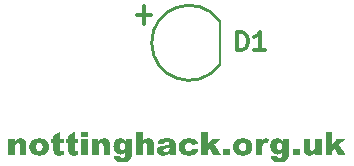
<source format=gto>
G04 (created by PCBNEW (2013-07-07 BZR 4022)-stable) date 23/08/2014 11:18:16*
%MOIN*%
G04 Gerber Fmt 3.4, Leading zero omitted, Abs format*
%FSLAX34Y34*%
G01*
G70*
G90*
G04 APERTURE LIST*
%ADD10C,0.00393701*%
%ADD11C,0.012*%
%ADD12C,0.0001*%
%ADD13C,0.008*%
%ADD14C,0.01*%
G04 APERTURE END LIST*
G54D10*
G54D11*
X20078Y-16569D02*
X19621Y-16569D01*
X19849Y-16873D02*
X19849Y-16264D01*
G54D12*
G36*
X17776Y-20470D02*
X17793Y-20470D01*
X17793Y-20487D01*
X17776Y-20487D01*
X17776Y-20470D01*
X17776Y-20470D01*
G37*
G36*
X17793Y-20470D02*
X17810Y-20470D01*
X17810Y-20487D01*
X17793Y-20487D01*
X17793Y-20470D01*
X17793Y-20470D01*
G37*
G36*
X17810Y-20470D02*
X17827Y-20470D01*
X17827Y-20487D01*
X17810Y-20487D01*
X17810Y-20470D01*
X17810Y-20470D01*
G37*
G36*
X17827Y-20470D02*
X17844Y-20470D01*
X17844Y-20487D01*
X17827Y-20487D01*
X17827Y-20470D01*
X17827Y-20470D01*
G37*
G36*
X17844Y-20470D02*
X17861Y-20470D01*
X17861Y-20487D01*
X17844Y-20487D01*
X17844Y-20470D01*
X17844Y-20470D01*
G37*
G36*
X17861Y-20470D02*
X17878Y-20470D01*
X17878Y-20487D01*
X17861Y-20487D01*
X17861Y-20470D01*
X17861Y-20470D01*
G37*
G36*
X17878Y-20470D02*
X17895Y-20470D01*
X17895Y-20487D01*
X17878Y-20487D01*
X17878Y-20470D01*
X17878Y-20470D01*
G37*
G36*
X17895Y-20470D02*
X17912Y-20470D01*
X17912Y-20487D01*
X17895Y-20487D01*
X17895Y-20470D01*
X17895Y-20470D01*
G37*
G36*
X17912Y-20470D02*
X17929Y-20470D01*
X17929Y-20487D01*
X17912Y-20487D01*
X17912Y-20470D01*
X17912Y-20470D01*
G37*
G36*
X17929Y-20470D02*
X17946Y-20470D01*
X17946Y-20487D01*
X17929Y-20487D01*
X17929Y-20470D01*
X17929Y-20470D01*
G37*
G36*
X17946Y-20470D02*
X17963Y-20470D01*
X17963Y-20487D01*
X17946Y-20487D01*
X17946Y-20470D01*
X17946Y-20470D01*
G37*
G36*
X17963Y-20470D02*
X17980Y-20470D01*
X17980Y-20487D01*
X17963Y-20487D01*
X17963Y-20470D01*
X17963Y-20470D01*
G37*
G36*
X19578Y-20470D02*
X19595Y-20470D01*
X19595Y-20487D01*
X19578Y-20487D01*
X19578Y-20470D01*
X19578Y-20470D01*
G37*
G36*
X19595Y-20470D02*
X19612Y-20470D01*
X19612Y-20487D01*
X19595Y-20487D01*
X19595Y-20470D01*
X19595Y-20470D01*
G37*
G36*
X19612Y-20470D02*
X19629Y-20470D01*
X19629Y-20487D01*
X19612Y-20487D01*
X19612Y-20470D01*
X19612Y-20470D01*
G37*
G36*
X19629Y-20470D02*
X19646Y-20470D01*
X19646Y-20487D01*
X19629Y-20487D01*
X19629Y-20470D01*
X19629Y-20470D01*
G37*
G36*
X19646Y-20470D02*
X19663Y-20470D01*
X19663Y-20487D01*
X19646Y-20487D01*
X19646Y-20470D01*
X19646Y-20470D01*
G37*
G36*
X19663Y-20470D02*
X19680Y-20470D01*
X19680Y-20487D01*
X19663Y-20487D01*
X19663Y-20470D01*
X19663Y-20470D01*
G37*
G36*
X19680Y-20470D02*
X19697Y-20470D01*
X19697Y-20487D01*
X19680Y-20487D01*
X19680Y-20470D01*
X19680Y-20470D01*
G37*
G36*
X19697Y-20470D02*
X19714Y-20470D01*
X19714Y-20487D01*
X19697Y-20487D01*
X19697Y-20470D01*
X19697Y-20470D01*
G37*
G36*
X19714Y-20470D02*
X19731Y-20470D01*
X19731Y-20487D01*
X19714Y-20487D01*
X19714Y-20470D01*
X19714Y-20470D01*
G37*
G36*
X19731Y-20470D02*
X19748Y-20470D01*
X19748Y-20487D01*
X19731Y-20487D01*
X19731Y-20470D01*
X19731Y-20470D01*
G37*
G36*
X19748Y-20470D02*
X19765Y-20470D01*
X19765Y-20487D01*
X19748Y-20487D01*
X19748Y-20470D01*
X19748Y-20470D01*
G37*
G36*
X19765Y-20470D02*
X19782Y-20470D01*
X19782Y-20487D01*
X19765Y-20487D01*
X19765Y-20470D01*
X19765Y-20470D01*
G37*
G36*
X21754Y-20470D02*
X21771Y-20470D01*
X21771Y-20487D01*
X21754Y-20487D01*
X21754Y-20470D01*
X21754Y-20470D01*
G37*
G36*
X21771Y-20470D02*
X21788Y-20470D01*
X21788Y-20487D01*
X21771Y-20487D01*
X21771Y-20470D01*
X21771Y-20470D01*
G37*
G36*
X21788Y-20470D02*
X21805Y-20470D01*
X21805Y-20487D01*
X21788Y-20487D01*
X21788Y-20470D01*
X21788Y-20470D01*
G37*
G36*
X21805Y-20470D02*
X21822Y-20470D01*
X21822Y-20487D01*
X21805Y-20487D01*
X21805Y-20470D01*
X21805Y-20470D01*
G37*
G36*
X21822Y-20470D02*
X21839Y-20470D01*
X21839Y-20487D01*
X21822Y-20487D01*
X21822Y-20470D01*
X21822Y-20470D01*
G37*
G36*
X21839Y-20470D02*
X21856Y-20470D01*
X21856Y-20487D01*
X21839Y-20487D01*
X21839Y-20470D01*
X21839Y-20470D01*
G37*
G36*
X21856Y-20470D02*
X21873Y-20470D01*
X21873Y-20487D01*
X21856Y-20487D01*
X21856Y-20470D01*
X21856Y-20470D01*
G37*
G36*
X21873Y-20470D02*
X21890Y-20470D01*
X21890Y-20487D01*
X21873Y-20487D01*
X21873Y-20470D01*
X21873Y-20470D01*
G37*
G36*
X21890Y-20470D02*
X21907Y-20470D01*
X21907Y-20487D01*
X21890Y-20487D01*
X21890Y-20470D01*
X21890Y-20470D01*
G37*
G36*
X21907Y-20470D02*
X21924Y-20470D01*
X21924Y-20487D01*
X21907Y-20487D01*
X21907Y-20470D01*
X21907Y-20470D01*
G37*
G36*
X21924Y-20470D02*
X21941Y-20470D01*
X21941Y-20487D01*
X21924Y-20487D01*
X21924Y-20470D01*
X21924Y-20470D01*
G37*
G36*
X21941Y-20470D02*
X21958Y-20470D01*
X21958Y-20487D01*
X21941Y-20487D01*
X21941Y-20470D01*
X21941Y-20470D01*
G37*
G36*
X25902Y-20470D02*
X25919Y-20470D01*
X25919Y-20487D01*
X25902Y-20487D01*
X25902Y-20470D01*
X25902Y-20470D01*
G37*
G36*
X25919Y-20470D02*
X25936Y-20470D01*
X25936Y-20487D01*
X25919Y-20487D01*
X25919Y-20470D01*
X25919Y-20470D01*
G37*
G36*
X25936Y-20470D02*
X25953Y-20470D01*
X25953Y-20487D01*
X25936Y-20487D01*
X25936Y-20470D01*
X25936Y-20470D01*
G37*
G36*
X25953Y-20470D02*
X25970Y-20470D01*
X25970Y-20487D01*
X25953Y-20487D01*
X25953Y-20470D01*
X25953Y-20470D01*
G37*
G36*
X25970Y-20470D02*
X25987Y-20470D01*
X25987Y-20487D01*
X25970Y-20487D01*
X25970Y-20470D01*
X25970Y-20470D01*
G37*
G36*
X25987Y-20470D02*
X26004Y-20470D01*
X26004Y-20487D01*
X25987Y-20487D01*
X25987Y-20470D01*
X25987Y-20470D01*
G37*
G36*
X26004Y-20470D02*
X26021Y-20470D01*
X26021Y-20487D01*
X26004Y-20487D01*
X26004Y-20470D01*
X26004Y-20470D01*
G37*
G36*
X26021Y-20470D02*
X26038Y-20470D01*
X26038Y-20487D01*
X26021Y-20487D01*
X26021Y-20470D01*
X26021Y-20470D01*
G37*
G36*
X26038Y-20470D02*
X26055Y-20470D01*
X26055Y-20487D01*
X26038Y-20487D01*
X26038Y-20470D01*
X26038Y-20470D01*
G37*
G36*
X26055Y-20470D02*
X26072Y-20470D01*
X26072Y-20487D01*
X26055Y-20487D01*
X26055Y-20470D01*
X26055Y-20470D01*
G37*
G36*
X26072Y-20470D02*
X26089Y-20470D01*
X26089Y-20487D01*
X26072Y-20487D01*
X26072Y-20470D01*
X26072Y-20470D01*
G37*
G36*
X26089Y-20470D02*
X26106Y-20470D01*
X26106Y-20487D01*
X26089Y-20487D01*
X26089Y-20470D01*
X26089Y-20470D01*
G37*
G36*
X26106Y-20470D02*
X26123Y-20470D01*
X26123Y-20487D01*
X26106Y-20487D01*
X26106Y-20470D01*
X26106Y-20470D01*
G37*
G36*
X17011Y-20487D02*
X17028Y-20487D01*
X17028Y-20504D01*
X17011Y-20504D01*
X17011Y-20487D01*
X17011Y-20487D01*
G37*
G36*
X17028Y-20487D02*
X17045Y-20487D01*
X17045Y-20504D01*
X17028Y-20504D01*
X17028Y-20487D01*
X17028Y-20487D01*
G37*
G36*
X17487Y-20487D02*
X17504Y-20487D01*
X17504Y-20504D01*
X17487Y-20504D01*
X17487Y-20487D01*
X17487Y-20487D01*
G37*
G36*
X17504Y-20487D02*
X17521Y-20487D01*
X17521Y-20504D01*
X17504Y-20504D01*
X17504Y-20487D01*
X17504Y-20487D01*
G37*
G36*
X17521Y-20487D02*
X17538Y-20487D01*
X17538Y-20504D01*
X17521Y-20504D01*
X17521Y-20487D01*
X17521Y-20487D01*
G37*
G36*
X17759Y-20487D02*
X17776Y-20487D01*
X17776Y-20504D01*
X17759Y-20504D01*
X17759Y-20487D01*
X17759Y-20487D01*
G37*
G36*
X17776Y-20487D02*
X17793Y-20487D01*
X17793Y-20504D01*
X17776Y-20504D01*
X17776Y-20487D01*
X17776Y-20487D01*
G37*
G36*
X17793Y-20487D02*
X17810Y-20487D01*
X17810Y-20504D01*
X17793Y-20504D01*
X17793Y-20487D01*
X17793Y-20487D01*
G37*
G36*
X17810Y-20487D02*
X17827Y-20487D01*
X17827Y-20504D01*
X17810Y-20504D01*
X17810Y-20487D01*
X17810Y-20487D01*
G37*
G36*
X17827Y-20487D02*
X17844Y-20487D01*
X17844Y-20504D01*
X17827Y-20504D01*
X17827Y-20487D01*
X17827Y-20487D01*
G37*
G36*
X17844Y-20487D02*
X17861Y-20487D01*
X17861Y-20504D01*
X17844Y-20504D01*
X17844Y-20487D01*
X17844Y-20487D01*
G37*
G36*
X17861Y-20487D02*
X17878Y-20487D01*
X17878Y-20504D01*
X17861Y-20504D01*
X17861Y-20487D01*
X17861Y-20487D01*
G37*
G36*
X17878Y-20487D02*
X17895Y-20487D01*
X17895Y-20504D01*
X17878Y-20504D01*
X17878Y-20487D01*
X17878Y-20487D01*
G37*
G36*
X17895Y-20487D02*
X17912Y-20487D01*
X17912Y-20504D01*
X17895Y-20504D01*
X17895Y-20487D01*
X17895Y-20487D01*
G37*
G36*
X17912Y-20487D02*
X17929Y-20487D01*
X17929Y-20504D01*
X17912Y-20504D01*
X17912Y-20487D01*
X17912Y-20487D01*
G37*
G36*
X17929Y-20487D02*
X17946Y-20487D01*
X17946Y-20504D01*
X17929Y-20504D01*
X17929Y-20487D01*
X17929Y-20487D01*
G37*
G36*
X17946Y-20487D02*
X17963Y-20487D01*
X17963Y-20504D01*
X17946Y-20504D01*
X17946Y-20487D01*
X17946Y-20487D01*
G37*
G36*
X17963Y-20487D02*
X17980Y-20487D01*
X17980Y-20504D01*
X17963Y-20504D01*
X17963Y-20487D01*
X17963Y-20487D01*
G37*
G36*
X19578Y-20487D02*
X19595Y-20487D01*
X19595Y-20504D01*
X19578Y-20504D01*
X19578Y-20487D01*
X19578Y-20487D01*
G37*
G36*
X19595Y-20487D02*
X19612Y-20487D01*
X19612Y-20504D01*
X19595Y-20504D01*
X19595Y-20487D01*
X19595Y-20487D01*
G37*
G36*
X19612Y-20487D02*
X19629Y-20487D01*
X19629Y-20504D01*
X19612Y-20504D01*
X19612Y-20487D01*
X19612Y-20487D01*
G37*
G36*
X19629Y-20487D02*
X19646Y-20487D01*
X19646Y-20504D01*
X19629Y-20504D01*
X19629Y-20487D01*
X19629Y-20487D01*
G37*
G36*
X19646Y-20487D02*
X19663Y-20487D01*
X19663Y-20504D01*
X19646Y-20504D01*
X19646Y-20487D01*
X19646Y-20487D01*
G37*
G36*
X19663Y-20487D02*
X19680Y-20487D01*
X19680Y-20504D01*
X19663Y-20504D01*
X19663Y-20487D01*
X19663Y-20487D01*
G37*
G36*
X19680Y-20487D02*
X19697Y-20487D01*
X19697Y-20504D01*
X19680Y-20504D01*
X19680Y-20487D01*
X19680Y-20487D01*
G37*
G36*
X19697Y-20487D02*
X19714Y-20487D01*
X19714Y-20504D01*
X19697Y-20504D01*
X19697Y-20487D01*
X19697Y-20487D01*
G37*
G36*
X19714Y-20487D02*
X19731Y-20487D01*
X19731Y-20504D01*
X19714Y-20504D01*
X19714Y-20487D01*
X19714Y-20487D01*
G37*
G36*
X19731Y-20487D02*
X19748Y-20487D01*
X19748Y-20504D01*
X19731Y-20504D01*
X19731Y-20487D01*
X19731Y-20487D01*
G37*
G36*
X19748Y-20487D02*
X19765Y-20487D01*
X19765Y-20504D01*
X19748Y-20504D01*
X19748Y-20487D01*
X19748Y-20487D01*
G37*
G36*
X19765Y-20487D02*
X19782Y-20487D01*
X19782Y-20504D01*
X19765Y-20504D01*
X19765Y-20487D01*
X19765Y-20487D01*
G37*
G36*
X19782Y-20487D02*
X19799Y-20487D01*
X19799Y-20504D01*
X19782Y-20504D01*
X19782Y-20487D01*
X19782Y-20487D01*
G37*
G36*
X21737Y-20487D02*
X21754Y-20487D01*
X21754Y-20504D01*
X21737Y-20504D01*
X21737Y-20487D01*
X21737Y-20487D01*
G37*
G36*
X21754Y-20487D02*
X21771Y-20487D01*
X21771Y-20504D01*
X21754Y-20504D01*
X21754Y-20487D01*
X21754Y-20487D01*
G37*
G36*
X21771Y-20487D02*
X21788Y-20487D01*
X21788Y-20504D01*
X21771Y-20504D01*
X21771Y-20487D01*
X21771Y-20487D01*
G37*
G36*
X21788Y-20487D02*
X21805Y-20487D01*
X21805Y-20504D01*
X21788Y-20504D01*
X21788Y-20487D01*
X21788Y-20487D01*
G37*
G36*
X21805Y-20487D02*
X21822Y-20487D01*
X21822Y-20504D01*
X21805Y-20504D01*
X21805Y-20487D01*
X21805Y-20487D01*
G37*
G36*
X21822Y-20487D02*
X21839Y-20487D01*
X21839Y-20504D01*
X21822Y-20504D01*
X21822Y-20487D01*
X21822Y-20487D01*
G37*
G36*
X21839Y-20487D02*
X21856Y-20487D01*
X21856Y-20504D01*
X21839Y-20504D01*
X21839Y-20487D01*
X21839Y-20487D01*
G37*
G36*
X21856Y-20487D02*
X21873Y-20487D01*
X21873Y-20504D01*
X21856Y-20504D01*
X21856Y-20487D01*
X21856Y-20487D01*
G37*
G36*
X21873Y-20487D02*
X21890Y-20487D01*
X21890Y-20504D01*
X21873Y-20504D01*
X21873Y-20487D01*
X21873Y-20487D01*
G37*
G36*
X21890Y-20487D02*
X21907Y-20487D01*
X21907Y-20504D01*
X21890Y-20504D01*
X21890Y-20487D01*
X21890Y-20487D01*
G37*
G36*
X21907Y-20487D02*
X21924Y-20487D01*
X21924Y-20504D01*
X21907Y-20504D01*
X21907Y-20487D01*
X21907Y-20487D01*
G37*
G36*
X21924Y-20487D02*
X21941Y-20487D01*
X21941Y-20504D01*
X21924Y-20504D01*
X21924Y-20487D01*
X21924Y-20487D01*
G37*
G36*
X21941Y-20487D02*
X21958Y-20487D01*
X21958Y-20504D01*
X21941Y-20504D01*
X21941Y-20487D01*
X21941Y-20487D01*
G37*
G36*
X21958Y-20487D02*
X21975Y-20487D01*
X21975Y-20504D01*
X21958Y-20504D01*
X21958Y-20487D01*
X21958Y-20487D01*
G37*
G36*
X25902Y-20487D02*
X25919Y-20487D01*
X25919Y-20504D01*
X25902Y-20504D01*
X25902Y-20487D01*
X25902Y-20487D01*
G37*
G36*
X25919Y-20487D02*
X25936Y-20487D01*
X25936Y-20504D01*
X25919Y-20504D01*
X25919Y-20487D01*
X25919Y-20487D01*
G37*
G36*
X25936Y-20487D02*
X25953Y-20487D01*
X25953Y-20504D01*
X25936Y-20504D01*
X25936Y-20487D01*
X25936Y-20487D01*
G37*
G36*
X25953Y-20487D02*
X25970Y-20487D01*
X25970Y-20504D01*
X25953Y-20504D01*
X25953Y-20487D01*
X25953Y-20487D01*
G37*
G36*
X25970Y-20487D02*
X25987Y-20487D01*
X25987Y-20504D01*
X25970Y-20504D01*
X25970Y-20487D01*
X25970Y-20487D01*
G37*
G36*
X25987Y-20487D02*
X26004Y-20487D01*
X26004Y-20504D01*
X25987Y-20504D01*
X25987Y-20487D01*
X25987Y-20487D01*
G37*
G36*
X26004Y-20487D02*
X26021Y-20487D01*
X26021Y-20504D01*
X26004Y-20504D01*
X26004Y-20487D01*
X26004Y-20487D01*
G37*
G36*
X26021Y-20487D02*
X26038Y-20487D01*
X26038Y-20504D01*
X26021Y-20504D01*
X26021Y-20487D01*
X26021Y-20487D01*
G37*
G36*
X26038Y-20487D02*
X26055Y-20487D01*
X26055Y-20504D01*
X26038Y-20504D01*
X26038Y-20487D01*
X26038Y-20487D01*
G37*
G36*
X26055Y-20487D02*
X26072Y-20487D01*
X26072Y-20504D01*
X26055Y-20504D01*
X26055Y-20487D01*
X26055Y-20487D01*
G37*
G36*
X26072Y-20487D02*
X26089Y-20487D01*
X26089Y-20504D01*
X26072Y-20504D01*
X26072Y-20487D01*
X26072Y-20487D01*
G37*
G36*
X26089Y-20487D02*
X26106Y-20487D01*
X26106Y-20504D01*
X26089Y-20504D01*
X26089Y-20487D01*
X26089Y-20487D01*
G37*
G36*
X26106Y-20487D02*
X26123Y-20487D01*
X26123Y-20504D01*
X26106Y-20504D01*
X26106Y-20487D01*
X26106Y-20487D01*
G37*
G36*
X16977Y-20504D02*
X16994Y-20504D01*
X16994Y-20521D01*
X16977Y-20521D01*
X16977Y-20504D01*
X16977Y-20504D01*
G37*
G36*
X16994Y-20504D02*
X17011Y-20504D01*
X17011Y-20521D01*
X16994Y-20521D01*
X16994Y-20504D01*
X16994Y-20504D01*
G37*
G36*
X17011Y-20504D02*
X17028Y-20504D01*
X17028Y-20521D01*
X17011Y-20521D01*
X17011Y-20504D01*
X17011Y-20504D01*
G37*
G36*
X17028Y-20504D02*
X17045Y-20504D01*
X17045Y-20521D01*
X17028Y-20521D01*
X17028Y-20504D01*
X17028Y-20504D01*
G37*
G36*
X17453Y-20504D02*
X17470Y-20504D01*
X17470Y-20521D01*
X17453Y-20521D01*
X17453Y-20504D01*
X17453Y-20504D01*
G37*
G36*
X17470Y-20504D02*
X17487Y-20504D01*
X17487Y-20521D01*
X17470Y-20521D01*
X17470Y-20504D01*
X17470Y-20504D01*
G37*
G36*
X17487Y-20504D02*
X17504Y-20504D01*
X17504Y-20521D01*
X17487Y-20521D01*
X17487Y-20504D01*
X17487Y-20504D01*
G37*
G36*
X17504Y-20504D02*
X17521Y-20504D01*
X17521Y-20521D01*
X17504Y-20521D01*
X17504Y-20504D01*
X17504Y-20504D01*
G37*
G36*
X17521Y-20504D02*
X17538Y-20504D01*
X17538Y-20521D01*
X17521Y-20521D01*
X17521Y-20504D01*
X17521Y-20504D01*
G37*
G36*
X17759Y-20504D02*
X17776Y-20504D01*
X17776Y-20521D01*
X17759Y-20521D01*
X17759Y-20504D01*
X17759Y-20504D01*
G37*
G36*
X17776Y-20504D02*
X17793Y-20504D01*
X17793Y-20521D01*
X17776Y-20521D01*
X17776Y-20504D01*
X17776Y-20504D01*
G37*
G36*
X17793Y-20504D02*
X17810Y-20504D01*
X17810Y-20521D01*
X17793Y-20521D01*
X17793Y-20504D01*
X17793Y-20504D01*
G37*
G36*
X17810Y-20504D02*
X17827Y-20504D01*
X17827Y-20521D01*
X17810Y-20521D01*
X17810Y-20504D01*
X17810Y-20504D01*
G37*
G36*
X17827Y-20504D02*
X17844Y-20504D01*
X17844Y-20521D01*
X17827Y-20521D01*
X17827Y-20504D01*
X17827Y-20504D01*
G37*
G36*
X17844Y-20504D02*
X17861Y-20504D01*
X17861Y-20521D01*
X17844Y-20521D01*
X17844Y-20504D01*
X17844Y-20504D01*
G37*
G36*
X17861Y-20504D02*
X17878Y-20504D01*
X17878Y-20521D01*
X17861Y-20521D01*
X17861Y-20504D01*
X17861Y-20504D01*
G37*
G36*
X17878Y-20504D02*
X17895Y-20504D01*
X17895Y-20521D01*
X17878Y-20521D01*
X17878Y-20504D01*
X17878Y-20504D01*
G37*
G36*
X17895Y-20504D02*
X17912Y-20504D01*
X17912Y-20521D01*
X17895Y-20521D01*
X17895Y-20504D01*
X17895Y-20504D01*
G37*
G36*
X17912Y-20504D02*
X17929Y-20504D01*
X17929Y-20521D01*
X17912Y-20521D01*
X17912Y-20504D01*
X17912Y-20504D01*
G37*
G36*
X17929Y-20504D02*
X17946Y-20504D01*
X17946Y-20521D01*
X17929Y-20521D01*
X17929Y-20504D01*
X17929Y-20504D01*
G37*
G36*
X17946Y-20504D02*
X17963Y-20504D01*
X17963Y-20521D01*
X17946Y-20521D01*
X17946Y-20504D01*
X17946Y-20504D01*
G37*
G36*
X17963Y-20504D02*
X17980Y-20504D01*
X17980Y-20521D01*
X17963Y-20521D01*
X17963Y-20504D01*
X17963Y-20504D01*
G37*
G36*
X19578Y-20504D02*
X19595Y-20504D01*
X19595Y-20521D01*
X19578Y-20521D01*
X19578Y-20504D01*
X19578Y-20504D01*
G37*
G36*
X19595Y-20504D02*
X19612Y-20504D01*
X19612Y-20521D01*
X19595Y-20521D01*
X19595Y-20504D01*
X19595Y-20504D01*
G37*
G36*
X19612Y-20504D02*
X19629Y-20504D01*
X19629Y-20521D01*
X19612Y-20521D01*
X19612Y-20504D01*
X19612Y-20504D01*
G37*
G36*
X19629Y-20504D02*
X19646Y-20504D01*
X19646Y-20521D01*
X19629Y-20521D01*
X19629Y-20504D01*
X19629Y-20504D01*
G37*
G36*
X19646Y-20504D02*
X19663Y-20504D01*
X19663Y-20521D01*
X19646Y-20521D01*
X19646Y-20504D01*
X19646Y-20504D01*
G37*
G36*
X19663Y-20504D02*
X19680Y-20504D01*
X19680Y-20521D01*
X19663Y-20521D01*
X19663Y-20504D01*
X19663Y-20504D01*
G37*
G36*
X19680Y-20504D02*
X19697Y-20504D01*
X19697Y-20521D01*
X19680Y-20521D01*
X19680Y-20504D01*
X19680Y-20504D01*
G37*
G36*
X19697Y-20504D02*
X19714Y-20504D01*
X19714Y-20521D01*
X19697Y-20521D01*
X19697Y-20504D01*
X19697Y-20504D01*
G37*
G36*
X19714Y-20504D02*
X19731Y-20504D01*
X19731Y-20521D01*
X19714Y-20521D01*
X19714Y-20504D01*
X19714Y-20504D01*
G37*
G36*
X19731Y-20504D02*
X19748Y-20504D01*
X19748Y-20521D01*
X19731Y-20521D01*
X19731Y-20504D01*
X19731Y-20504D01*
G37*
G36*
X19748Y-20504D02*
X19765Y-20504D01*
X19765Y-20521D01*
X19748Y-20521D01*
X19748Y-20504D01*
X19748Y-20504D01*
G37*
G36*
X19765Y-20504D02*
X19782Y-20504D01*
X19782Y-20521D01*
X19765Y-20521D01*
X19765Y-20504D01*
X19765Y-20504D01*
G37*
G36*
X19782Y-20504D02*
X19799Y-20504D01*
X19799Y-20521D01*
X19782Y-20521D01*
X19782Y-20504D01*
X19782Y-20504D01*
G37*
G36*
X21737Y-20504D02*
X21754Y-20504D01*
X21754Y-20521D01*
X21737Y-20521D01*
X21737Y-20504D01*
X21737Y-20504D01*
G37*
G36*
X21754Y-20504D02*
X21771Y-20504D01*
X21771Y-20521D01*
X21754Y-20521D01*
X21754Y-20504D01*
X21754Y-20504D01*
G37*
G36*
X21771Y-20504D02*
X21788Y-20504D01*
X21788Y-20521D01*
X21771Y-20521D01*
X21771Y-20504D01*
X21771Y-20504D01*
G37*
G36*
X21788Y-20504D02*
X21805Y-20504D01*
X21805Y-20521D01*
X21788Y-20521D01*
X21788Y-20504D01*
X21788Y-20504D01*
G37*
G36*
X21805Y-20504D02*
X21822Y-20504D01*
X21822Y-20521D01*
X21805Y-20521D01*
X21805Y-20504D01*
X21805Y-20504D01*
G37*
G36*
X21822Y-20504D02*
X21839Y-20504D01*
X21839Y-20521D01*
X21822Y-20521D01*
X21822Y-20504D01*
X21822Y-20504D01*
G37*
G36*
X21839Y-20504D02*
X21856Y-20504D01*
X21856Y-20521D01*
X21839Y-20521D01*
X21839Y-20504D01*
X21839Y-20504D01*
G37*
G36*
X21856Y-20504D02*
X21873Y-20504D01*
X21873Y-20521D01*
X21856Y-20521D01*
X21856Y-20504D01*
X21856Y-20504D01*
G37*
G36*
X21873Y-20504D02*
X21890Y-20504D01*
X21890Y-20521D01*
X21873Y-20521D01*
X21873Y-20504D01*
X21873Y-20504D01*
G37*
G36*
X21890Y-20504D02*
X21907Y-20504D01*
X21907Y-20521D01*
X21890Y-20521D01*
X21890Y-20504D01*
X21890Y-20504D01*
G37*
G36*
X21907Y-20504D02*
X21924Y-20504D01*
X21924Y-20521D01*
X21907Y-20521D01*
X21907Y-20504D01*
X21907Y-20504D01*
G37*
G36*
X21924Y-20504D02*
X21941Y-20504D01*
X21941Y-20521D01*
X21924Y-20521D01*
X21924Y-20504D01*
X21924Y-20504D01*
G37*
G36*
X21941Y-20504D02*
X21958Y-20504D01*
X21958Y-20521D01*
X21941Y-20521D01*
X21941Y-20504D01*
X21941Y-20504D01*
G37*
G36*
X21958Y-20504D02*
X21975Y-20504D01*
X21975Y-20521D01*
X21958Y-20521D01*
X21958Y-20504D01*
X21958Y-20504D01*
G37*
G36*
X25902Y-20504D02*
X25919Y-20504D01*
X25919Y-20521D01*
X25902Y-20521D01*
X25902Y-20504D01*
X25902Y-20504D01*
G37*
G36*
X25919Y-20504D02*
X25936Y-20504D01*
X25936Y-20521D01*
X25919Y-20521D01*
X25919Y-20504D01*
X25919Y-20504D01*
G37*
G36*
X25936Y-20504D02*
X25953Y-20504D01*
X25953Y-20521D01*
X25936Y-20521D01*
X25936Y-20504D01*
X25936Y-20504D01*
G37*
G36*
X25953Y-20504D02*
X25970Y-20504D01*
X25970Y-20521D01*
X25953Y-20521D01*
X25953Y-20504D01*
X25953Y-20504D01*
G37*
G36*
X25970Y-20504D02*
X25987Y-20504D01*
X25987Y-20521D01*
X25970Y-20521D01*
X25970Y-20504D01*
X25970Y-20504D01*
G37*
G36*
X25987Y-20504D02*
X26004Y-20504D01*
X26004Y-20521D01*
X25987Y-20521D01*
X25987Y-20504D01*
X25987Y-20504D01*
G37*
G36*
X26004Y-20504D02*
X26021Y-20504D01*
X26021Y-20521D01*
X26004Y-20521D01*
X26004Y-20504D01*
X26004Y-20504D01*
G37*
G36*
X26021Y-20504D02*
X26038Y-20504D01*
X26038Y-20521D01*
X26021Y-20521D01*
X26021Y-20504D01*
X26021Y-20504D01*
G37*
G36*
X26038Y-20504D02*
X26055Y-20504D01*
X26055Y-20521D01*
X26038Y-20521D01*
X26038Y-20504D01*
X26038Y-20504D01*
G37*
G36*
X26055Y-20504D02*
X26072Y-20504D01*
X26072Y-20521D01*
X26055Y-20521D01*
X26055Y-20504D01*
X26055Y-20504D01*
G37*
G36*
X26072Y-20504D02*
X26089Y-20504D01*
X26089Y-20521D01*
X26072Y-20521D01*
X26072Y-20504D01*
X26072Y-20504D01*
G37*
G36*
X26089Y-20504D02*
X26106Y-20504D01*
X26106Y-20521D01*
X26089Y-20521D01*
X26089Y-20504D01*
X26089Y-20504D01*
G37*
G36*
X26106Y-20504D02*
X26123Y-20504D01*
X26123Y-20521D01*
X26106Y-20521D01*
X26106Y-20504D01*
X26106Y-20504D01*
G37*
G36*
X16943Y-20521D02*
X16960Y-20521D01*
X16960Y-20538D01*
X16943Y-20538D01*
X16943Y-20521D01*
X16943Y-20521D01*
G37*
G36*
X16960Y-20521D02*
X16977Y-20521D01*
X16977Y-20538D01*
X16960Y-20538D01*
X16960Y-20521D01*
X16960Y-20521D01*
G37*
G36*
X16977Y-20521D02*
X16994Y-20521D01*
X16994Y-20538D01*
X16977Y-20538D01*
X16977Y-20521D01*
X16977Y-20521D01*
G37*
G36*
X16994Y-20521D02*
X17011Y-20521D01*
X17011Y-20538D01*
X16994Y-20538D01*
X16994Y-20521D01*
X16994Y-20521D01*
G37*
G36*
X17011Y-20521D02*
X17028Y-20521D01*
X17028Y-20538D01*
X17011Y-20538D01*
X17011Y-20521D01*
X17011Y-20521D01*
G37*
G36*
X17028Y-20521D02*
X17045Y-20521D01*
X17045Y-20538D01*
X17028Y-20538D01*
X17028Y-20521D01*
X17028Y-20521D01*
G37*
G36*
X17436Y-20521D02*
X17453Y-20521D01*
X17453Y-20538D01*
X17436Y-20538D01*
X17436Y-20521D01*
X17436Y-20521D01*
G37*
G36*
X17453Y-20521D02*
X17470Y-20521D01*
X17470Y-20538D01*
X17453Y-20538D01*
X17453Y-20521D01*
X17453Y-20521D01*
G37*
G36*
X17470Y-20521D02*
X17487Y-20521D01*
X17487Y-20538D01*
X17470Y-20538D01*
X17470Y-20521D01*
X17470Y-20521D01*
G37*
G36*
X17487Y-20521D02*
X17504Y-20521D01*
X17504Y-20538D01*
X17487Y-20538D01*
X17487Y-20521D01*
X17487Y-20521D01*
G37*
G36*
X17504Y-20521D02*
X17521Y-20521D01*
X17521Y-20538D01*
X17504Y-20538D01*
X17504Y-20521D01*
X17504Y-20521D01*
G37*
G36*
X17521Y-20521D02*
X17538Y-20521D01*
X17538Y-20538D01*
X17521Y-20538D01*
X17521Y-20521D01*
X17521Y-20521D01*
G37*
G36*
X17759Y-20521D02*
X17776Y-20521D01*
X17776Y-20538D01*
X17759Y-20538D01*
X17759Y-20521D01*
X17759Y-20521D01*
G37*
G36*
X17776Y-20521D02*
X17793Y-20521D01*
X17793Y-20538D01*
X17776Y-20538D01*
X17776Y-20521D01*
X17776Y-20521D01*
G37*
G36*
X17793Y-20521D02*
X17810Y-20521D01*
X17810Y-20538D01*
X17793Y-20538D01*
X17793Y-20521D01*
X17793Y-20521D01*
G37*
G36*
X17810Y-20521D02*
X17827Y-20521D01*
X17827Y-20538D01*
X17810Y-20538D01*
X17810Y-20521D01*
X17810Y-20521D01*
G37*
G36*
X17827Y-20521D02*
X17844Y-20521D01*
X17844Y-20538D01*
X17827Y-20538D01*
X17827Y-20521D01*
X17827Y-20521D01*
G37*
G36*
X17844Y-20521D02*
X17861Y-20521D01*
X17861Y-20538D01*
X17844Y-20538D01*
X17844Y-20521D01*
X17844Y-20521D01*
G37*
G36*
X17861Y-20521D02*
X17878Y-20521D01*
X17878Y-20538D01*
X17861Y-20538D01*
X17861Y-20521D01*
X17861Y-20521D01*
G37*
G36*
X17878Y-20521D02*
X17895Y-20521D01*
X17895Y-20538D01*
X17878Y-20538D01*
X17878Y-20521D01*
X17878Y-20521D01*
G37*
G36*
X17895Y-20521D02*
X17912Y-20521D01*
X17912Y-20538D01*
X17895Y-20538D01*
X17895Y-20521D01*
X17895Y-20521D01*
G37*
G36*
X17912Y-20521D02*
X17929Y-20521D01*
X17929Y-20538D01*
X17912Y-20538D01*
X17912Y-20521D01*
X17912Y-20521D01*
G37*
G36*
X17929Y-20521D02*
X17946Y-20521D01*
X17946Y-20538D01*
X17929Y-20538D01*
X17929Y-20521D01*
X17929Y-20521D01*
G37*
G36*
X17946Y-20521D02*
X17963Y-20521D01*
X17963Y-20538D01*
X17946Y-20538D01*
X17946Y-20521D01*
X17946Y-20521D01*
G37*
G36*
X17963Y-20521D02*
X17980Y-20521D01*
X17980Y-20538D01*
X17963Y-20538D01*
X17963Y-20521D01*
X17963Y-20521D01*
G37*
G36*
X19578Y-20521D02*
X19595Y-20521D01*
X19595Y-20538D01*
X19578Y-20538D01*
X19578Y-20521D01*
X19578Y-20521D01*
G37*
G36*
X19595Y-20521D02*
X19612Y-20521D01*
X19612Y-20538D01*
X19595Y-20538D01*
X19595Y-20521D01*
X19595Y-20521D01*
G37*
G36*
X19612Y-20521D02*
X19629Y-20521D01*
X19629Y-20538D01*
X19612Y-20538D01*
X19612Y-20521D01*
X19612Y-20521D01*
G37*
G36*
X19629Y-20521D02*
X19646Y-20521D01*
X19646Y-20538D01*
X19629Y-20538D01*
X19629Y-20521D01*
X19629Y-20521D01*
G37*
G36*
X19646Y-20521D02*
X19663Y-20521D01*
X19663Y-20538D01*
X19646Y-20538D01*
X19646Y-20521D01*
X19646Y-20521D01*
G37*
G36*
X19663Y-20521D02*
X19680Y-20521D01*
X19680Y-20538D01*
X19663Y-20538D01*
X19663Y-20521D01*
X19663Y-20521D01*
G37*
G36*
X19680Y-20521D02*
X19697Y-20521D01*
X19697Y-20538D01*
X19680Y-20538D01*
X19680Y-20521D01*
X19680Y-20521D01*
G37*
G36*
X19697Y-20521D02*
X19714Y-20521D01*
X19714Y-20538D01*
X19697Y-20538D01*
X19697Y-20521D01*
X19697Y-20521D01*
G37*
G36*
X19714Y-20521D02*
X19731Y-20521D01*
X19731Y-20538D01*
X19714Y-20538D01*
X19714Y-20521D01*
X19714Y-20521D01*
G37*
G36*
X19731Y-20521D02*
X19748Y-20521D01*
X19748Y-20538D01*
X19731Y-20538D01*
X19731Y-20521D01*
X19731Y-20521D01*
G37*
G36*
X19748Y-20521D02*
X19765Y-20521D01*
X19765Y-20538D01*
X19748Y-20538D01*
X19748Y-20521D01*
X19748Y-20521D01*
G37*
G36*
X19765Y-20521D02*
X19782Y-20521D01*
X19782Y-20538D01*
X19765Y-20538D01*
X19765Y-20521D01*
X19765Y-20521D01*
G37*
G36*
X19782Y-20521D02*
X19799Y-20521D01*
X19799Y-20538D01*
X19782Y-20538D01*
X19782Y-20521D01*
X19782Y-20521D01*
G37*
G36*
X21737Y-20521D02*
X21754Y-20521D01*
X21754Y-20538D01*
X21737Y-20538D01*
X21737Y-20521D01*
X21737Y-20521D01*
G37*
G36*
X21754Y-20521D02*
X21771Y-20521D01*
X21771Y-20538D01*
X21754Y-20538D01*
X21754Y-20521D01*
X21754Y-20521D01*
G37*
G36*
X21771Y-20521D02*
X21788Y-20521D01*
X21788Y-20538D01*
X21771Y-20538D01*
X21771Y-20521D01*
X21771Y-20521D01*
G37*
G36*
X21788Y-20521D02*
X21805Y-20521D01*
X21805Y-20538D01*
X21788Y-20538D01*
X21788Y-20521D01*
X21788Y-20521D01*
G37*
G36*
X21805Y-20521D02*
X21822Y-20521D01*
X21822Y-20538D01*
X21805Y-20538D01*
X21805Y-20521D01*
X21805Y-20521D01*
G37*
G36*
X21822Y-20521D02*
X21839Y-20521D01*
X21839Y-20538D01*
X21822Y-20538D01*
X21822Y-20521D01*
X21822Y-20521D01*
G37*
G36*
X21839Y-20521D02*
X21856Y-20521D01*
X21856Y-20538D01*
X21839Y-20538D01*
X21839Y-20521D01*
X21839Y-20521D01*
G37*
G36*
X21856Y-20521D02*
X21873Y-20521D01*
X21873Y-20538D01*
X21856Y-20538D01*
X21856Y-20521D01*
X21856Y-20521D01*
G37*
G36*
X21873Y-20521D02*
X21890Y-20521D01*
X21890Y-20538D01*
X21873Y-20538D01*
X21873Y-20521D01*
X21873Y-20521D01*
G37*
G36*
X21890Y-20521D02*
X21907Y-20521D01*
X21907Y-20538D01*
X21890Y-20538D01*
X21890Y-20521D01*
X21890Y-20521D01*
G37*
G36*
X21907Y-20521D02*
X21924Y-20521D01*
X21924Y-20538D01*
X21907Y-20538D01*
X21907Y-20521D01*
X21907Y-20521D01*
G37*
G36*
X21924Y-20521D02*
X21941Y-20521D01*
X21941Y-20538D01*
X21924Y-20538D01*
X21924Y-20521D01*
X21924Y-20521D01*
G37*
G36*
X21941Y-20521D02*
X21958Y-20521D01*
X21958Y-20538D01*
X21941Y-20538D01*
X21941Y-20521D01*
X21941Y-20521D01*
G37*
G36*
X21958Y-20521D02*
X21975Y-20521D01*
X21975Y-20538D01*
X21958Y-20538D01*
X21958Y-20521D01*
X21958Y-20521D01*
G37*
G36*
X25902Y-20521D02*
X25919Y-20521D01*
X25919Y-20538D01*
X25902Y-20538D01*
X25902Y-20521D01*
X25902Y-20521D01*
G37*
G36*
X25919Y-20521D02*
X25936Y-20521D01*
X25936Y-20538D01*
X25919Y-20538D01*
X25919Y-20521D01*
X25919Y-20521D01*
G37*
G36*
X25936Y-20521D02*
X25953Y-20521D01*
X25953Y-20538D01*
X25936Y-20538D01*
X25936Y-20521D01*
X25936Y-20521D01*
G37*
G36*
X25953Y-20521D02*
X25970Y-20521D01*
X25970Y-20538D01*
X25953Y-20538D01*
X25953Y-20521D01*
X25953Y-20521D01*
G37*
G36*
X25970Y-20521D02*
X25987Y-20521D01*
X25987Y-20538D01*
X25970Y-20538D01*
X25970Y-20521D01*
X25970Y-20521D01*
G37*
G36*
X25987Y-20521D02*
X26004Y-20521D01*
X26004Y-20538D01*
X25987Y-20538D01*
X25987Y-20521D01*
X25987Y-20521D01*
G37*
G36*
X26004Y-20521D02*
X26021Y-20521D01*
X26021Y-20538D01*
X26004Y-20538D01*
X26004Y-20521D01*
X26004Y-20521D01*
G37*
G36*
X26021Y-20521D02*
X26038Y-20521D01*
X26038Y-20538D01*
X26021Y-20538D01*
X26021Y-20521D01*
X26021Y-20521D01*
G37*
G36*
X26038Y-20521D02*
X26055Y-20521D01*
X26055Y-20538D01*
X26038Y-20538D01*
X26038Y-20521D01*
X26038Y-20521D01*
G37*
G36*
X26055Y-20521D02*
X26072Y-20521D01*
X26072Y-20538D01*
X26055Y-20538D01*
X26055Y-20521D01*
X26055Y-20521D01*
G37*
G36*
X26072Y-20521D02*
X26089Y-20521D01*
X26089Y-20538D01*
X26072Y-20538D01*
X26072Y-20521D01*
X26072Y-20521D01*
G37*
G36*
X26089Y-20521D02*
X26106Y-20521D01*
X26106Y-20538D01*
X26089Y-20538D01*
X26089Y-20521D01*
X26089Y-20521D01*
G37*
G36*
X26106Y-20521D02*
X26123Y-20521D01*
X26123Y-20538D01*
X26106Y-20538D01*
X26106Y-20521D01*
X26106Y-20521D01*
G37*
G36*
X16909Y-20538D02*
X16926Y-20538D01*
X16926Y-20555D01*
X16909Y-20555D01*
X16909Y-20538D01*
X16909Y-20538D01*
G37*
G36*
X16926Y-20538D02*
X16943Y-20538D01*
X16943Y-20555D01*
X16926Y-20555D01*
X16926Y-20538D01*
X16926Y-20538D01*
G37*
G36*
X16943Y-20538D02*
X16960Y-20538D01*
X16960Y-20555D01*
X16943Y-20555D01*
X16943Y-20538D01*
X16943Y-20538D01*
G37*
G36*
X16960Y-20538D02*
X16977Y-20538D01*
X16977Y-20555D01*
X16960Y-20555D01*
X16960Y-20538D01*
X16960Y-20538D01*
G37*
G36*
X16977Y-20538D02*
X16994Y-20538D01*
X16994Y-20555D01*
X16977Y-20555D01*
X16977Y-20538D01*
X16977Y-20538D01*
G37*
G36*
X16994Y-20538D02*
X17011Y-20538D01*
X17011Y-20555D01*
X16994Y-20555D01*
X16994Y-20538D01*
X16994Y-20538D01*
G37*
G36*
X17011Y-20538D02*
X17028Y-20538D01*
X17028Y-20555D01*
X17011Y-20555D01*
X17011Y-20538D01*
X17011Y-20538D01*
G37*
G36*
X17028Y-20538D02*
X17045Y-20538D01*
X17045Y-20555D01*
X17028Y-20555D01*
X17028Y-20538D01*
X17028Y-20538D01*
G37*
G36*
X17402Y-20538D02*
X17419Y-20538D01*
X17419Y-20555D01*
X17402Y-20555D01*
X17402Y-20538D01*
X17402Y-20538D01*
G37*
G36*
X17419Y-20538D02*
X17436Y-20538D01*
X17436Y-20555D01*
X17419Y-20555D01*
X17419Y-20538D01*
X17419Y-20538D01*
G37*
G36*
X17436Y-20538D02*
X17453Y-20538D01*
X17453Y-20555D01*
X17436Y-20555D01*
X17436Y-20538D01*
X17436Y-20538D01*
G37*
G36*
X17453Y-20538D02*
X17470Y-20538D01*
X17470Y-20555D01*
X17453Y-20555D01*
X17453Y-20538D01*
X17453Y-20538D01*
G37*
G36*
X17470Y-20538D02*
X17487Y-20538D01*
X17487Y-20555D01*
X17470Y-20555D01*
X17470Y-20538D01*
X17470Y-20538D01*
G37*
G36*
X17487Y-20538D02*
X17504Y-20538D01*
X17504Y-20555D01*
X17487Y-20555D01*
X17487Y-20538D01*
X17487Y-20538D01*
G37*
G36*
X17504Y-20538D02*
X17521Y-20538D01*
X17521Y-20555D01*
X17504Y-20555D01*
X17504Y-20538D01*
X17504Y-20538D01*
G37*
G36*
X17521Y-20538D02*
X17538Y-20538D01*
X17538Y-20555D01*
X17521Y-20555D01*
X17521Y-20538D01*
X17521Y-20538D01*
G37*
G36*
X17759Y-20538D02*
X17776Y-20538D01*
X17776Y-20555D01*
X17759Y-20555D01*
X17759Y-20538D01*
X17759Y-20538D01*
G37*
G36*
X17776Y-20538D02*
X17793Y-20538D01*
X17793Y-20555D01*
X17776Y-20555D01*
X17776Y-20538D01*
X17776Y-20538D01*
G37*
G36*
X17793Y-20538D02*
X17810Y-20538D01*
X17810Y-20555D01*
X17793Y-20555D01*
X17793Y-20538D01*
X17793Y-20538D01*
G37*
G36*
X17810Y-20538D02*
X17827Y-20538D01*
X17827Y-20555D01*
X17810Y-20555D01*
X17810Y-20538D01*
X17810Y-20538D01*
G37*
G36*
X17827Y-20538D02*
X17844Y-20538D01*
X17844Y-20555D01*
X17827Y-20555D01*
X17827Y-20538D01*
X17827Y-20538D01*
G37*
G36*
X17844Y-20538D02*
X17861Y-20538D01*
X17861Y-20555D01*
X17844Y-20555D01*
X17844Y-20538D01*
X17844Y-20538D01*
G37*
G36*
X17861Y-20538D02*
X17878Y-20538D01*
X17878Y-20555D01*
X17861Y-20555D01*
X17861Y-20538D01*
X17861Y-20538D01*
G37*
G36*
X17878Y-20538D02*
X17895Y-20538D01*
X17895Y-20555D01*
X17878Y-20555D01*
X17878Y-20538D01*
X17878Y-20538D01*
G37*
G36*
X17895Y-20538D02*
X17912Y-20538D01*
X17912Y-20555D01*
X17895Y-20555D01*
X17895Y-20538D01*
X17895Y-20538D01*
G37*
G36*
X17912Y-20538D02*
X17929Y-20538D01*
X17929Y-20555D01*
X17912Y-20555D01*
X17912Y-20538D01*
X17912Y-20538D01*
G37*
G36*
X17929Y-20538D02*
X17946Y-20538D01*
X17946Y-20555D01*
X17929Y-20555D01*
X17929Y-20538D01*
X17929Y-20538D01*
G37*
G36*
X17946Y-20538D02*
X17963Y-20538D01*
X17963Y-20555D01*
X17946Y-20555D01*
X17946Y-20538D01*
X17946Y-20538D01*
G37*
G36*
X17963Y-20538D02*
X17980Y-20538D01*
X17980Y-20555D01*
X17963Y-20555D01*
X17963Y-20538D01*
X17963Y-20538D01*
G37*
G36*
X19578Y-20538D02*
X19595Y-20538D01*
X19595Y-20555D01*
X19578Y-20555D01*
X19578Y-20538D01*
X19578Y-20538D01*
G37*
G36*
X19595Y-20538D02*
X19612Y-20538D01*
X19612Y-20555D01*
X19595Y-20555D01*
X19595Y-20538D01*
X19595Y-20538D01*
G37*
G36*
X19612Y-20538D02*
X19629Y-20538D01*
X19629Y-20555D01*
X19612Y-20555D01*
X19612Y-20538D01*
X19612Y-20538D01*
G37*
G36*
X19629Y-20538D02*
X19646Y-20538D01*
X19646Y-20555D01*
X19629Y-20555D01*
X19629Y-20538D01*
X19629Y-20538D01*
G37*
G36*
X19646Y-20538D02*
X19663Y-20538D01*
X19663Y-20555D01*
X19646Y-20555D01*
X19646Y-20538D01*
X19646Y-20538D01*
G37*
G36*
X19663Y-20538D02*
X19680Y-20538D01*
X19680Y-20555D01*
X19663Y-20555D01*
X19663Y-20538D01*
X19663Y-20538D01*
G37*
G36*
X19680Y-20538D02*
X19697Y-20538D01*
X19697Y-20555D01*
X19680Y-20555D01*
X19680Y-20538D01*
X19680Y-20538D01*
G37*
G36*
X19697Y-20538D02*
X19714Y-20538D01*
X19714Y-20555D01*
X19697Y-20555D01*
X19697Y-20538D01*
X19697Y-20538D01*
G37*
G36*
X19714Y-20538D02*
X19731Y-20538D01*
X19731Y-20555D01*
X19714Y-20555D01*
X19714Y-20538D01*
X19714Y-20538D01*
G37*
G36*
X19731Y-20538D02*
X19748Y-20538D01*
X19748Y-20555D01*
X19731Y-20555D01*
X19731Y-20538D01*
X19731Y-20538D01*
G37*
G36*
X19748Y-20538D02*
X19765Y-20538D01*
X19765Y-20555D01*
X19748Y-20555D01*
X19748Y-20538D01*
X19748Y-20538D01*
G37*
G36*
X19765Y-20538D02*
X19782Y-20538D01*
X19782Y-20555D01*
X19765Y-20555D01*
X19765Y-20538D01*
X19765Y-20538D01*
G37*
G36*
X19782Y-20538D02*
X19799Y-20538D01*
X19799Y-20555D01*
X19782Y-20555D01*
X19782Y-20538D01*
X19782Y-20538D01*
G37*
G36*
X21737Y-20538D02*
X21754Y-20538D01*
X21754Y-20555D01*
X21737Y-20555D01*
X21737Y-20538D01*
X21737Y-20538D01*
G37*
G36*
X21754Y-20538D02*
X21771Y-20538D01*
X21771Y-20555D01*
X21754Y-20555D01*
X21754Y-20538D01*
X21754Y-20538D01*
G37*
G36*
X21771Y-20538D02*
X21788Y-20538D01*
X21788Y-20555D01*
X21771Y-20555D01*
X21771Y-20538D01*
X21771Y-20538D01*
G37*
G36*
X21788Y-20538D02*
X21805Y-20538D01*
X21805Y-20555D01*
X21788Y-20555D01*
X21788Y-20538D01*
X21788Y-20538D01*
G37*
G36*
X21805Y-20538D02*
X21822Y-20538D01*
X21822Y-20555D01*
X21805Y-20555D01*
X21805Y-20538D01*
X21805Y-20538D01*
G37*
G36*
X21822Y-20538D02*
X21839Y-20538D01*
X21839Y-20555D01*
X21822Y-20555D01*
X21822Y-20538D01*
X21822Y-20538D01*
G37*
G36*
X21839Y-20538D02*
X21856Y-20538D01*
X21856Y-20555D01*
X21839Y-20555D01*
X21839Y-20538D01*
X21839Y-20538D01*
G37*
G36*
X21856Y-20538D02*
X21873Y-20538D01*
X21873Y-20555D01*
X21856Y-20555D01*
X21856Y-20538D01*
X21856Y-20538D01*
G37*
G36*
X21873Y-20538D02*
X21890Y-20538D01*
X21890Y-20555D01*
X21873Y-20555D01*
X21873Y-20538D01*
X21873Y-20538D01*
G37*
G36*
X21890Y-20538D02*
X21907Y-20538D01*
X21907Y-20555D01*
X21890Y-20555D01*
X21890Y-20538D01*
X21890Y-20538D01*
G37*
G36*
X21907Y-20538D02*
X21924Y-20538D01*
X21924Y-20555D01*
X21907Y-20555D01*
X21907Y-20538D01*
X21907Y-20538D01*
G37*
G36*
X21924Y-20538D02*
X21941Y-20538D01*
X21941Y-20555D01*
X21924Y-20555D01*
X21924Y-20538D01*
X21924Y-20538D01*
G37*
G36*
X21941Y-20538D02*
X21958Y-20538D01*
X21958Y-20555D01*
X21941Y-20555D01*
X21941Y-20538D01*
X21941Y-20538D01*
G37*
G36*
X21958Y-20538D02*
X21975Y-20538D01*
X21975Y-20555D01*
X21958Y-20555D01*
X21958Y-20538D01*
X21958Y-20538D01*
G37*
G36*
X25902Y-20538D02*
X25919Y-20538D01*
X25919Y-20555D01*
X25902Y-20555D01*
X25902Y-20538D01*
X25902Y-20538D01*
G37*
G36*
X25919Y-20538D02*
X25936Y-20538D01*
X25936Y-20555D01*
X25919Y-20555D01*
X25919Y-20538D01*
X25919Y-20538D01*
G37*
G36*
X25936Y-20538D02*
X25953Y-20538D01*
X25953Y-20555D01*
X25936Y-20555D01*
X25936Y-20538D01*
X25936Y-20538D01*
G37*
G36*
X25953Y-20538D02*
X25970Y-20538D01*
X25970Y-20555D01*
X25953Y-20555D01*
X25953Y-20538D01*
X25953Y-20538D01*
G37*
G36*
X25970Y-20538D02*
X25987Y-20538D01*
X25987Y-20555D01*
X25970Y-20555D01*
X25970Y-20538D01*
X25970Y-20538D01*
G37*
G36*
X25987Y-20538D02*
X26004Y-20538D01*
X26004Y-20555D01*
X25987Y-20555D01*
X25987Y-20538D01*
X25987Y-20538D01*
G37*
G36*
X26004Y-20538D02*
X26021Y-20538D01*
X26021Y-20555D01*
X26004Y-20555D01*
X26004Y-20538D01*
X26004Y-20538D01*
G37*
G36*
X26021Y-20538D02*
X26038Y-20538D01*
X26038Y-20555D01*
X26021Y-20555D01*
X26021Y-20538D01*
X26021Y-20538D01*
G37*
G36*
X26038Y-20538D02*
X26055Y-20538D01*
X26055Y-20555D01*
X26038Y-20555D01*
X26038Y-20538D01*
X26038Y-20538D01*
G37*
G36*
X26055Y-20538D02*
X26072Y-20538D01*
X26072Y-20555D01*
X26055Y-20555D01*
X26055Y-20538D01*
X26055Y-20538D01*
G37*
G36*
X26072Y-20538D02*
X26089Y-20538D01*
X26089Y-20555D01*
X26072Y-20555D01*
X26072Y-20538D01*
X26072Y-20538D01*
G37*
G36*
X26089Y-20538D02*
X26106Y-20538D01*
X26106Y-20555D01*
X26089Y-20555D01*
X26089Y-20538D01*
X26089Y-20538D01*
G37*
G36*
X26106Y-20538D02*
X26123Y-20538D01*
X26123Y-20555D01*
X26106Y-20555D01*
X26106Y-20538D01*
X26106Y-20538D01*
G37*
G36*
X16875Y-20555D02*
X16892Y-20555D01*
X16892Y-20572D01*
X16875Y-20572D01*
X16875Y-20555D01*
X16875Y-20555D01*
G37*
G36*
X16892Y-20555D02*
X16909Y-20555D01*
X16909Y-20572D01*
X16892Y-20572D01*
X16892Y-20555D01*
X16892Y-20555D01*
G37*
G36*
X16909Y-20555D02*
X16926Y-20555D01*
X16926Y-20572D01*
X16909Y-20572D01*
X16909Y-20555D01*
X16909Y-20555D01*
G37*
G36*
X16926Y-20555D02*
X16943Y-20555D01*
X16943Y-20572D01*
X16926Y-20572D01*
X16926Y-20555D01*
X16926Y-20555D01*
G37*
G36*
X16943Y-20555D02*
X16960Y-20555D01*
X16960Y-20572D01*
X16943Y-20572D01*
X16943Y-20555D01*
X16943Y-20555D01*
G37*
G36*
X16960Y-20555D02*
X16977Y-20555D01*
X16977Y-20572D01*
X16960Y-20572D01*
X16960Y-20555D01*
X16960Y-20555D01*
G37*
G36*
X16977Y-20555D02*
X16994Y-20555D01*
X16994Y-20572D01*
X16977Y-20572D01*
X16977Y-20555D01*
X16977Y-20555D01*
G37*
G36*
X16994Y-20555D02*
X17011Y-20555D01*
X17011Y-20572D01*
X16994Y-20572D01*
X16994Y-20555D01*
X16994Y-20555D01*
G37*
G36*
X17011Y-20555D02*
X17028Y-20555D01*
X17028Y-20572D01*
X17011Y-20572D01*
X17011Y-20555D01*
X17011Y-20555D01*
G37*
G36*
X17028Y-20555D02*
X17045Y-20555D01*
X17045Y-20572D01*
X17028Y-20572D01*
X17028Y-20555D01*
X17028Y-20555D01*
G37*
G36*
X17368Y-20555D02*
X17385Y-20555D01*
X17385Y-20572D01*
X17368Y-20572D01*
X17368Y-20555D01*
X17368Y-20555D01*
G37*
G36*
X17385Y-20555D02*
X17402Y-20555D01*
X17402Y-20572D01*
X17385Y-20572D01*
X17385Y-20555D01*
X17385Y-20555D01*
G37*
G36*
X17402Y-20555D02*
X17419Y-20555D01*
X17419Y-20572D01*
X17402Y-20572D01*
X17402Y-20555D01*
X17402Y-20555D01*
G37*
G36*
X17419Y-20555D02*
X17436Y-20555D01*
X17436Y-20572D01*
X17419Y-20572D01*
X17419Y-20555D01*
X17419Y-20555D01*
G37*
G36*
X17436Y-20555D02*
X17453Y-20555D01*
X17453Y-20572D01*
X17436Y-20572D01*
X17436Y-20555D01*
X17436Y-20555D01*
G37*
G36*
X17453Y-20555D02*
X17470Y-20555D01*
X17470Y-20572D01*
X17453Y-20572D01*
X17453Y-20555D01*
X17453Y-20555D01*
G37*
G36*
X17470Y-20555D02*
X17487Y-20555D01*
X17487Y-20572D01*
X17470Y-20572D01*
X17470Y-20555D01*
X17470Y-20555D01*
G37*
G36*
X17487Y-20555D02*
X17504Y-20555D01*
X17504Y-20572D01*
X17487Y-20572D01*
X17487Y-20555D01*
X17487Y-20555D01*
G37*
G36*
X17504Y-20555D02*
X17521Y-20555D01*
X17521Y-20572D01*
X17504Y-20572D01*
X17504Y-20555D01*
X17504Y-20555D01*
G37*
G36*
X17521Y-20555D02*
X17538Y-20555D01*
X17538Y-20572D01*
X17521Y-20572D01*
X17521Y-20555D01*
X17521Y-20555D01*
G37*
G36*
X17759Y-20555D02*
X17776Y-20555D01*
X17776Y-20572D01*
X17759Y-20572D01*
X17759Y-20555D01*
X17759Y-20555D01*
G37*
G36*
X17776Y-20555D02*
X17793Y-20555D01*
X17793Y-20572D01*
X17776Y-20572D01*
X17776Y-20555D01*
X17776Y-20555D01*
G37*
G36*
X17793Y-20555D02*
X17810Y-20555D01*
X17810Y-20572D01*
X17793Y-20572D01*
X17793Y-20555D01*
X17793Y-20555D01*
G37*
G36*
X17810Y-20555D02*
X17827Y-20555D01*
X17827Y-20572D01*
X17810Y-20572D01*
X17810Y-20555D01*
X17810Y-20555D01*
G37*
G36*
X17827Y-20555D02*
X17844Y-20555D01*
X17844Y-20572D01*
X17827Y-20572D01*
X17827Y-20555D01*
X17827Y-20555D01*
G37*
G36*
X17844Y-20555D02*
X17861Y-20555D01*
X17861Y-20572D01*
X17844Y-20572D01*
X17844Y-20555D01*
X17844Y-20555D01*
G37*
G36*
X17861Y-20555D02*
X17878Y-20555D01*
X17878Y-20572D01*
X17861Y-20572D01*
X17861Y-20555D01*
X17861Y-20555D01*
G37*
G36*
X17878Y-20555D02*
X17895Y-20555D01*
X17895Y-20572D01*
X17878Y-20572D01*
X17878Y-20555D01*
X17878Y-20555D01*
G37*
G36*
X17895Y-20555D02*
X17912Y-20555D01*
X17912Y-20572D01*
X17895Y-20572D01*
X17895Y-20555D01*
X17895Y-20555D01*
G37*
G36*
X17912Y-20555D02*
X17929Y-20555D01*
X17929Y-20572D01*
X17912Y-20572D01*
X17912Y-20555D01*
X17912Y-20555D01*
G37*
G36*
X17929Y-20555D02*
X17946Y-20555D01*
X17946Y-20572D01*
X17929Y-20572D01*
X17929Y-20555D01*
X17929Y-20555D01*
G37*
G36*
X17946Y-20555D02*
X17963Y-20555D01*
X17963Y-20572D01*
X17946Y-20572D01*
X17946Y-20555D01*
X17946Y-20555D01*
G37*
G36*
X17963Y-20555D02*
X17980Y-20555D01*
X17980Y-20572D01*
X17963Y-20572D01*
X17963Y-20555D01*
X17963Y-20555D01*
G37*
G36*
X19578Y-20555D02*
X19595Y-20555D01*
X19595Y-20572D01*
X19578Y-20572D01*
X19578Y-20555D01*
X19578Y-20555D01*
G37*
G36*
X19595Y-20555D02*
X19612Y-20555D01*
X19612Y-20572D01*
X19595Y-20572D01*
X19595Y-20555D01*
X19595Y-20555D01*
G37*
G36*
X19612Y-20555D02*
X19629Y-20555D01*
X19629Y-20572D01*
X19612Y-20572D01*
X19612Y-20555D01*
X19612Y-20555D01*
G37*
G36*
X19629Y-20555D02*
X19646Y-20555D01*
X19646Y-20572D01*
X19629Y-20572D01*
X19629Y-20555D01*
X19629Y-20555D01*
G37*
G36*
X19646Y-20555D02*
X19663Y-20555D01*
X19663Y-20572D01*
X19646Y-20572D01*
X19646Y-20555D01*
X19646Y-20555D01*
G37*
G36*
X19663Y-20555D02*
X19680Y-20555D01*
X19680Y-20572D01*
X19663Y-20572D01*
X19663Y-20555D01*
X19663Y-20555D01*
G37*
G36*
X19680Y-20555D02*
X19697Y-20555D01*
X19697Y-20572D01*
X19680Y-20572D01*
X19680Y-20555D01*
X19680Y-20555D01*
G37*
G36*
X19697Y-20555D02*
X19714Y-20555D01*
X19714Y-20572D01*
X19697Y-20572D01*
X19697Y-20555D01*
X19697Y-20555D01*
G37*
G36*
X19714Y-20555D02*
X19731Y-20555D01*
X19731Y-20572D01*
X19714Y-20572D01*
X19714Y-20555D01*
X19714Y-20555D01*
G37*
G36*
X19731Y-20555D02*
X19748Y-20555D01*
X19748Y-20572D01*
X19731Y-20572D01*
X19731Y-20555D01*
X19731Y-20555D01*
G37*
G36*
X19748Y-20555D02*
X19765Y-20555D01*
X19765Y-20572D01*
X19748Y-20572D01*
X19748Y-20555D01*
X19748Y-20555D01*
G37*
G36*
X19765Y-20555D02*
X19782Y-20555D01*
X19782Y-20572D01*
X19765Y-20572D01*
X19765Y-20555D01*
X19765Y-20555D01*
G37*
G36*
X19782Y-20555D02*
X19799Y-20555D01*
X19799Y-20572D01*
X19782Y-20572D01*
X19782Y-20555D01*
X19782Y-20555D01*
G37*
G36*
X21737Y-20555D02*
X21754Y-20555D01*
X21754Y-20572D01*
X21737Y-20572D01*
X21737Y-20555D01*
X21737Y-20555D01*
G37*
G36*
X21754Y-20555D02*
X21771Y-20555D01*
X21771Y-20572D01*
X21754Y-20572D01*
X21754Y-20555D01*
X21754Y-20555D01*
G37*
G36*
X21771Y-20555D02*
X21788Y-20555D01*
X21788Y-20572D01*
X21771Y-20572D01*
X21771Y-20555D01*
X21771Y-20555D01*
G37*
G36*
X21788Y-20555D02*
X21805Y-20555D01*
X21805Y-20572D01*
X21788Y-20572D01*
X21788Y-20555D01*
X21788Y-20555D01*
G37*
G36*
X21805Y-20555D02*
X21822Y-20555D01*
X21822Y-20572D01*
X21805Y-20572D01*
X21805Y-20555D01*
X21805Y-20555D01*
G37*
G36*
X21822Y-20555D02*
X21839Y-20555D01*
X21839Y-20572D01*
X21822Y-20572D01*
X21822Y-20555D01*
X21822Y-20555D01*
G37*
G36*
X21839Y-20555D02*
X21856Y-20555D01*
X21856Y-20572D01*
X21839Y-20572D01*
X21839Y-20555D01*
X21839Y-20555D01*
G37*
G36*
X21856Y-20555D02*
X21873Y-20555D01*
X21873Y-20572D01*
X21856Y-20572D01*
X21856Y-20555D01*
X21856Y-20555D01*
G37*
G36*
X21873Y-20555D02*
X21890Y-20555D01*
X21890Y-20572D01*
X21873Y-20572D01*
X21873Y-20555D01*
X21873Y-20555D01*
G37*
G36*
X21890Y-20555D02*
X21907Y-20555D01*
X21907Y-20572D01*
X21890Y-20572D01*
X21890Y-20555D01*
X21890Y-20555D01*
G37*
G36*
X21907Y-20555D02*
X21924Y-20555D01*
X21924Y-20572D01*
X21907Y-20572D01*
X21907Y-20555D01*
X21907Y-20555D01*
G37*
G36*
X21924Y-20555D02*
X21941Y-20555D01*
X21941Y-20572D01*
X21924Y-20572D01*
X21924Y-20555D01*
X21924Y-20555D01*
G37*
G36*
X21941Y-20555D02*
X21958Y-20555D01*
X21958Y-20572D01*
X21941Y-20572D01*
X21941Y-20555D01*
X21941Y-20555D01*
G37*
G36*
X21958Y-20555D02*
X21975Y-20555D01*
X21975Y-20572D01*
X21958Y-20572D01*
X21958Y-20555D01*
X21958Y-20555D01*
G37*
G36*
X25902Y-20555D02*
X25919Y-20555D01*
X25919Y-20572D01*
X25902Y-20572D01*
X25902Y-20555D01*
X25902Y-20555D01*
G37*
G36*
X25919Y-20555D02*
X25936Y-20555D01*
X25936Y-20572D01*
X25919Y-20572D01*
X25919Y-20555D01*
X25919Y-20555D01*
G37*
G36*
X25936Y-20555D02*
X25953Y-20555D01*
X25953Y-20572D01*
X25936Y-20572D01*
X25936Y-20555D01*
X25936Y-20555D01*
G37*
G36*
X25953Y-20555D02*
X25970Y-20555D01*
X25970Y-20572D01*
X25953Y-20572D01*
X25953Y-20555D01*
X25953Y-20555D01*
G37*
G36*
X25970Y-20555D02*
X25987Y-20555D01*
X25987Y-20572D01*
X25970Y-20572D01*
X25970Y-20555D01*
X25970Y-20555D01*
G37*
G36*
X25987Y-20555D02*
X26004Y-20555D01*
X26004Y-20572D01*
X25987Y-20572D01*
X25987Y-20555D01*
X25987Y-20555D01*
G37*
G36*
X26004Y-20555D02*
X26021Y-20555D01*
X26021Y-20572D01*
X26004Y-20572D01*
X26004Y-20555D01*
X26004Y-20555D01*
G37*
G36*
X26021Y-20555D02*
X26038Y-20555D01*
X26038Y-20572D01*
X26021Y-20572D01*
X26021Y-20555D01*
X26021Y-20555D01*
G37*
G36*
X26038Y-20555D02*
X26055Y-20555D01*
X26055Y-20572D01*
X26038Y-20572D01*
X26038Y-20555D01*
X26038Y-20555D01*
G37*
G36*
X26055Y-20555D02*
X26072Y-20555D01*
X26072Y-20572D01*
X26055Y-20572D01*
X26055Y-20555D01*
X26055Y-20555D01*
G37*
G36*
X26072Y-20555D02*
X26089Y-20555D01*
X26089Y-20572D01*
X26072Y-20572D01*
X26072Y-20555D01*
X26072Y-20555D01*
G37*
G36*
X26089Y-20555D02*
X26106Y-20555D01*
X26106Y-20572D01*
X26089Y-20572D01*
X26089Y-20555D01*
X26089Y-20555D01*
G37*
G36*
X26106Y-20555D02*
X26123Y-20555D01*
X26123Y-20572D01*
X26106Y-20572D01*
X26106Y-20555D01*
X26106Y-20555D01*
G37*
G36*
X16841Y-20572D02*
X16858Y-20572D01*
X16858Y-20589D01*
X16841Y-20589D01*
X16841Y-20572D01*
X16841Y-20572D01*
G37*
G36*
X16858Y-20572D02*
X16875Y-20572D01*
X16875Y-20589D01*
X16858Y-20589D01*
X16858Y-20572D01*
X16858Y-20572D01*
G37*
G36*
X16875Y-20572D02*
X16892Y-20572D01*
X16892Y-20589D01*
X16875Y-20589D01*
X16875Y-20572D01*
X16875Y-20572D01*
G37*
G36*
X16892Y-20572D02*
X16909Y-20572D01*
X16909Y-20589D01*
X16892Y-20589D01*
X16892Y-20572D01*
X16892Y-20572D01*
G37*
G36*
X16909Y-20572D02*
X16926Y-20572D01*
X16926Y-20589D01*
X16909Y-20589D01*
X16909Y-20572D01*
X16909Y-20572D01*
G37*
G36*
X16926Y-20572D02*
X16943Y-20572D01*
X16943Y-20589D01*
X16926Y-20589D01*
X16926Y-20572D01*
X16926Y-20572D01*
G37*
G36*
X16943Y-20572D02*
X16960Y-20572D01*
X16960Y-20589D01*
X16943Y-20589D01*
X16943Y-20572D01*
X16943Y-20572D01*
G37*
G36*
X16960Y-20572D02*
X16977Y-20572D01*
X16977Y-20589D01*
X16960Y-20589D01*
X16960Y-20572D01*
X16960Y-20572D01*
G37*
G36*
X16977Y-20572D02*
X16994Y-20572D01*
X16994Y-20589D01*
X16977Y-20589D01*
X16977Y-20572D01*
X16977Y-20572D01*
G37*
G36*
X16994Y-20572D02*
X17011Y-20572D01*
X17011Y-20589D01*
X16994Y-20589D01*
X16994Y-20572D01*
X16994Y-20572D01*
G37*
G36*
X17011Y-20572D02*
X17028Y-20572D01*
X17028Y-20589D01*
X17011Y-20589D01*
X17011Y-20572D01*
X17011Y-20572D01*
G37*
G36*
X17028Y-20572D02*
X17045Y-20572D01*
X17045Y-20589D01*
X17028Y-20589D01*
X17028Y-20572D01*
X17028Y-20572D01*
G37*
G36*
X17334Y-20572D02*
X17351Y-20572D01*
X17351Y-20589D01*
X17334Y-20589D01*
X17334Y-20572D01*
X17334Y-20572D01*
G37*
G36*
X17351Y-20572D02*
X17368Y-20572D01*
X17368Y-20589D01*
X17351Y-20589D01*
X17351Y-20572D01*
X17351Y-20572D01*
G37*
G36*
X17368Y-20572D02*
X17385Y-20572D01*
X17385Y-20589D01*
X17368Y-20589D01*
X17368Y-20572D01*
X17368Y-20572D01*
G37*
G36*
X17385Y-20572D02*
X17402Y-20572D01*
X17402Y-20589D01*
X17385Y-20589D01*
X17385Y-20572D01*
X17385Y-20572D01*
G37*
G36*
X17402Y-20572D02*
X17419Y-20572D01*
X17419Y-20589D01*
X17402Y-20589D01*
X17402Y-20572D01*
X17402Y-20572D01*
G37*
G36*
X17419Y-20572D02*
X17436Y-20572D01*
X17436Y-20589D01*
X17419Y-20589D01*
X17419Y-20572D01*
X17419Y-20572D01*
G37*
G36*
X17436Y-20572D02*
X17453Y-20572D01*
X17453Y-20589D01*
X17436Y-20589D01*
X17436Y-20572D01*
X17436Y-20572D01*
G37*
G36*
X17453Y-20572D02*
X17470Y-20572D01*
X17470Y-20589D01*
X17453Y-20589D01*
X17453Y-20572D01*
X17453Y-20572D01*
G37*
G36*
X17470Y-20572D02*
X17487Y-20572D01*
X17487Y-20589D01*
X17470Y-20589D01*
X17470Y-20572D01*
X17470Y-20572D01*
G37*
G36*
X17487Y-20572D02*
X17504Y-20572D01*
X17504Y-20589D01*
X17487Y-20589D01*
X17487Y-20572D01*
X17487Y-20572D01*
G37*
G36*
X17504Y-20572D02*
X17521Y-20572D01*
X17521Y-20589D01*
X17504Y-20589D01*
X17504Y-20572D01*
X17504Y-20572D01*
G37*
G36*
X17521Y-20572D02*
X17538Y-20572D01*
X17538Y-20589D01*
X17521Y-20589D01*
X17521Y-20572D01*
X17521Y-20572D01*
G37*
G36*
X17759Y-20572D02*
X17776Y-20572D01*
X17776Y-20589D01*
X17759Y-20589D01*
X17759Y-20572D01*
X17759Y-20572D01*
G37*
G36*
X17776Y-20572D02*
X17793Y-20572D01*
X17793Y-20589D01*
X17776Y-20589D01*
X17776Y-20572D01*
X17776Y-20572D01*
G37*
G36*
X17793Y-20572D02*
X17810Y-20572D01*
X17810Y-20589D01*
X17793Y-20589D01*
X17793Y-20572D01*
X17793Y-20572D01*
G37*
G36*
X17810Y-20572D02*
X17827Y-20572D01*
X17827Y-20589D01*
X17810Y-20589D01*
X17810Y-20572D01*
X17810Y-20572D01*
G37*
G36*
X17827Y-20572D02*
X17844Y-20572D01*
X17844Y-20589D01*
X17827Y-20589D01*
X17827Y-20572D01*
X17827Y-20572D01*
G37*
G36*
X17844Y-20572D02*
X17861Y-20572D01*
X17861Y-20589D01*
X17844Y-20589D01*
X17844Y-20572D01*
X17844Y-20572D01*
G37*
G36*
X17861Y-20572D02*
X17878Y-20572D01*
X17878Y-20589D01*
X17861Y-20589D01*
X17861Y-20572D01*
X17861Y-20572D01*
G37*
G36*
X17878Y-20572D02*
X17895Y-20572D01*
X17895Y-20589D01*
X17878Y-20589D01*
X17878Y-20572D01*
X17878Y-20572D01*
G37*
G36*
X17895Y-20572D02*
X17912Y-20572D01*
X17912Y-20589D01*
X17895Y-20589D01*
X17895Y-20572D01*
X17895Y-20572D01*
G37*
G36*
X17912Y-20572D02*
X17929Y-20572D01*
X17929Y-20589D01*
X17912Y-20589D01*
X17912Y-20572D01*
X17912Y-20572D01*
G37*
G36*
X17929Y-20572D02*
X17946Y-20572D01*
X17946Y-20589D01*
X17929Y-20589D01*
X17929Y-20572D01*
X17929Y-20572D01*
G37*
G36*
X17946Y-20572D02*
X17963Y-20572D01*
X17963Y-20589D01*
X17946Y-20589D01*
X17946Y-20572D01*
X17946Y-20572D01*
G37*
G36*
X17963Y-20572D02*
X17980Y-20572D01*
X17980Y-20589D01*
X17963Y-20589D01*
X17963Y-20572D01*
X17963Y-20572D01*
G37*
G36*
X19578Y-20572D02*
X19595Y-20572D01*
X19595Y-20589D01*
X19578Y-20589D01*
X19578Y-20572D01*
X19578Y-20572D01*
G37*
G36*
X19595Y-20572D02*
X19612Y-20572D01*
X19612Y-20589D01*
X19595Y-20589D01*
X19595Y-20572D01*
X19595Y-20572D01*
G37*
G36*
X19612Y-20572D02*
X19629Y-20572D01*
X19629Y-20589D01*
X19612Y-20589D01*
X19612Y-20572D01*
X19612Y-20572D01*
G37*
G36*
X19629Y-20572D02*
X19646Y-20572D01*
X19646Y-20589D01*
X19629Y-20589D01*
X19629Y-20572D01*
X19629Y-20572D01*
G37*
G36*
X19646Y-20572D02*
X19663Y-20572D01*
X19663Y-20589D01*
X19646Y-20589D01*
X19646Y-20572D01*
X19646Y-20572D01*
G37*
G36*
X19663Y-20572D02*
X19680Y-20572D01*
X19680Y-20589D01*
X19663Y-20589D01*
X19663Y-20572D01*
X19663Y-20572D01*
G37*
G36*
X19680Y-20572D02*
X19697Y-20572D01*
X19697Y-20589D01*
X19680Y-20589D01*
X19680Y-20572D01*
X19680Y-20572D01*
G37*
G36*
X19697Y-20572D02*
X19714Y-20572D01*
X19714Y-20589D01*
X19697Y-20589D01*
X19697Y-20572D01*
X19697Y-20572D01*
G37*
G36*
X19714Y-20572D02*
X19731Y-20572D01*
X19731Y-20589D01*
X19714Y-20589D01*
X19714Y-20572D01*
X19714Y-20572D01*
G37*
G36*
X19731Y-20572D02*
X19748Y-20572D01*
X19748Y-20589D01*
X19731Y-20589D01*
X19731Y-20572D01*
X19731Y-20572D01*
G37*
G36*
X19748Y-20572D02*
X19765Y-20572D01*
X19765Y-20589D01*
X19748Y-20589D01*
X19748Y-20572D01*
X19748Y-20572D01*
G37*
G36*
X19765Y-20572D02*
X19782Y-20572D01*
X19782Y-20589D01*
X19765Y-20589D01*
X19765Y-20572D01*
X19765Y-20572D01*
G37*
G36*
X19782Y-20572D02*
X19799Y-20572D01*
X19799Y-20589D01*
X19782Y-20589D01*
X19782Y-20572D01*
X19782Y-20572D01*
G37*
G36*
X21737Y-20572D02*
X21754Y-20572D01*
X21754Y-20589D01*
X21737Y-20589D01*
X21737Y-20572D01*
X21737Y-20572D01*
G37*
G36*
X21754Y-20572D02*
X21771Y-20572D01*
X21771Y-20589D01*
X21754Y-20589D01*
X21754Y-20572D01*
X21754Y-20572D01*
G37*
G36*
X21771Y-20572D02*
X21788Y-20572D01*
X21788Y-20589D01*
X21771Y-20589D01*
X21771Y-20572D01*
X21771Y-20572D01*
G37*
G36*
X21788Y-20572D02*
X21805Y-20572D01*
X21805Y-20589D01*
X21788Y-20589D01*
X21788Y-20572D01*
X21788Y-20572D01*
G37*
G36*
X21805Y-20572D02*
X21822Y-20572D01*
X21822Y-20589D01*
X21805Y-20589D01*
X21805Y-20572D01*
X21805Y-20572D01*
G37*
G36*
X21822Y-20572D02*
X21839Y-20572D01*
X21839Y-20589D01*
X21822Y-20589D01*
X21822Y-20572D01*
X21822Y-20572D01*
G37*
G36*
X21839Y-20572D02*
X21856Y-20572D01*
X21856Y-20589D01*
X21839Y-20589D01*
X21839Y-20572D01*
X21839Y-20572D01*
G37*
G36*
X21856Y-20572D02*
X21873Y-20572D01*
X21873Y-20589D01*
X21856Y-20589D01*
X21856Y-20572D01*
X21856Y-20572D01*
G37*
G36*
X21873Y-20572D02*
X21890Y-20572D01*
X21890Y-20589D01*
X21873Y-20589D01*
X21873Y-20572D01*
X21873Y-20572D01*
G37*
G36*
X21890Y-20572D02*
X21907Y-20572D01*
X21907Y-20589D01*
X21890Y-20589D01*
X21890Y-20572D01*
X21890Y-20572D01*
G37*
G36*
X21907Y-20572D02*
X21924Y-20572D01*
X21924Y-20589D01*
X21907Y-20589D01*
X21907Y-20572D01*
X21907Y-20572D01*
G37*
G36*
X21924Y-20572D02*
X21941Y-20572D01*
X21941Y-20589D01*
X21924Y-20589D01*
X21924Y-20572D01*
X21924Y-20572D01*
G37*
G36*
X21941Y-20572D02*
X21958Y-20572D01*
X21958Y-20589D01*
X21941Y-20589D01*
X21941Y-20572D01*
X21941Y-20572D01*
G37*
G36*
X21958Y-20572D02*
X21975Y-20572D01*
X21975Y-20589D01*
X21958Y-20589D01*
X21958Y-20572D01*
X21958Y-20572D01*
G37*
G36*
X25902Y-20572D02*
X25919Y-20572D01*
X25919Y-20589D01*
X25902Y-20589D01*
X25902Y-20572D01*
X25902Y-20572D01*
G37*
G36*
X25919Y-20572D02*
X25936Y-20572D01*
X25936Y-20589D01*
X25919Y-20589D01*
X25919Y-20572D01*
X25919Y-20572D01*
G37*
G36*
X25936Y-20572D02*
X25953Y-20572D01*
X25953Y-20589D01*
X25936Y-20589D01*
X25936Y-20572D01*
X25936Y-20572D01*
G37*
G36*
X25953Y-20572D02*
X25970Y-20572D01*
X25970Y-20589D01*
X25953Y-20589D01*
X25953Y-20572D01*
X25953Y-20572D01*
G37*
G36*
X25970Y-20572D02*
X25987Y-20572D01*
X25987Y-20589D01*
X25970Y-20589D01*
X25970Y-20572D01*
X25970Y-20572D01*
G37*
G36*
X25987Y-20572D02*
X26004Y-20572D01*
X26004Y-20589D01*
X25987Y-20589D01*
X25987Y-20572D01*
X25987Y-20572D01*
G37*
G36*
X26004Y-20572D02*
X26021Y-20572D01*
X26021Y-20589D01*
X26004Y-20589D01*
X26004Y-20572D01*
X26004Y-20572D01*
G37*
G36*
X26021Y-20572D02*
X26038Y-20572D01*
X26038Y-20589D01*
X26021Y-20589D01*
X26021Y-20572D01*
X26021Y-20572D01*
G37*
G36*
X26038Y-20572D02*
X26055Y-20572D01*
X26055Y-20589D01*
X26038Y-20589D01*
X26038Y-20572D01*
X26038Y-20572D01*
G37*
G36*
X26055Y-20572D02*
X26072Y-20572D01*
X26072Y-20589D01*
X26055Y-20589D01*
X26055Y-20572D01*
X26055Y-20572D01*
G37*
G36*
X26072Y-20572D02*
X26089Y-20572D01*
X26089Y-20589D01*
X26072Y-20589D01*
X26072Y-20572D01*
X26072Y-20572D01*
G37*
G36*
X26089Y-20572D02*
X26106Y-20572D01*
X26106Y-20589D01*
X26089Y-20589D01*
X26089Y-20572D01*
X26089Y-20572D01*
G37*
G36*
X26106Y-20572D02*
X26123Y-20572D01*
X26123Y-20589D01*
X26106Y-20589D01*
X26106Y-20572D01*
X26106Y-20572D01*
G37*
G36*
X16824Y-20589D02*
X16841Y-20589D01*
X16841Y-20606D01*
X16824Y-20606D01*
X16824Y-20589D01*
X16824Y-20589D01*
G37*
G36*
X16841Y-20589D02*
X16858Y-20589D01*
X16858Y-20606D01*
X16841Y-20606D01*
X16841Y-20589D01*
X16841Y-20589D01*
G37*
G36*
X16858Y-20589D02*
X16875Y-20589D01*
X16875Y-20606D01*
X16858Y-20606D01*
X16858Y-20589D01*
X16858Y-20589D01*
G37*
G36*
X16875Y-20589D02*
X16892Y-20589D01*
X16892Y-20606D01*
X16875Y-20606D01*
X16875Y-20589D01*
X16875Y-20589D01*
G37*
G36*
X16892Y-20589D02*
X16909Y-20589D01*
X16909Y-20606D01*
X16892Y-20606D01*
X16892Y-20589D01*
X16892Y-20589D01*
G37*
G36*
X16909Y-20589D02*
X16926Y-20589D01*
X16926Y-20606D01*
X16909Y-20606D01*
X16909Y-20589D01*
X16909Y-20589D01*
G37*
G36*
X16926Y-20589D02*
X16943Y-20589D01*
X16943Y-20606D01*
X16926Y-20606D01*
X16926Y-20589D01*
X16926Y-20589D01*
G37*
G36*
X16943Y-20589D02*
X16960Y-20589D01*
X16960Y-20606D01*
X16943Y-20606D01*
X16943Y-20589D01*
X16943Y-20589D01*
G37*
G36*
X16960Y-20589D02*
X16977Y-20589D01*
X16977Y-20606D01*
X16960Y-20606D01*
X16960Y-20589D01*
X16960Y-20589D01*
G37*
G36*
X16977Y-20589D02*
X16994Y-20589D01*
X16994Y-20606D01*
X16977Y-20606D01*
X16977Y-20589D01*
X16977Y-20589D01*
G37*
G36*
X16994Y-20589D02*
X17011Y-20589D01*
X17011Y-20606D01*
X16994Y-20606D01*
X16994Y-20589D01*
X16994Y-20589D01*
G37*
G36*
X17011Y-20589D02*
X17028Y-20589D01*
X17028Y-20606D01*
X17011Y-20606D01*
X17011Y-20589D01*
X17011Y-20589D01*
G37*
G36*
X17028Y-20589D02*
X17045Y-20589D01*
X17045Y-20606D01*
X17028Y-20606D01*
X17028Y-20589D01*
X17028Y-20589D01*
G37*
G36*
X17317Y-20589D02*
X17334Y-20589D01*
X17334Y-20606D01*
X17317Y-20606D01*
X17317Y-20589D01*
X17317Y-20589D01*
G37*
G36*
X17334Y-20589D02*
X17351Y-20589D01*
X17351Y-20606D01*
X17334Y-20606D01*
X17334Y-20589D01*
X17334Y-20589D01*
G37*
G36*
X17351Y-20589D02*
X17368Y-20589D01*
X17368Y-20606D01*
X17351Y-20606D01*
X17351Y-20589D01*
X17351Y-20589D01*
G37*
G36*
X17368Y-20589D02*
X17385Y-20589D01*
X17385Y-20606D01*
X17368Y-20606D01*
X17368Y-20589D01*
X17368Y-20589D01*
G37*
G36*
X17385Y-20589D02*
X17402Y-20589D01*
X17402Y-20606D01*
X17385Y-20606D01*
X17385Y-20589D01*
X17385Y-20589D01*
G37*
G36*
X17402Y-20589D02*
X17419Y-20589D01*
X17419Y-20606D01*
X17402Y-20606D01*
X17402Y-20589D01*
X17402Y-20589D01*
G37*
G36*
X17419Y-20589D02*
X17436Y-20589D01*
X17436Y-20606D01*
X17419Y-20606D01*
X17419Y-20589D01*
X17419Y-20589D01*
G37*
G36*
X17436Y-20589D02*
X17453Y-20589D01*
X17453Y-20606D01*
X17436Y-20606D01*
X17436Y-20589D01*
X17436Y-20589D01*
G37*
G36*
X17453Y-20589D02*
X17470Y-20589D01*
X17470Y-20606D01*
X17453Y-20606D01*
X17453Y-20589D01*
X17453Y-20589D01*
G37*
G36*
X17470Y-20589D02*
X17487Y-20589D01*
X17487Y-20606D01*
X17470Y-20606D01*
X17470Y-20589D01*
X17470Y-20589D01*
G37*
G36*
X17487Y-20589D02*
X17504Y-20589D01*
X17504Y-20606D01*
X17487Y-20606D01*
X17487Y-20589D01*
X17487Y-20589D01*
G37*
G36*
X17504Y-20589D02*
X17521Y-20589D01*
X17521Y-20606D01*
X17504Y-20606D01*
X17504Y-20589D01*
X17504Y-20589D01*
G37*
G36*
X17521Y-20589D02*
X17538Y-20589D01*
X17538Y-20606D01*
X17521Y-20606D01*
X17521Y-20589D01*
X17521Y-20589D01*
G37*
G36*
X17759Y-20589D02*
X17776Y-20589D01*
X17776Y-20606D01*
X17759Y-20606D01*
X17759Y-20589D01*
X17759Y-20589D01*
G37*
G36*
X17776Y-20589D02*
X17793Y-20589D01*
X17793Y-20606D01*
X17776Y-20606D01*
X17776Y-20589D01*
X17776Y-20589D01*
G37*
G36*
X17793Y-20589D02*
X17810Y-20589D01*
X17810Y-20606D01*
X17793Y-20606D01*
X17793Y-20589D01*
X17793Y-20589D01*
G37*
G36*
X17810Y-20589D02*
X17827Y-20589D01*
X17827Y-20606D01*
X17810Y-20606D01*
X17810Y-20589D01*
X17810Y-20589D01*
G37*
G36*
X17827Y-20589D02*
X17844Y-20589D01*
X17844Y-20606D01*
X17827Y-20606D01*
X17827Y-20589D01*
X17827Y-20589D01*
G37*
G36*
X17844Y-20589D02*
X17861Y-20589D01*
X17861Y-20606D01*
X17844Y-20606D01*
X17844Y-20589D01*
X17844Y-20589D01*
G37*
G36*
X17861Y-20589D02*
X17878Y-20589D01*
X17878Y-20606D01*
X17861Y-20606D01*
X17861Y-20589D01*
X17861Y-20589D01*
G37*
G36*
X17878Y-20589D02*
X17895Y-20589D01*
X17895Y-20606D01*
X17878Y-20606D01*
X17878Y-20589D01*
X17878Y-20589D01*
G37*
G36*
X17895Y-20589D02*
X17912Y-20589D01*
X17912Y-20606D01*
X17895Y-20606D01*
X17895Y-20589D01*
X17895Y-20589D01*
G37*
G36*
X17912Y-20589D02*
X17929Y-20589D01*
X17929Y-20606D01*
X17912Y-20606D01*
X17912Y-20589D01*
X17912Y-20589D01*
G37*
G36*
X17929Y-20589D02*
X17946Y-20589D01*
X17946Y-20606D01*
X17929Y-20606D01*
X17929Y-20589D01*
X17929Y-20589D01*
G37*
G36*
X17946Y-20589D02*
X17963Y-20589D01*
X17963Y-20606D01*
X17946Y-20606D01*
X17946Y-20589D01*
X17946Y-20589D01*
G37*
G36*
X17963Y-20589D02*
X17980Y-20589D01*
X17980Y-20606D01*
X17963Y-20606D01*
X17963Y-20589D01*
X17963Y-20589D01*
G37*
G36*
X19578Y-20589D02*
X19595Y-20589D01*
X19595Y-20606D01*
X19578Y-20606D01*
X19578Y-20589D01*
X19578Y-20589D01*
G37*
G36*
X19595Y-20589D02*
X19612Y-20589D01*
X19612Y-20606D01*
X19595Y-20606D01*
X19595Y-20589D01*
X19595Y-20589D01*
G37*
G36*
X19612Y-20589D02*
X19629Y-20589D01*
X19629Y-20606D01*
X19612Y-20606D01*
X19612Y-20589D01*
X19612Y-20589D01*
G37*
G36*
X19629Y-20589D02*
X19646Y-20589D01*
X19646Y-20606D01*
X19629Y-20606D01*
X19629Y-20589D01*
X19629Y-20589D01*
G37*
G36*
X19646Y-20589D02*
X19663Y-20589D01*
X19663Y-20606D01*
X19646Y-20606D01*
X19646Y-20589D01*
X19646Y-20589D01*
G37*
G36*
X19663Y-20589D02*
X19680Y-20589D01*
X19680Y-20606D01*
X19663Y-20606D01*
X19663Y-20589D01*
X19663Y-20589D01*
G37*
G36*
X19680Y-20589D02*
X19697Y-20589D01*
X19697Y-20606D01*
X19680Y-20606D01*
X19680Y-20589D01*
X19680Y-20589D01*
G37*
G36*
X19697Y-20589D02*
X19714Y-20589D01*
X19714Y-20606D01*
X19697Y-20606D01*
X19697Y-20589D01*
X19697Y-20589D01*
G37*
G36*
X19714Y-20589D02*
X19731Y-20589D01*
X19731Y-20606D01*
X19714Y-20606D01*
X19714Y-20589D01*
X19714Y-20589D01*
G37*
G36*
X19731Y-20589D02*
X19748Y-20589D01*
X19748Y-20606D01*
X19731Y-20606D01*
X19731Y-20589D01*
X19731Y-20589D01*
G37*
G36*
X19748Y-20589D02*
X19765Y-20589D01*
X19765Y-20606D01*
X19748Y-20606D01*
X19748Y-20589D01*
X19748Y-20589D01*
G37*
G36*
X19765Y-20589D02*
X19782Y-20589D01*
X19782Y-20606D01*
X19765Y-20606D01*
X19765Y-20589D01*
X19765Y-20589D01*
G37*
G36*
X19782Y-20589D02*
X19799Y-20589D01*
X19799Y-20606D01*
X19782Y-20606D01*
X19782Y-20589D01*
X19782Y-20589D01*
G37*
G36*
X21737Y-20589D02*
X21754Y-20589D01*
X21754Y-20606D01*
X21737Y-20606D01*
X21737Y-20589D01*
X21737Y-20589D01*
G37*
G36*
X21754Y-20589D02*
X21771Y-20589D01*
X21771Y-20606D01*
X21754Y-20606D01*
X21754Y-20589D01*
X21754Y-20589D01*
G37*
G36*
X21771Y-20589D02*
X21788Y-20589D01*
X21788Y-20606D01*
X21771Y-20606D01*
X21771Y-20589D01*
X21771Y-20589D01*
G37*
G36*
X21788Y-20589D02*
X21805Y-20589D01*
X21805Y-20606D01*
X21788Y-20606D01*
X21788Y-20589D01*
X21788Y-20589D01*
G37*
G36*
X21805Y-20589D02*
X21822Y-20589D01*
X21822Y-20606D01*
X21805Y-20606D01*
X21805Y-20589D01*
X21805Y-20589D01*
G37*
G36*
X21822Y-20589D02*
X21839Y-20589D01*
X21839Y-20606D01*
X21822Y-20606D01*
X21822Y-20589D01*
X21822Y-20589D01*
G37*
G36*
X21839Y-20589D02*
X21856Y-20589D01*
X21856Y-20606D01*
X21839Y-20606D01*
X21839Y-20589D01*
X21839Y-20589D01*
G37*
G36*
X21856Y-20589D02*
X21873Y-20589D01*
X21873Y-20606D01*
X21856Y-20606D01*
X21856Y-20589D01*
X21856Y-20589D01*
G37*
G36*
X21873Y-20589D02*
X21890Y-20589D01*
X21890Y-20606D01*
X21873Y-20606D01*
X21873Y-20589D01*
X21873Y-20589D01*
G37*
G36*
X21890Y-20589D02*
X21907Y-20589D01*
X21907Y-20606D01*
X21890Y-20606D01*
X21890Y-20589D01*
X21890Y-20589D01*
G37*
G36*
X21907Y-20589D02*
X21924Y-20589D01*
X21924Y-20606D01*
X21907Y-20606D01*
X21907Y-20589D01*
X21907Y-20589D01*
G37*
G36*
X21924Y-20589D02*
X21941Y-20589D01*
X21941Y-20606D01*
X21924Y-20606D01*
X21924Y-20589D01*
X21924Y-20589D01*
G37*
G36*
X21941Y-20589D02*
X21958Y-20589D01*
X21958Y-20606D01*
X21941Y-20606D01*
X21941Y-20589D01*
X21941Y-20589D01*
G37*
G36*
X21958Y-20589D02*
X21975Y-20589D01*
X21975Y-20606D01*
X21958Y-20606D01*
X21958Y-20589D01*
X21958Y-20589D01*
G37*
G36*
X25902Y-20589D02*
X25919Y-20589D01*
X25919Y-20606D01*
X25902Y-20606D01*
X25902Y-20589D01*
X25902Y-20589D01*
G37*
G36*
X25919Y-20589D02*
X25936Y-20589D01*
X25936Y-20606D01*
X25919Y-20606D01*
X25919Y-20589D01*
X25919Y-20589D01*
G37*
G36*
X25936Y-20589D02*
X25953Y-20589D01*
X25953Y-20606D01*
X25936Y-20606D01*
X25936Y-20589D01*
X25936Y-20589D01*
G37*
G36*
X25953Y-20589D02*
X25970Y-20589D01*
X25970Y-20606D01*
X25953Y-20606D01*
X25953Y-20589D01*
X25953Y-20589D01*
G37*
G36*
X25970Y-20589D02*
X25987Y-20589D01*
X25987Y-20606D01*
X25970Y-20606D01*
X25970Y-20589D01*
X25970Y-20589D01*
G37*
G36*
X25987Y-20589D02*
X26004Y-20589D01*
X26004Y-20606D01*
X25987Y-20606D01*
X25987Y-20589D01*
X25987Y-20589D01*
G37*
G36*
X26004Y-20589D02*
X26021Y-20589D01*
X26021Y-20606D01*
X26004Y-20606D01*
X26004Y-20589D01*
X26004Y-20589D01*
G37*
G36*
X26021Y-20589D02*
X26038Y-20589D01*
X26038Y-20606D01*
X26021Y-20606D01*
X26021Y-20589D01*
X26021Y-20589D01*
G37*
G36*
X26038Y-20589D02*
X26055Y-20589D01*
X26055Y-20606D01*
X26038Y-20606D01*
X26038Y-20589D01*
X26038Y-20589D01*
G37*
G36*
X26055Y-20589D02*
X26072Y-20589D01*
X26072Y-20606D01*
X26055Y-20606D01*
X26055Y-20589D01*
X26055Y-20589D01*
G37*
G36*
X26072Y-20589D02*
X26089Y-20589D01*
X26089Y-20606D01*
X26072Y-20606D01*
X26072Y-20589D01*
X26072Y-20589D01*
G37*
G36*
X26089Y-20589D02*
X26106Y-20589D01*
X26106Y-20606D01*
X26089Y-20606D01*
X26089Y-20589D01*
X26089Y-20589D01*
G37*
G36*
X26106Y-20589D02*
X26123Y-20589D01*
X26123Y-20606D01*
X26106Y-20606D01*
X26106Y-20589D01*
X26106Y-20589D01*
G37*
G36*
X16824Y-20606D02*
X16841Y-20606D01*
X16841Y-20623D01*
X16824Y-20623D01*
X16824Y-20606D01*
X16824Y-20606D01*
G37*
G36*
X16841Y-20606D02*
X16858Y-20606D01*
X16858Y-20623D01*
X16841Y-20623D01*
X16841Y-20606D01*
X16841Y-20606D01*
G37*
G36*
X16858Y-20606D02*
X16875Y-20606D01*
X16875Y-20623D01*
X16858Y-20623D01*
X16858Y-20606D01*
X16858Y-20606D01*
G37*
G36*
X16875Y-20606D02*
X16892Y-20606D01*
X16892Y-20623D01*
X16875Y-20623D01*
X16875Y-20606D01*
X16875Y-20606D01*
G37*
G36*
X16892Y-20606D02*
X16909Y-20606D01*
X16909Y-20623D01*
X16892Y-20623D01*
X16892Y-20606D01*
X16892Y-20606D01*
G37*
G36*
X16909Y-20606D02*
X16926Y-20606D01*
X16926Y-20623D01*
X16909Y-20623D01*
X16909Y-20606D01*
X16909Y-20606D01*
G37*
G36*
X16926Y-20606D02*
X16943Y-20606D01*
X16943Y-20623D01*
X16926Y-20623D01*
X16926Y-20606D01*
X16926Y-20606D01*
G37*
G36*
X16943Y-20606D02*
X16960Y-20606D01*
X16960Y-20623D01*
X16943Y-20623D01*
X16943Y-20606D01*
X16943Y-20606D01*
G37*
G36*
X16960Y-20606D02*
X16977Y-20606D01*
X16977Y-20623D01*
X16960Y-20623D01*
X16960Y-20606D01*
X16960Y-20606D01*
G37*
G36*
X16977Y-20606D02*
X16994Y-20606D01*
X16994Y-20623D01*
X16977Y-20623D01*
X16977Y-20606D01*
X16977Y-20606D01*
G37*
G36*
X16994Y-20606D02*
X17011Y-20606D01*
X17011Y-20623D01*
X16994Y-20623D01*
X16994Y-20606D01*
X16994Y-20606D01*
G37*
G36*
X17011Y-20606D02*
X17028Y-20606D01*
X17028Y-20623D01*
X17011Y-20623D01*
X17011Y-20606D01*
X17011Y-20606D01*
G37*
G36*
X17028Y-20606D02*
X17045Y-20606D01*
X17045Y-20623D01*
X17028Y-20623D01*
X17028Y-20606D01*
X17028Y-20606D01*
G37*
G36*
X17317Y-20606D02*
X17334Y-20606D01*
X17334Y-20623D01*
X17317Y-20623D01*
X17317Y-20606D01*
X17317Y-20606D01*
G37*
G36*
X17334Y-20606D02*
X17351Y-20606D01*
X17351Y-20623D01*
X17334Y-20623D01*
X17334Y-20606D01*
X17334Y-20606D01*
G37*
G36*
X17351Y-20606D02*
X17368Y-20606D01*
X17368Y-20623D01*
X17351Y-20623D01*
X17351Y-20606D01*
X17351Y-20606D01*
G37*
G36*
X17368Y-20606D02*
X17385Y-20606D01*
X17385Y-20623D01*
X17368Y-20623D01*
X17368Y-20606D01*
X17368Y-20606D01*
G37*
G36*
X17385Y-20606D02*
X17402Y-20606D01*
X17402Y-20623D01*
X17385Y-20623D01*
X17385Y-20606D01*
X17385Y-20606D01*
G37*
G36*
X17402Y-20606D02*
X17419Y-20606D01*
X17419Y-20623D01*
X17402Y-20623D01*
X17402Y-20606D01*
X17402Y-20606D01*
G37*
G36*
X17419Y-20606D02*
X17436Y-20606D01*
X17436Y-20623D01*
X17419Y-20623D01*
X17419Y-20606D01*
X17419Y-20606D01*
G37*
G36*
X17436Y-20606D02*
X17453Y-20606D01*
X17453Y-20623D01*
X17436Y-20623D01*
X17436Y-20606D01*
X17436Y-20606D01*
G37*
G36*
X17453Y-20606D02*
X17470Y-20606D01*
X17470Y-20623D01*
X17453Y-20623D01*
X17453Y-20606D01*
X17453Y-20606D01*
G37*
G36*
X17470Y-20606D02*
X17487Y-20606D01*
X17487Y-20623D01*
X17470Y-20623D01*
X17470Y-20606D01*
X17470Y-20606D01*
G37*
G36*
X17487Y-20606D02*
X17504Y-20606D01*
X17504Y-20623D01*
X17487Y-20623D01*
X17487Y-20606D01*
X17487Y-20606D01*
G37*
G36*
X17504Y-20606D02*
X17521Y-20606D01*
X17521Y-20623D01*
X17504Y-20623D01*
X17504Y-20606D01*
X17504Y-20606D01*
G37*
G36*
X17521Y-20606D02*
X17538Y-20606D01*
X17538Y-20623D01*
X17521Y-20623D01*
X17521Y-20606D01*
X17521Y-20606D01*
G37*
G36*
X17759Y-20606D02*
X17776Y-20606D01*
X17776Y-20623D01*
X17759Y-20623D01*
X17759Y-20606D01*
X17759Y-20606D01*
G37*
G36*
X17776Y-20606D02*
X17793Y-20606D01*
X17793Y-20623D01*
X17776Y-20623D01*
X17776Y-20606D01*
X17776Y-20606D01*
G37*
G36*
X17793Y-20606D02*
X17810Y-20606D01*
X17810Y-20623D01*
X17793Y-20623D01*
X17793Y-20606D01*
X17793Y-20606D01*
G37*
G36*
X17810Y-20606D02*
X17827Y-20606D01*
X17827Y-20623D01*
X17810Y-20623D01*
X17810Y-20606D01*
X17810Y-20606D01*
G37*
G36*
X17827Y-20606D02*
X17844Y-20606D01*
X17844Y-20623D01*
X17827Y-20623D01*
X17827Y-20606D01*
X17827Y-20606D01*
G37*
G36*
X17844Y-20606D02*
X17861Y-20606D01*
X17861Y-20623D01*
X17844Y-20623D01*
X17844Y-20606D01*
X17844Y-20606D01*
G37*
G36*
X17861Y-20606D02*
X17878Y-20606D01*
X17878Y-20623D01*
X17861Y-20623D01*
X17861Y-20606D01*
X17861Y-20606D01*
G37*
G36*
X17878Y-20606D02*
X17895Y-20606D01*
X17895Y-20623D01*
X17878Y-20623D01*
X17878Y-20606D01*
X17878Y-20606D01*
G37*
G36*
X17895Y-20606D02*
X17912Y-20606D01*
X17912Y-20623D01*
X17895Y-20623D01*
X17895Y-20606D01*
X17895Y-20606D01*
G37*
G36*
X17912Y-20606D02*
X17929Y-20606D01*
X17929Y-20623D01*
X17912Y-20623D01*
X17912Y-20606D01*
X17912Y-20606D01*
G37*
G36*
X17929Y-20606D02*
X17946Y-20606D01*
X17946Y-20623D01*
X17929Y-20623D01*
X17929Y-20606D01*
X17929Y-20606D01*
G37*
G36*
X17946Y-20606D02*
X17963Y-20606D01*
X17963Y-20623D01*
X17946Y-20623D01*
X17946Y-20606D01*
X17946Y-20606D01*
G37*
G36*
X17963Y-20606D02*
X17980Y-20606D01*
X17980Y-20623D01*
X17963Y-20623D01*
X17963Y-20606D01*
X17963Y-20606D01*
G37*
G36*
X19578Y-20606D02*
X19595Y-20606D01*
X19595Y-20623D01*
X19578Y-20623D01*
X19578Y-20606D01*
X19578Y-20606D01*
G37*
G36*
X19595Y-20606D02*
X19612Y-20606D01*
X19612Y-20623D01*
X19595Y-20623D01*
X19595Y-20606D01*
X19595Y-20606D01*
G37*
G36*
X19612Y-20606D02*
X19629Y-20606D01*
X19629Y-20623D01*
X19612Y-20623D01*
X19612Y-20606D01*
X19612Y-20606D01*
G37*
G36*
X19629Y-20606D02*
X19646Y-20606D01*
X19646Y-20623D01*
X19629Y-20623D01*
X19629Y-20606D01*
X19629Y-20606D01*
G37*
G36*
X19646Y-20606D02*
X19663Y-20606D01*
X19663Y-20623D01*
X19646Y-20623D01*
X19646Y-20606D01*
X19646Y-20606D01*
G37*
G36*
X19663Y-20606D02*
X19680Y-20606D01*
X19680Y-20623D01*
X19663Y-20623D01*
X19663Y-20606D01*
X19663Y-20606D01*
G37*
G36*
X19680Y-20606D02*
X19697Y-20606D01*
X19697Y-20623D01*
X19680Y-20623D01*
X19680Y-20606D01*
X19680Y-20606D01*
G37*
G36*
X19697Y-20606D02*
X19714Y-20606D01*
X19714Y-20623D01*
X19697Y-20623D01*
X19697Y-20606D01*
X19697Y-20606D01*
G37*
G36*
X19714Y-20606D02*
X19731Y-20606D01*
X19731Y-20623D01*
X19714Y-20623D01*
X19714Y-20606D01*
X19714Y-20606D01*
G37*
G36*
X19731Y-20606D02*
X19748Y-20606D01*
X19748Y-20623D01*
X19731Y-20623D01*
X19731Y-20606D01*
X19731Y-20606D01*
G37*
G36*
X19748Y-20606D02*
X19765Y-20606D01*
X19765Y-20623D01*
X19748Y-20623D01*
X19748Y-20606D01*
X19748Y-20606D01*
G37*
G36*
X19765Y-20606D02*
X19782Y-20606D01*
X19782Y-20623D01*
X19765Y-20623D01*
X19765Y-20606D01*
X19765Y-20606D01*
G37*
G36*
X19782Y-20606D02*
X19799Y-20606D01*
X19799Y-20623D01*
X19782Y-20623D01*
X19782Y-20606D01*
X19782Y-20606D01*
G37*
G36*
X21737Y-20606D02*
X21754Y-20606D01*
X21754Y-20623D01*
X21737Y-20623D01*
X21737Y-20606D01*
X21737Y-20606D01*
G37*
G36*
X21754Y-20606D02*
X21771Y-20606D01*
X21771Y-20623D01*
X21754Y-20623D01*
X21754Y-20606D01*
X21754Y-20606D01*
G37*
G36*
X21771Y-20606D02*
X21788Y-20606D01*
X21788Y-20623D01*
X21771Y-20623D01*
X21771Y-20606D01*
X21771Y-20606D01*
G37*
G36*
X21788Y-20606D02*
X21805Y-20606D01*
X21805Y-20623D01*
X21788Y-20623D01*
X21788Y-20606D01*
X21788Y-20606D01*
G37*
G36*
X21805Y-20606D02*
X21822Y-20606D01*
X21822Y-20623D01*
X21805Y-20623D01*
X21805Y-20606D01*
X21805Y-20606D01*
G37*
G36*
X21822Y-20606D02*
X21839Y-20606D01*
X21839Y-20623D01*
X21822Y-20623D01*
X21822Y-20606D01*
X21822Y-20606D01*
G37*
G36*
X21839Y-20606D02*
X21856Y-20606D01*
X21856Y-20623D01*
X21839Y-20623D01*
X21839Y-20606D01*
X21839Y-20606D01*
G37*
G36*
X21856Y-20606D02*
X21873Y-20606D01*
X21873Y-20623D01*
X21856Y-20623D01*
X21856Y-20606D01*
X21856Y-20606D01*
G37*
G36*
X21873Y-20606D02*
X21890Y-20606D01*
X21890Y-20623D01*
X21873Y-20623D01*
X21873Y-20606D01*
X21873Y-20606D01*
G37*
G36*
X21890Y-20606D02*
X21907Y-20606D01*
X21907Y-20623D01*
X21890Y-20623D01*
X21890Y-20606D01*
X21890Y-20606D01*
G37*
G36*
X21907Y-20606D02*
X21924Y-20606D01*
X21924Y-20623D01*
X21907Y-20623D01*
X21907Y-20606D01*
X21907Y-20606D01*
G37*
G36*
X21924Y-20606D02*
X21941Y-20606D01*
X21941Y-20623D01*
X21924Y-20623D01*
X21924Y-20606D01*
X21924Y-20606D01*
G37*
G36*
X21941Y-20606D02*
X21958Y-20606D01*
X21958Y-20623D01*
X21941Y-20623D01*
X21941Y-20606D01*
X21941Y-20606D01*
G37*
G36*
X21958Y-20606D02*
X21975Y-20606D01*
X21975Y-20623D01*
X21958Y-20623D01*
X21958Y-20606D01*
X21958Y-20606D01*
G37*
G36*
X25902Y-20606D02*
X25919Y-20606D01*
X25919Y-20623D01*
X25902Y-20623D01*
X25902Y-20606D01*
X25902Y-20606D01*
G37*
G36*
X25919Y-20606D02*
X25936Y-20606D01*
X25936Y-20623D01*
X25919Y-20623D01*
X25919Y-20606D01*
X25919Y-20606D01*
G37*
G36*
X25936Y-20606D02*
X25953Y-20606D01*
X25953Y-20623D01*
X25936Y-20623D01*
X25936Y-20606D01*
X25936Y-20606D01*
G37*
G36*
X25953Y-20606D02*
X25970Y-20606D01*
X25970Y-20623D01*
X25953Y-20623D01*
X25953Y-20606D01*
X25953Y-20606D01*
G37*
G36*
X25970Y-20606D02*
X25987Y-20606D01*
X25987Y-20623D01*
X25970Y-20623D01*
X25970Y-20606D01*
X25970Y-20606D01*
G37*
G36*
X25987Y-20606D02*
X26004Y-20606D01*
X26004Y-20623D01*
X25987Y-20623D01*
X25987Y-20606D01*
X25987Y-20606D01*
G37*
G36*
X26004Y-20606D02*
X26021Y-20606D01*
X26021Y-20623D01*
X26004Y-20623D01*
X26004Y-20606D01*
X26004Y-20606D01*
G37*
G36*
X26021Y-20606D02*
X26038Y-20606D01*
X26038Y-20623D01*
X26021Y-20623D01*
X26021Y-20606D01*
X26021Y-20606D01*
G37*
G36*
X26038Y-20606D02*
X26055Y-20606D01*
X26055Y-20623D01*
X26038Y-20623D01*
X26038Y-20606D01*
X26038Y-20606D01*
G37*
G36*
X26055Y-20606D02*
X26072Y-20606D01*
X26072Y-20623D01*
X26055Y-20623D01*
X26055Y-20606D01*
X26055Y-20606D01*
G37*
G36*
X26072Y-20606D02*
X26089Y-20606D01*
X26089Y-20623D01*
X26072Y-20623D01*
X26072Y-20606D01*
X26072Y-20606D01*
G37*
G36*
X26089Y-20606D02*
X26106Y-20606D01*
X26106Y-20623D01*
X26089Y-20623D01*
X26089Y-20606D01*
X26089Y-20606D01*
G37*
G36*
X26106Y-20606D02*
X26123Y-20606D01*
X26123Y-20623D01*
X26106Y-20623D01*
X26106Y-20606D01*
X26106Y-20606D01*
G37*
G36*
X16824Y-20623D02*
X16841Y-20623D01*
X16841Y-20640D01*
X16824Y-20640D01*
X16824Y-20623D01*
X16824Y-20623D01*
G37*
G36*
X16841Y-20623D02*
X16858Y-20623D01*
X16858Y-20640D01*
X16841Y-20640D01*
X16841Y-20623D01*
X16841Y-20623D01*
G37*
G36*
X16858Y-20623D02*
X16875Y-20623D01*
X16875Y-20640D01*
X16858Y-20640D01*
X16858Y-20623D01*
X16858Y-20623D01*
G37*
G36*
X16875Y-20623D02*
X16892Y-20623D01*
X16892Y-20640D01*
X16875Y-20640D01*
X16875Y-20623D01*
X16875Y-20623D01*
G37*
G36*
X16892Y-20623D02*
X16909Y-20623D01*
X16909Y-20640D01*
X16892Y-20640D01*
X16892Y-20623D01*
X16892Y-20623D01*
G37*
G36*
X16909Y-20623D02*
X16926Y-20623D01*
X16926Y-20640D01*
X16909Y-20640D01*
X16909Y-20623D01*
X16909Y-20623D01*
G37*
G36*
X16926Y-20623D02*
X16943Y-20623D01*
X16943Y-20640D01*
X16926Y-20640D01*
X16926Y-20623D01*
X16926Y-20623D01*
G37*
G36*
X16943Y-20623D02*
X16960Y-20623D01*
X16960Y-20640D01*
X16943Y-20640D01*
X16943Y-20623D01*
X16943Y-20623D01*
G37*
G36*
X16960Y-20623D02*
X16977Y-20623D01*
X16977Y-20640D01*
X16960Y-20640D01*
X16960Y-20623D01*
X16960Y-20623D01*
G37*
G36*
X16977Y-20623D02*
X16994Y-20623D01*
X16994Y-20640D01*
X16977Y-20640D01*
X16977Y-20623D01*
X16977Y-20623D01*
G37*
G36*
X16994Y-20623D02*
X17011Y-20623D01*
X17011Y-20640D01*
X16994Y-20640D01*
X16994Y-20623D01*
X16994Y-20623D01*
G37*
G36*
X17011Y-20623D02*
X17028Y-20623D01*
X17028Y-20640D01*
X17011Y-20640D01*
X17011Y-20623D01*
X17011Y-20623D01*
G37*
G36*
X17028Y-20623D02*
X17045Y-20623D01*
X17045Y-20640D01*
X17028Y-20640D01*
X17028Y-20623D01*
X17028Y-20623D01*
G37*
G36*
X17317Y-20623D02*
X17334Y-20623D01*
X17334Y-20640D01*
X17317Y-20640D01*
X17317Y-20623D01*
X17317Y-20623D01*
G37*
G36*
X17334Y-20623D02*
X17351Y-20623D01*
X17351Y-20640D01*
X17334Y-20640D01*
X17334Y-20623D01*
X17334Y-20623D01*
G37*
G36*
X17351Y-20623D02*
X17368Y-20623D01*
X17368Y-20640D01*
X17351Y-20640D01*
X17351Y-20623D01*
X17351Y-20623D01*
G37*
G36*
X17368Y-20623D02*
X17385Y-20623D01*
X17385Y-20640D01*
X17368Y-20640D01*
X17368Y-20623D01*
X17368Y-20623D01*
G37*
G36*
X17385Y-20623D02*
X17402Y-20623D01*
X17402Y-20640D01*
X17385Y-20640D01*
X17385Y-20623D01*
X17385Y-20623D01*
G37*
G36*
X17402Y-20623D02*
X17419Y-20623D01*
X17419Y-20640D01*
X17402Y-20640D01*
X17402Y-20623D01*
X17402Y-20623D01*
G37*
G36*
X17419Y-20623D02*
X17436Y-20623D01*
X17436Y-20640D01*
X17419Y-20640D01*
X17419Y-20623D01*
X17419Y-20623D01*
G37*
G36*
X17436Y-20623D02*
X17453Y-20623D01*
X17453Y-20640D01*
X17436Y-20640D01*
X17436Y-20623D01*
X17436Y-20623D01*
G37*
G36*
X17453Y-20623D02*
X17470Y-20623D01*
X17470Y-20640D01*
X17453Y-20640D01*
X17453Y-20623D01*
X17453Y-20623D01*
G37*
G36*
X17470Y-20623D02*
X17487Y-20623D01*
X17487Y-20640D01*
X17470Y-20640D01*
X17470Y-20623D01*
X17470Y-20623D01*
G37*
G36*
X17487Y-20623D02*
X17504Y-20623D01*
X17504Y-20640D01*
X17487Y-20640D01*
X17487Y-20623D01*
X17487Y-20623D01*
G37*
G36*
X17504Y-20623D02*
X17521Y-20623D01*
X17521Y-20640D01*
X17504Y-20640D01*
X17504Y-20623D01*
X17504Y-20623D01*
G37*
G36*
X17521Y-20623D02*
X17538Y-20623D01*
X17538Y-20640D01*
X17521Y-20640D01*
X17521Y-20623D01*
X17521Y-20623D01*
G37*
G36*
X19578Y-20623D02*
X19595Y-20623D01*
X19595Y-20640D01*
X19578Y-20640D01*
X19578Y-20623D01*
X19578Y-20623D01*
G37*
G36*
X19595Y-20623D02*
X19612Y-20623D01*
X19612Y-20640D01*
X19595Y-20640D01*
X19595Y-20623D01*
X19595Y-20623D01*
G37*
G36*
X19612Y-20623D02*
X19629Y-20623D01*
X19629Y-20640D01*
X19612Y-20640D01*
X19612Y-20623D01*
X19612Y-20623D01*
G37*
G36*
X19629Y-20623D02*
X19646Y-20623D01*
X19646Y-20640D01*
X19629Y-20640D01*
X19629Y-20623D01*
X19629Y-20623D01*
G37*
G36*
X19646Y-20623D02*
X19663Y-20623D01*
X19663Y-20640D01*
X19646Y-20640D01*
X19646Y-20623D01*
X19646Y-20623D01*
G37*
G36*
X19663Y-20623D02*
X19680Y-20623D01*
X19680Y-20640D01*
X19663Y-20640D01*
X19663Y-20623D01*
X19663Y-20623D01*
G37*
G36*
X19680Y-20623D02*
X19697Y-20623D01*
X19697Y-20640D01*
X19680Y-20640D01*
X19680Y-20623D01*
X19680Y-20623D01*
G37*
G36*
X19697Y-20623D02*
X19714Y-20623D01*
X19714Y-20640D01*
X19697Y-20640D01*
X19697Y-20623D01*
X19697Y-20623D01*
G37*
G36*
X19714Y-20623D02*
X19731Y-20623D01*
X19731Y-20640D01*
X19714Y-20640D01*
X19714Y-20623D01*
X19714Y-20623D01*
G37*
G36*
X19731Y-20623D02*
X19748Y-20623D01*
X19748Y-20640D01*
X19731Y-20640D01*
X19731Y-20623D01*
X19731Y-20623D01*
G37*
G36*
X19748Y-20623D02*
X19765Y-20623D01*
X19765Y-20640D01*
X19748Y-20640D01*
X19748Y-20623D01*
X19748Y-20623D01*
G37*
G36*
X19765Y-20623D02*
X19782Y-20623D01*
X19782Y-20640D01*
X19765Y-20640D01*
X19765Y-20623D01*
X19765Y-20623D01*
G37*
G36*
X19782Y-20623D02*
X19799Y-20623D01*
X19799Y-20640D01*
X19782Y-20640D01*
X19782Y-20623D01*
X19782Y-20623D01*
G37*
G36*
X21737Y-20623D02*
X21754Y-20623D01*
X21754Y-20640D01*
X21737Y-20640D01*
X21737Y-20623D01*
X21737Y-20623D01*
G37*
G36*
X21754Y-20623D02*
X21771Y-20623D01*
X21771Y-20640D01*
X21754Y-20640D01*
X21754Y-20623D01*
X21754Y-20623D01*
G37*
G36*
X21771Y-20623D02*
X21788Y-20623D01*
X21788Y-20640D01*
X21771Y-20640D01*
X21771Y-20623D01*
X21771Y-20623D01*
G37*
G36*
X21788Y-20623D02*
X21805Y-20623D01*
X21805Y-20640D01*
X21788Y-20640D01*
X21788Y-20623D01*
X21788Y-20623D01*
G37*
G36*
X21805Y-20623D02*
X21822Y-20623D01*
X21822Y-20640D01*
X21805Y-20640D01*
X21805Y-20623D01*
X21805Y-20623D01*
G37*
G36*
X21822Y-20623D02*
X21839Y-20623D01*
X21839Y-20640D01*
X21822Y-20640D01*
X21822Y-20623D01*
X21822Y-20623D01*
G37*
G36*
X21839Y-20623D02*
X21856Y-20623D01*
X21856Y-20640D01*
X21839Y-20640D01*
X21839Y-20623D01*
X21839Y-20623D01*
G37*
G36*
X21856Y-20623D02*
X21873Y-20623D01*
X21873Y-20640D01*
X21856Y-20640D01*
X21856Y-20623D01*
X21856Y-20623D01*
G37*
G36*
X21873Y-20623D02*
X21890Y-20623D01*
X21890Y-20640D01*
X21873Y-20640D01*
X21873Y-20623D01*
X21873Y-20623D01*
G37*
G36*
X21890Y-20623D02*
X21907Y-20623D01*
X21907Y-20640D01*
X21890Y-20640D01*
X21890Y-20623D01*
X21890Y-20623D01*
G37*
G36*
X21907Y-20623D02*
X21924Y-20623D01*
X21924Y-20640D01*
X21907Y-20640D01*
X21907Y-20623D01*
X21907Y-20623D01*
G37*
G36*
X21924Y-20623D02*
X21941Y-20623D01*
X21941Y-20640D01*
X21924Y-20640D01*
X21924Y-20623D01*
X21924Y-20623D01*
G37*
G36*
X21941Y-20623D02*
X21958Y-20623D01*
X21958Y-20640D01*
X21941Y-20640D01*
X21941Y-20623D01*
X21941Y-20623D01*
G37*
G36*
X21958Y-20623D02*
X21975Y-20623D01*
X21975Y-20640D01*
X21958Y-20640D01*
X21958Y-20623D01*
X21958Y-20623D01*
G37*
G36*
X25902Y-20623D02*
X25919Y-20623D01*
X25919Y-20640D01*
X25902Y-20640D01*
X25902Y-20623D01*
X25902Y-20623D01*
G37*
G36*
X25919Y-20623D02*
X25936Y-20623D01*
X25936Y-20640D01*
X25919Y-20640D01*
X25919Y-20623D01*
X25919Y-20623D01*
G37*
G36*
X25936Y-20623D02*
X25953Y-20623D01*
X25953Y-20640D01*
X25936Y-20640D01*
X25936Y-20623D01*
X25936Y-20623D01*
G37*
G36*
X25953Y-20623D02*
X25970Y-20623D01*
X25970Y-20640D01*
X25953Y-20640D01*
X25953Y-20623D01*
X25953Y-20623D01*
G37*
G36*
X25970Y-20623D02*
X25987Y-20623D01*
X25987Y-20640D01*
X25970Y-20640D01*
X25970Y-20623D01*
X25970Y-20623D01*
G37*
G36*
X25987Y-20623D02*
X26004Y-20623D01*
X26004Y-20640D01*
X25987Y-20640D01*
X25987Y-20623D01*
X25987Y-20623D01*
G37*
G36*
X26004Y-20623D02*
X26021Y-20623D01*
X26021Y-20640D01*
X26004Y-20640D01*
X26004Y-20623D01*
X26004Y-20623D01*
G37*
G36*
X26021Y-20623D02*
X26038Y-20623D01*
X26038Y-20640D01*
X26021Y-20640D01*
X26021Y-20623D01*
X26021Y-20623D01*
G37*
G36*
X26038Y-20623D02*
X26055Y-20623D01*
X26055Y-20640D01*
X26038Y-20640D01*
X26038Y-20623D01*
X26038Y-20623D01*
G37*
G36*
X26055Y-20623D02*
X26072Y-20623D01*
X26072Y-20640D01*
X26055Y-20640D01*
X26055Y-20623D01*
X26055Y-20623D01*
G37*
G36*
X26072Y-20623D02*
X26089Y-20623D01*
X26089Y-20640D01*
X26072Y-20640D01*
X26072Y-20623D01*
X26072Y-20623D01*
G37*
G36*
X26089Y-20623D02*
X26106Y-20623D01*
X26106Y-20640D01*
X26089Y-20640D01*
X26089Y-20623D01*
X26089Y-20623D01*
G37*
G36*
X26106Y-20623D02*
X26123Y-20623D01*
X26123Y-20640D01*
X26106Y-20640D01*
X26106Y-20623D01*
X26106Y-20623D01*
G37*
G36*
X16824Y-20640D02*
X16841Y-20640D01*
X16841Y-20657D01*
X16824Y-20657D01*
X16824Y-20640D01*
X16824Y-20640D01*
G37*
G36*
X16841Y-20640D02*
X16858Y-20640D01*
X16858Y-20657D01*
X16841Y-20657D01*
X16841Y-20640D01*
X16841Y-20640D01*
G37*
G36*
X16858Y-20640D02*
X16875Y-20640D01*
X16875Y-20657D01*
X16858Y-20657D01*
X16858Y-20640D01*
X16858Y-20640D01*
G37*
G36*
X16875Y-20640D02*
X16892Y-20640D01*
X16892Y-20657D01*
X16875Y-20657D01*
X16875Y-20640D01*
X16875Y-20640D01*
G37*
G36*
X16892Y-20640D02*
X16909Y-20640D01*
X16909Y-20657D01*
X16892Y-20657D01*
X16892Y-20640D01*
X16892Y-20640D01*
G37*
G36*
X16909Y-20640D02*
X16926Y-20640D01*
X16926Y-20657D01*
X16909Y-20657D01*
X16909Y-20640D01*
X16909Y-20640D01*
G37*
G36*
X16926Y-20640D02*
X16943Y-20640D01*
X16943Y-20657D01*
X16926Y-20657D01*
X16926Y-20640D01*
X16926Y-20640D01*
G37*
G36*
X16943Y-20640D02*
X16960Y-20640D01*
X16960Y-20657D01*
X16943Y-20657D01*
X16943Y-20640D01*
X16943Y-20640D01*
G37*
G36*
X16960Y-20640D02*
X16977Y-20640D01*
X16977Y-20657D01*
X16960Y-20657D01*
X16960Y-20640D01*
X16960Y-20640D01*
G37*
G36*
X16977Y-20640D02*
X16994Y-20640D01*
X16994Y-20657D01*
X16977Y-20657D01*
X16977Y-20640D01*
X16977Y-20640D01*
G37*
G36*
X16994Y-20640D02*
X17011Y-20640D01*
X17011Y-20657D01*
X16994Y-20657D01*
X16994Y-20640D01*
X16994Y-20640D01*
G37*
G36*
X17011Y-20640D02*
X17028Y-20640D01*
X17028Y-20657D01*
X17011Y-20657D01*
X17011Y-20640D01*
X17011Y-20640D01*
G37*
G36*
X17028Y-20640D02*
X17045Y-20640D01*
X17045Y-20657D01*
X17028Y-20657D01*
X17028Y-20640D01*
X17028Y-20640D01*
G37*
G36*
X17317Y-20640D02*
X17334Y-20640D01*
X17334Y-20657D01*
X17317Y-20657D01*
X17317Y-20640D01*
X17317Y-20640D01*
G37*
G36*
X17334Y-20640D02*
X17351Y-20640D01*
X17351Y-20657D01*
X17334Y-20657D01*
X17334Y-20640D01*
X17334Y-20640D01*
G37*
G36*
X17351Y-20640D02*
X17368Y-20640D01*
X17368Y-20657D01*
X17351Y-20657D01*
X17351Y-20640D01*
X17351Y-20640D01*
G37*
G36*
X17368Y-20640D02*
X17385Y-20640D01*
X17385Y-20657D01*
X17368Y-20657D01*
X17368Y-20640D01*
X17368Y-20640D01*
G37*
G36*
X17385Y-20640D02*
X17402Y-20640D01*
X17402Y-20657D01*
X17385Y-20657D01*
X17385Y-20640D01*
X17385Y-20640D01*
G37*
G36*
X17402Y-20640D02*
X17419Y-20640D01*
X17419Y-20657D01*
X17402Y-20657D01*
X17402Y-20640D01*
X17402Y-20640D01*
G37*
G36*
X17419Y-20640D02*
X17436Y-20640D01*
X17436Y-20657D01*
X17419Y-20657D01*
X17419Y-20640D01*
X17419Y-20640D01*
G37*
G36*
X17436Y-20640D02*
X17453Y-20640D01*
X17453Y-20657D01*
X17436Y-20657D01*
X17436Y-20640D01*
X17436Y-20640D01*
G37*
G36*
X17453Y-20640D02*
X17470Y-20640D01*
X17470Y-20657D01*
X17453Y-20657D01*
X17453Y-20640D01*
X17453Y-20640D01*
G37*
G36*
X17470Y-20640D02*
X17487Y-20640D01*
X17487Y-20657D01*
X17470Y-20657D01*
X17470Y-20640D01*
X17470Y-20640D01*
G37*
G36*
X17487Y-20640D02*
X17504Y-20640D01*
X17504Y-20657D01*
X17487Y-20657D01*
X17487Y-20640D01*
X17487Y-20640D01*
G37*
G36*
X17504Y-20640D02*
X17521Y-20640D01*
X17521Y-20657D01*
X17504Y-20657D01*
X17504Y-20640D01*
X17504Y-20640D01*
G37*
G36*
X17521Y-20640D02*
X17538Y-20640D01*
X17538Y-20657D01*
X17521Y-20657D01*
X17521Y-20640D01*
X17521Y-20640D01*
G37*
G36*
X19578Y-20640D02*
X19595Y-20640D01*
X19595Y-20657D01*
X19578Y-20657D01*
X19578Y-20640D01*
X19578Y-20640D01*
G37*
G36*
X19595Y-20640D02*
X19612Y-20640D01*
X19612Y-20657D01*
X19595Y-20657D01*
X19595Y-20640D01*
X19595Y-20640D01*
G37*
G36*
X19612Y-20640D02*
X19629Y-20640D01*
X19629Y-20657D01*
X19612Y-20657D01*
X19612Y-20640D01*
X19612Y-20640D01*
G37*
G36*
X19629Y-20640D02*
X19646Y-20640D01*
X19646Y-20657D01*
X19629Y-20657D01*
X19629Y-20640D01*
X19629Y-20640D01*
G37*
G36*
X19646Y-20640D02*
X19663Y-20640D01*
X19663Y-20657D01*
X19646Y-20657D01*
X19646Y-20640D01*
X19646Y-20640D01*
G37*
G36*
X19663Y-20640D02*
X19680Y-20640D01*
X19680Y-20657D01*
X19663Y-20657D01*
X19663Y-20640D01*
X19663Y-20640D01*
G37*
G36*
X19680Y-20640D02*
X19697Y-20640D01*
X19697Y-20657D01*
X19680Y-20657D01*
X19680Y-20640D01*
X19680Y-20640D01*
G37*
G36*
X19697Y-20640D02*
X19714Y-20640D01*
X19714Y-20657D01*
X19697Y-20657D01*
X19697Y-20640D01*
X19697Y-20640D01*
G37*
G36*
X19714Y-20640D02*
X19731Y-20640D01*
X19731Y-20657D01*
X19714Y-20657D01*
X19714Y-20640D01*
X19714Y-20640D01*
G37*
G36*
X19731Y-20640D02*
X19748Y-20640D01*
X19748Y-20657D01*
X19731Y-20657D01*
X19731Y-20640D01*
X19731Y-20640D01*
G37*
G36*
X19748Y-20640D02*
X19765Y-20640D01*
X19765Y-20657D01*
X19748Y-20657D01*
X19748Y-20640D01*
X19748Y-20640D01*
G37*
G36*
X19765Y-20640D02*
X19782Y-20640D01*
X19782Y-20657D01*
X19765Y-20657D01*
X19765Y-20640D01*
X19765Y-20640D01*
G37*
G36*
X19782Y-20640D02*
X19799Y-20640D01*
X19799Y-20657D01*
X19782Y-20657D01*
X19782Y-20640D01*
X19782Y-20640D01*
G37*
G36*
X21737Y-20640D02*
X21754Y-20640D01*
X21754Y-20657D01*
X21737Y-20657D01*
X21737Y-20640D01*
X21737Y-20640D01*
G37*
G36*
X21754Y-20640D02*
X21771Y-20640D01*
X21771Y-20657D01*
X21754Y-20657D01*
X21754Y-20640D01*
X21754Y-20640D01*
G37*
G36*
X21771Y-20640D02*
X21788Y-20640D01*
X21788Y-20657D01*
X21771Y-20657D01*
X21771Y-20640D01*
X21771Y-20640D01*
G37*
G36*
X21788Y-20640D02*
X21805Y-20640D01*
X21805Y-20657D01*
X21788Y-20657D01*
X21788Y-20640D01*
X21788Y-20640D01*
G37*
G36*
X21805Y-20640D02*
X21822Y-20640D01*
X21822Y-20657D01*
X21805Y-20657D01*
X21805Y-20640D01*
X21805Y-20640D01*
G37*
G36*
X21822Y-20640D02*
X21839Y-20640D01*
X21839Y-20657D01*
X21822Y-20657D01*
X21822Y-20640D01*
X21822Y-20640D01*
G37*
G36*
X21839Y-20640D02*
X21856Y-20640D01*
X21856Y-20657D01*
X21839Y-20657D01*
X21839Y-20640D01*
X21839Y-20640D01*
G37*
G36*
X21856Y-20640D02*
X21873Y-20640D01*
X21873Y-20657D01*
X21856Y-20657D01*
X21856Y-20640D01*
X21856Y-20640D01*
G37*
G36*
X21873Y-20640D02*
X21890Y-20640D01*
X21890Y-20657D01*
X21873Y-20657D01*
X21873Y-20640D01*
X21873Y-20640D01*
G37*
G36*
X21890Y-20640D02*
X21907Y-20640D01*
X21907Y-20657D01*
X21890Y-20657D01*
X21890Y-20640D01*
X21890Y-20640D01*
G37*
G36*
X21907Y-20640D02*
X21924Y-20640D01*
X21924Y-20657D01*
X21907Y-20657D01*
X21907Y-20640D01*
X21907Y-20640D01*
G37*
G36*
X21924Y-20640D02*
X21941Y-20640D01*
X21941Y-20657D01*
X21924Y-20657D01*
X21924Y-20640D01*
X21924Y-20640D01*
G37*
G36*
X21941Y-20640D02*
X21958Y-20640D01*
X21958Y-20657D01*
X21941Y-20657D01*
X21941Y-20640D01*
X21941Y-20640D01*
G37*
G36*
X21958Y-20640D02*
X21975Y-20640D01*
X21975Y-20657D01*
X21958Y-20657D01*
X21958Y-20640D01*
X21958Y-20640D01*
G37*
G36*
X25902Y-20640D02*
X25919Y-20640D01*
X25919Y-20657D01*
X25902Y-20657D01*
X25902Y-20640D01*
X25902Y-20640D01*
G37*
G36*
X25919Y-20640D02*
X25936Y-20640D01*
X25936Y-20657D01*
X25919Y-20657D01*
X25919Y-20640D01*
X25919Y-20640D01*
G37*
G36*
X25936Y-20640D02*
X25953Y-20640D01*
X25953Y-20657D01*
X25936Y-20657D01*
X25936Y-20640D01*
X25936Y-20640D01*
G37*
G36*
X25953Y-20640D02*
X25970Y-20640D01*
X25970Y-20657D01*
X25953Y-20657D01*
X25953Y-20640D01*
X25953Y-20640D01*
G37*
G36*
X25970Y-20640D02*
X25987Y-20640D01*
X25987Y-20657D01*
X25970Y-20657D01*
X25970Y-20640D01*
X25970Y-20640D01*
G37*
G36*
X25987Y-20640D02*
X26004Y-20640D01*
X26004Y-20657D01*
X25987Y-20657D01*
X25987Y-20640D01*
X25987Y-20640D01*
G37*
G36*
X26004Y-20640D02*
X26021Y-20640D01*
X26021Y-20657D01*
X26004Y-20657D01*
X26004Y-20640D01*
X26004Y-20640D01*
G37*
G36*
X26021Y-20640D02*
X26038Y-20640D01*
X26038Y-20657D01*
X26021Y-20657D01*
X26021Y-20640D01*
X26021Y-20640D01*
G37*
G36*
X26038Y-20640D02*
X26055Y-20640D01*
X26055Y-20657D01*
X26038Y-20657D01*
X26038Y-20640D01*
X26038Y-20640D01*
G37*
G36*
X26055Y-20640D02*
X26072Y-20640D01*
X26072Y-20657D01*
X26055Y-20657D01*
X26055Y-20640D01*
X26055Y-20640D01*
G37*
G36*
X26072Y-20640D02*
X26089Y-20640D01*
X26089Y-20657D01*
X26072Y-20657D01*
X26072Y-20640D01*
X26072Y-20640D01*
G37*
G36*
X26089Y-20640D02*
X26106Y-20640D01*
X26106Y-20657D01*
X26089Y-20657D01*
X26089Y-20640D01*
X26089Y-20640D01*
G37*
G36*
X26106Y-20640D02*
X26123Y-20640D01*
X26123Y-20657D01*
X26106Y-20657D01*
X26106Y-20640D01*
X26106Y-20640D01*
G37*
G36*
X16824Y-20657D02*
X16841Y-20657D01*
X16841Y-20674D01*
X16824Y-20674D01*
X16824Y-20657D01*
X16824Y-20657D01*
G37*
G36*
X16841Y-20657D02*
X16858Y-20657D01*
X16858Y-20674D01*
X16841Y-20674D01*
X16841Y-20657D01*
X16841Y-20657D01*
G37*
G36*
X16858Y-20657D02*
X16875Y-20657D01*
X16875Y-20674D01*
X16858Y-20674D01*
X16858Y-20657D01*
X16858Y-20657D01*
G37*
G36*
X16875Y-20657D02*
X16892Y-20657D01*
X16892Y-20674D01*
X16875Y-20674D01*
X16875Y-20657D01*
X16875Y-20657D01*
G37*
G36*
X16892Y-20657D02*
X16909Y-20657D01*
X16909Y-20674D01*
X16892Y-20674D01*
X16892Y-20657D01*
X16892Y-20657D01*
G37*
G36*
X16909Y-20657D02*
X16926Y-20657D01*
X16926Y-20674D01*
X16909Y-20674D01*
X16909Y-20657D01*
X16909Y-20657D01*
G37*
G36*
X16926Y-20657D02*
X16943Y-20657D01*
X16943Y-20674D01*
X16926Y-20674D01*
X16926Y-20657D01*
X16926Y-20657D01*
G37*
G36*
X16943Y-20657D02*
X16960Y-20657D01*
X16960Y-20674D01*
X16943Y-20674D01*
X16943Y-20657D01*
X16943Y-20657D01*
G37*
G36*
X16960Y-20657D02*
X16977Y-20657D01*
X16977Y-20674D01*
X16960Y-20674D01*
X16960Y-20657D01*
X16960Y-20657D01*
G37*
G36*
X16977Y-20657D02*
X16994Y-20657D01*
X16994Y-20674D01*
X16977Y-20674D01*
X16977Y-20657D01*
X16977Y-20657D01*
G37*
G36*
X16994Y-20657D02*
X17011Y-20657D01*
X17011Y-20674D01*
X16994Y-20674D01*
X16994Y-20657D01*
X16994Y-20657D01*
G37*
G36*
X17011Y-20657D02*
X17028Y-20657D01*
X17028Y-20674D01*
X17011Y-20674D01*
X17011Y-20657D01*
X17011Y-20657D01*
G37*
G36*
X17028Y-20657D02*
X17045Y-20657D01*
X17045Y-20674D01*
X17028Y-20674D01*
X17028Y-20657D01*
X17028Y-20657D01*
G37*
G36*
X17317Y-20657D02*
X17334Y-20657D01*
X17334Y-20674D01*
X17317Y-20674D01*
X17317Y-20657D01*
X17317Y-20657D01*
G37*
G36*
X17334Y-20657D02*
X17351Y-20657D01*
X17351Y-20674D01*
X17334Y-20674D01*
X17334Y-20657D01*
X17334Y-20657D01*
G37*
G36*
X17351Y-20657D02*
X17368Y-20657D01*
X17368Y-20674D01*
X17351Y-20674D01*
X17351Y-20657D01*
X17351Y-20657D01*
G37*
G36*
X17368Y-20657D02*
X17385Y-20657D01*
X17385Y-20674D01*
X17368Y-20674D01*
X17368Y-20657D01*
X17368Y-20657D01*
G37*
G36*
X17385Y-20657D02*
X17402Y-20657D01*
X17402Y-20674D01*
X17385Y-20674D01*
X17385Y-20657D01*
X17385Y-20657D01*
G37*
G36*
X17402Y-20657D02*
X17419Y-20657D01*
X17419Y-20674D01*
X17402Y-20674D01*
X17402Y-20657D01*
X17402Y-20657D01*
G37*
G36*
X17419Y-20657D02*
X17436Y-20657D01*
X17436Y-20674D01*
X17419Y-20674D01*
X17419Y-20657D01*
X17419Y-20657D01*
G37*
G36*
X17436Y-20657D02*
X17453Y-20657D01*
X17453Y-20674D01*
X17436Y-20674D01*
X17436Y-20657D01*
X17436Y-20657D01*
G37*
G36*
X17453Y-20657D02*
X17470Y-20657D01*
X17470Y-20674D01*
X17453Y-20674D01*
X17453Y-20657D01*
X17453Y-20657D01*
G37*
G36*
X17470Y-20657D02*
X17487Y-20657D01*
X17487Y-20674D01*
X17470Y-20674D01*
X17470Y-20657D01*
X17470Y-20657D01*
G37*
G36*
X17487Y-20657D02*
X17504Y-20657D01*
X17504Y-20674D01*
X17487Y-20674D01*
X17487Y-20657D01*
X17487Y-20657D01*
G37*
G36*
X17504Y-20657D02*
X17521Y-20657D01*
X17521Y-20674D01*
X17504Y-20674D01*
X17504Y-20657D01*
X17504Y-20657D01*
G37*
G36*
X17521Y-20657D02*
X17538Y-20657D01*
X17538Y-20674D01*
X17521Y-20674D01*
X17521Y-20657D01*
X17521Y-20657D01*
G37*
G36*
X19578Y-20657D02*
X19595Y-20657D01*
X19595Y-20674D01*
X19578Y-20674D01*
X19578Y-20657D01*
X19578Y-20657D01*
G37*
G36*
X19595Y-20657D02*
X19612Y-20657D01*
X19612Y-20674D01*
X19595Y-20674D01*
X19595Y-20657D01*
X19595Y-20657D01*
G37*
G36*
X19612Y-20657D02*
X19629Y-20657D01*
X19629Y-20674D01*
X19612Y-20674D01*
X19612Y-20657D01*
X19612Y-20657D01*
G37*
G36*
X19629Y-20657D02*
X19646Y-20657D01*
X19646Y-20674D01*
X19629Y-20674D01*
X19629Y-20657D01*
X19629Y-20657D01*
G37*
G36*
X19646Y-20657D02*
X19663Y-20657D01*
X19663Y-20674D01*
X19646Y-20674D01*
X19646Y-20657D01*
X19646Y-20657D01*
G37*
G36*
X19663Y-20657D02*
X19680Y-20657D01*
X19680Y-20674D01*
X19663Y-20674D01*
X19663Y-20657D01*
X19663Y-20657D01*
G37*
G36*
X19680Y-20657D02*
X19697Y-20657D01*
X19697Y-20674D01*
X19680Y-20674D01*
X19680Y-20657D01*
X19680Y-20657D01*
G37*
G36*
X19697Y-20657D02*
X19714Y-20657D01*
X19714Y-20674D01*
X19697Y-20674D01*
X19697Y-20657D01*
X19697Y-20657D01*
G37*
G36*
X19714Y-20657D02*
X19731Y-20657D01*
X19731Y-20674D01*
X19714Y-20674D01*
X19714Y-20657D01*
X19714Y-20657D01*
G37*
G36*
X19731Y-20657D02*
X19748Y-20657D01*
X19748Y-20674D01*
X19731Y-20674D01*
X19731Y-20657D01*
X19731Y-20657D01*
G37*
G36*
X19748Y-20657D02*
X19765Y-20657D01*
X19765Y-20674D01*
X19748Y-20674D01*
X19748Y-20657D01*
X19748Y-20657D01*
G37*
G36*
X19765Y-20657D02*
X19782Y-20657D01*
X19782Y-20674D01*
X19765Y-20674D01*
X19765Y-20657D01*
X19765Y-20657D01*
G37*
G36*
X19782Y-20657D02*
X19799Y-20657D01*
X19799Y-20674D01*
X19782Y-20674D01*
X19782Y-20657D01*
X19782Y-20657D01*
G37*
G36*
X21737Y-20657D02*
X21754Y-20657D01*
X21754Y-20674D01*
X21737Y-20674D01*
X21737Y-20657D01*
X21737Y-20657D01*
G37*
G36*
X21754Y-20657D02*
X21771Y-20657D01*
X21771Y-20674D01*
X21754Y-20674D01*
X21754Y-20657D01*
X21754Y-20657D01*
G37*
G36*
X21771Y-20657D02*
X21788Y-20657D01*
X21788Y-20674D01*
X21771Y-20674D01*
X21771Y-20657D01*
X21771Y-20657D01*
G37*
G36*
X21788Y-20657D02*
X21805Y-20657D01*
X21805Y-20674D01*
X21788Y-20674D01*
X21788Y-20657D01*
X21788Y-20657D01*
G37*
G36*
X21805Y-20657D02*
X21822Y-20657D01*
X21822Y-20674D01*
X21805Y-20674D01*
X21805Y-20657D01*
X21805Y-20657D01*
G37*
G36*
X21822Y-20657D02*
X21839Y-20657D01*
X21839Y-20674D01*
X21822Y-20674D01*
X21822Y-20657D01*
X21822Y-20657D01*
G37*
G36*
X21839Y-20657D02*
X21856Y-20657D01*
X21856Y-20674D01*
X21839Y-20674D01*
X21839Y-20657D01*
X21839Y-20657D01*
G37*
G36*
X21856Y-20657D02*
X21873Y-20657D01*
X21873Y-20674D01*
X21856Y-20674D01*
X21856Y-20657D01*
X21856Y-20657D01*
G37*
G36*
X21873Y-20657D02*
X21890Y-20657D01*
X21890Y-20674D01*
X21873Y-20674D01*
X21873Y-20657D01*
X21873Y-20657D01*
G37*
G36*
X21890Y-20657D02*
X21907Y-20657D01*
X21907Y-20674D01*
X21890Y-20674D01*
X21890Y-20657D01*
X21890Y-20657D01*
G37*
G36*
X21907Y-20657D02*
X21924Y-20657D01*
X21924Y-20674D01*
X21907Y-20674D01*
X21907Y-20657D01*
X21907Y-20657D01*
G37*
G36*
X21924Y-20657D02*
X21941Y-20657D01*
X21941Y-20674D01*
X21924Y-20674D01*
X21924Y-20657D01*
X21924Y-20657D01*
G37*
G36*
X21941Y-20657D02*
X21958Y-20657D01*
X21958Y-20674D01*
X21941Y-20674D01*
X21941Y-20657D01*
X21941Y-20657D01*
G37*
G36*
X21958Y-20657D02*
X21975Y-20657D01*
X21975Y-20674D01*
X21958Y-20674D01*
X21958Y-20657D01*
X21958Y-20657D01*
G37*
G36*
X25902Y-20657D02*
X25919Y-20657D01*
X25919Y-20674D01*
X25902Y-20674D01*
X25902Y-20657D01*
X25902Y-20657D01*
G37*
G36*
X25919Y-20657D02*
X25936Y-20657D01*
X25936Y-20674D01*
X25919Y-20674D01*
X25919Y-20657D01*
X25919Y-20657D01*
G37*
G36*
X25936Y-20657D02*
X25953Y-20657D01*
X25953Y-20674D01*
X25936Y-20674D01*
X25936Y-20657D01*
X25936Y-20657D01*
G37*
G36*
X25953Y-20657D02*
X25970Y-20657D01*
X25970Y-20674D01*
X25953Y-20674D01*
X25953Y-20657D01*
X25953Y-20657D01*
G37*
G36*
X25970Y-20657D02*
X25987Y-20657D01*
X25987Y-20674D01*
X25970Y-20674D01*
X25970Y-20657D01*
X25970Y-20657D01*
G37*
G36*
X25987Y-20657D02*
X26004Y-20657D01*
X26004Y-20674D01*
X25987Y-20674D01*
X25987Y-20657D01*
X25987Y-20657D01*
G37*
G36*
X26004Y-20657D02*
X26021Y-20657D01*
X26021Y-20674D01*
X26004Y-20674D01*
X26004Y-20657D01*
X26004Y-20657D01*
G37*
G36*
X26021Y-20657D02*
X26038Y-20657D01*
X26038Y-20674D01*
X26021Y-20674D01*
X26021Y-20657D01*
X26021Y-20657D01*
G37*
G36*
X26038Y-20657D02*
X26055Y-20657D01*
X26055Y-20674D01*
X26038Y-20674D01*
X26038Y-20657D01*
X26038Y-20657D01*
G37*
G36*
X26055Y-20657D02*
X26072Y-20657D01*
X26072Y-20674D01*
X26055Y-20674D01*
X26055Y-20657D01*
X26055Y-20657D01*
G37*
G36*
X26072Y-20657D02*
X26089Y-20657D01*
X26089Y-20674D01*
X26072Y-20674D01*
X26072Y-20657D01*
X26072Y-20657D01*
G37*
G36*
X26089Y-20657D02*
X26106Y-20657D01*
X26106Y-20674D01*
X26089Y-20674D01*
X26089Y-20657D01*
X26089Y-20657D01*
G37*
G36*
X26106Y-20657D02*
X26123Y-20657D01*
X26123Y-20674D01*
X26106Y-20674D01*
X26106Y-20657D01*
X26106Y-20657D01*
G37*
G36*
X15685Y-20674D02*
X15702Y-20674D01*
X15702Y-20691D01*
X15685Y-20691D01*
X15685Y-20674D01*
X15685Y-20674D01*
G37*
G36*
X15702Y-20674D02*
X15719Y-20674D01*
X15719Y-20691D01*
X15702Y-20691D01*
X15702Y-20674D01*
X15702Y-20674D01*
G37*
G36*
X15719Y-20674D02*
X15736Y-20674D01*
X15736Y-20691D01*
X15719Y-20691D01*
X15719Y-20674D01*
X15719Y-20674D01*
G37*
G36*
X15736Y-20674D02*
X15753Y-20674D01*
X15753Y-20691D01*
X15736Y-20691D01*
X15736Y-20674D01*
X15736Y-20674D01*
G37*
G36*
X15753Y-20674D02*
X15770Y-20674D01*
X15770Y-20691D01*
X15753Y-20691D01*
X15753Y-20674D01*
X15753Y-20674D01*
G37*
G36*
X15770Y-20674D02*
X15787Y-20674D01*
X15787Y-20691D01*
X15770Y-20691D01*
X15770Y-20674D01*
X15770Y-20674D01*
G37*
G36*
X16297Y-20674D02*
X16314Y-20674D01*
X16314Y-20691D01*
X16297Y-20691D01*
X16297Y-20674D01*
X16297Y-20674D01*
G37*
G36*
X16314Y-20674D02*
X16331Y-20674D01*
X16331Y-20691D01*
X16314Y-20691D01*
X16314Y-20674D01*
X16314Y-20674D01*
G37*
G36*
X16331Y-20674D02*
X16348Y-20674D01*
X16348Y-20691D01*
X16331Y-20691D01*
X16331Y-20674D01*
X16331Y-20674D01*
G37*
G36*
X16348Y-20674D02*
X16365Y-20674D01*
X16365Y-20691D01*
X16348Y-20691D01*
X16348Y-20674D01*
X16348Y-20674D01*
G37*
G36*
X16365Y-20674D02*
X16382Y-20674D01*
X16382Y-20691D01*
X16365Y-20691D01*
X16365Y-20674D01*
X16365Y-20674D01*
G37*
G36*
X16382Y-20674D02*
X16399Y-20674D01*
X16399Y-20691D01*
X16382Y-20691D01*
X16382Y-20674D01*
X16382Y-20674D01*
G37*
G36*
X16399Y-20674D02*
X16416Y-20674D01*
X16416Y-20691D01*
X16399Y-20691D01*
X16399Y-20674D01*
X16399Y-20674D01*
G37*
G36*
X16824Y-20674D02*
X16841Y-20674D01*
X16841Y-20691D01*
X16824Y-20691D01*
X16824Y-20674D01*
X16824Y-20674D01*
G37*
G36*
X16841Y-20674D02*
X16858Y-20674D01*
X16858Y-20691D01*
X16841Y-20691D01*
X16841Y-20674D01*
X16841Y-20674D01*
G37*
G36*
X16858Y-20674D02*
X16875Y-20674D01*
X16875Y-20691D01*
X16858Y-20691D01*
X16858Y-20674D01*
X16858Y-20674D01*
G37*
G36*
X16875Y-20674D02*
X16892Y-20674D01*
X16892Y-20691D01*
X16875Y-20691D01*
X16875Y-20674D01*
X16875Y-20674D01*
G37*
G36*
X16892Y-20674D02*
X16909Y-20674D01*
X16909Y-20691D01*
X16892Y-20691D01*
X16892Y-20674D01*
X16892Y-20674D01*
G37*
G36*
X16909Y-20674D02*
X16926Y-20674D01*
X16926Y-20691D01*
X16909Y-20691D01*
X16909Y-20674D01*
X16909Y-20674D01*
G37*
G36*
X16926Y-20674D02*
X16943Y-20674D01*
X16943Y-20691D01*
X16926Y-20691D01*
X16926Y-20674D01*
X16926Y-20674D01*
G37*
G36*
X16943Y-20674D02*
X16960Y-20674D01*
X16960Y-20691D01*
X16943Y-20691D01*
X16943Y-20674D01*
X16943Y-20674D01*
G37*
G36*
X16960Y-20674D02*
X16977Y-20674D01*
X16977Y-20691D01*
X16960Y-20691D01*
X16960Y-20674D01*
X16960Y-20674D01*
G37*
G36*
X16977Y-20674D02*
X16994Y-20674D01*
X16994Y-20691D01*
X16977Y-20691D01*
X16977Y-20674D01*
X16977Y-20674D01*
G37*
G36*
X16994Y-20674D02*
X17011Y-20674D01*
X17011Y-20691D01*
X16994Y-20691D01*
X16994Y-20674D01*
X16994Y-20674D01*
G37*
G36*
X17011Y-20674D02*
X17028Y-20674D01*
X17028Y-20691D01*
X17011Y-20691D01*
X17011Y-20674D01*
X17011Y-20674D01*
G37*
G36*
X17028Y-20674D02*
X17045Y-20674D01*
X17045Y-20691D01*
X17028Y-20691D01*
X17028Y-20674D01*
X17028Y-20674D01*
G37*
G36*
X17317Y-20674D02*
X17334Y-20674D01*
X17334Y-20691D01*
X17317Y-20691D01*
X17317Y-20674D01*
X17317Y-20674D01*
G37*
G36*
X17334Y-20674D02*
X17351Y-20674D01*
X17351Y-20691D01*
X17334Y-20691D01*
X17334Y-20674D01*
X17334Y-20674D01*
G37*
G36*
X17351Y-20674D02*
X17368Y-20674D01*
X17368Y-20691D01*
X17351Y-20691D01*
X17351Y-20674D01*
X17351Y-20674D01*
G37*
G36*
X17368Y-20674D02*
X17385Y-20674D01*
X17385Y-20691D01*
X17368Y-20691D01*
X17368Y-20674D01*
X17368Y-20674D01*
G37*
G36*
X17385Y-20674D02*
X17402Y-20674D01*
X17402Y-20691D01*
X17385Y-20691D01*
X17385Y-20674D01*
X17385Y-20674D01*
G37*
G36*
X17402Y-20674D02*
X17419Y-20674D01*
X17419Y-20691D01*
X17402Y-20691D01*
X17402Y-20674D01*
X17402Y-20674D01*
G37*
G36*
X17419Y-20674D02*
X17436Y-20674D01*
X17436Y-20691D01*
X17419Y-20691D01*
X17419Y-20674D01*
X17419Y-20674D01*
G37*
G36*
X17436Y-20674D02*
X17453Y-20674D01*
X17453Y-20691D01*
X17436Y-20691D01*
X17436Y-20674D01*
X17436Y-20674D01*
G37*
G36*
X17453Y-20674D02*
X17470Y-20674D01*
X17470Y-20691D01*
X17453Y-20691D01*
X17453Y-20674D01*
X17453Y-20674D01*
G37*
G36*
X17470Y-20674D02*
X17487Y-20674D01*
X17487Y-20691D01*
X17470Y-20691D01*
X17470Y-20674D01*
X17470Y-20674D01*
G37*
G36*
X17487Y-20674D02*
X17504Y-20674D01*
X17504Y-20691D01*
X17487Y-20691D01*
X17487Y-20674D01*
X17487Y-20674D01*
G37*
G36*
X17504Y-20674D02*
X17521Y-20674D01*
X17521Y-20691D01*
X17504Y-20691D01*
X17504Y-20674D01*
X17504Y-20674D01*
G37*
G36*
X17521Y-20674D02*
X17538Y-20674D01*
X17538Y-20691D01*
X17521Y-20691D01*
X17521Y-20674D01*
X17521Y-20674D01*
G37*
G36*
X18473Y-20674D02*
X18490Y-20674D01*
X18490Y-20691D01*
X18473Y-20691D01*
X18473Y-20674D01*
X18473Y-20674D01*
G37*
G36*
X18490Y-20674D02*
X18507Y-20674D01*
X18507Y-20691D01*
X18490Y-20691D01*
X18490Y-20674D01*
X18490Y-20674D01*
G37*
G36*
X18507Y-20674D02*
X18524Y-20674D01*
X18524Y-20691D01*
X18507Y-20691D01*
X18507Y-20674D01*
X18507Y-20674D01*
G37*
G36*
X18524Y-20674D02*
X18541Y-20674D01*
X18541Y-20691D01*
X18524Y-20691D01*
X18524Y-20674D01*
X18524Y-20674D01*
G37*
G36*
X18541Y-20674D02*
X18558Y-20674D01*
X18558Y-20691D01*
X18541Y-20691D01*
X18541Y-20674D01*
X18541Y-20674D01*
G37*
G36*
X18558Y-20674D02*
X18575Y-20674D01*
X18575Y-20691D01*
X18558Y-20691D01*
X18558Y-20674D01*
X18558Y-20674D01*
G37*
G36*
X19000Y-20674D02*
X19017Y-20674D01*
X19017Y-20691D01*
X19000Y-20691D01*
X19000Y-20674D01*
X19000Y-20674D01*
G37*
G36*
X19017Y-20674D02*
X19034Y-20674D01*
X19034Y-20691D01*
X19017Y-20691D01*
X19017Y-20674D01*
X19017Y-20674D01*
G37*
G36*
X19034Y-20674D02*
X19051Y-20674D01*
X19051Y-20691D01*
X19034Y-20691D01*
X19034Y-20674D01*
X19034Y-20674D01*
G37*
G36*
X19051Y-20674D02*
X19068Y-20674D01*
X19068Y-20691D01*
X19051Y-20691D01*
X19051Y-20674D01*
X19051Y-20674D01*
G37*
G36*
X19068Y-20674D02*
X19085Y-20674D01*
X19085Y-20691D01*
X19068Y-20691D01*
X19068Y-20674D01*
X19068Y-20674D01*
G37*
G36*
X19085Y-20674D02*
X19102Y-20674D01*
X19102Y-20691D01*
X19085Y-20691D01*
X19085Y-20674D01*
X19085Y-20674D01*
G37*
G36*
X19578Y-20674D02*
X19595Y-20674D01*
X19595Y-20691D01*
X19578Y-20691D01*
X19578Y-20674D01*
X19578Y-20674D01*
G37*
G36*
X19595Y-20674D02*
X19612Y-20674D01*
X19612Y-20691D01*
X19595Y-20691D01*
X19595Y-20674D01*
X19595Y-20674D01*
G37*
G36*
X19612Y-20674D02*
X19629Y-20674D01*
X19629Y-20691D01*
X19612Y-20691D01*
X19612Y-20674D01*
X19612Y-20674D01*
G37*
G36*
X19629Y-20674D02*
X19646Y-20674D01*
X19646Y-20691D01*
X19629Y-20691D01*
X19629Y-20674D01*
X19629Y-20674D01*
G37*
G36*
X19646Y-20674D02*
X19663Y-20674D01*
X19663Y-20691D01*
X19646Y-20691D01*
X19646Y-20674D01*
X19646Y-20674D01*
G37*
G36*
X19663Y-20674D02*
X19680Y-20674D01*
X19680Y-20691D01*
X19663Y-20691D01*
X19663Y-20674D01*
X19663Y-20674D01*
G37*
G36*
X19680Y-20674D02*
X19697Y-20674D01*
X19697Y-20691D01*
X19680Y-20691D01*
X19680Y-20674D01*
X19680Y-20674D01*
G37*
G36*
X19697Y-20674D02*
X19714Y-20674D01*
X19714Y-20691D01*
X19697Y-20691D01*
X19697Y-20674D01*
X19697Y-20674D01*
G37*
G36*
X19714Y-20674D02*
X19731Y-20674D01*
X19731Y-20691D01*
X19714Y-20691D01*
X19714Y-20674D01*
X19714Y-20674D01*
G37*
G36*
X19731Y-20674D02*
X19748Y-20674D01*
X19748Y-20691D01*
X19731Y-20691D01*
X19731Y-20674D01*
X19731Y-20674D01*
G37*
G36*
X19748Y-20674D02*
X19765Y-20674D01*
X19765Y-20691D01*
X19748Y-20691D01*
X19748Y-20674D01*
X19748Y-20674D01*
G37*
G36*
X19765Y-20674D02*
X19782Y-20674D01*
X19782Y-20691D01*
X19765Y-20691D01*
X19765Y-20674D01*
X19765Y-20674D01*
G37*
G36*
X19782Y-20674D02*
X19799Y-20674D01*
X19799Y-20691D01*
X19782Y-20691D01*
X19782Y-20674D01*
X19782Y-20674D01*
G37*
G36*
X19935Y-20674D02*
X19952Y-20674D01*
X19952Y-20691D01*
X19935Y-20691D01*
X19935Y-20674D01*
X19935Y-20674D01*
G37*
G36*
X19952Y-20674D02*
X19969Y-20674D01*
X19969Y-20691D01*
X19952Y-20691D01*
X19952Y-20674D01*
X19952Y-20674D01*
G37*
G36*
X19969Y-20674D02*
X19986Y-20674D01*
X19986Y-20691D01*
X19969Y-20691D01*
X19969Y-20674D01*
X19969Y-20674D01*
G37*
G36*
X19986Y-20674D02*
X20003Y-20674D01*
X20003Y-20691D01*
X19986Y-20691D01*
X19986Y-20674D01*
X19986Y-20674D01*
G37*
G36*
X20003Y-20674D02*
X20020Y-20674D01*
X20020Y-20691D01*
X20003Y-20691D01*
X20003Y-20674D01*
X20003Y-20674D01*
G37*
G36*
X20020Y-20674D02*
X20037Y-20674D01*
X20037Y-20691D01*
X20020Y-20691D01*
X20020Y-20674D01*
X20020Y-20674D01*
G37*
G36*
X20513Y-20674D02*
X20530Y-20674D01*
X20530Y-20691D01*
X20513Y-20691D01*
X20513Y-20674D01*
X20513Y-20674D01*
G37*
G36*
X20530Y-20674D02*
X20547Y-20674D01*
X20547Y-20691D01*
X20530Y-20691D01*
X20530Y-20674D01*
X20530Y-20674D01*
G37*
G36*
X20547Y-20674D02*
X20564Y-20674D01*
X20564Y-20691D01*
X20547Y-20691D01*
X20547Y-20674D01*
X20547Y-20674D01*
G37*
G36*
X20564Y-20674D02*
X20581Y-20674D01*
X20581Y-20691D01*
X20564Y-20691D01*
X20564Y-20674D01*
X20564Y-20674D01*
G37*
G36*
X20581Y-20674D02*
X20598Y-20674D01*
X20598Y-20691D01*
X20581Y-20691D01*
X20581Y-20674D01*
X20581Y-20674D01*
G37*
G36*
X20598Y-20674D02*
X20615Y-20674D01*
X20615Y-20691D01*
X20598Y-20691D01*
X20598Y-20674D01*
X20598Y-20674D01*
G37*
G36*
X20615Y-20674D02*
X20632Y-20674D01*
X20632Y-20691D01*
X20615Y-20691D01*
X20615Y-20674D01*
X20615Y-20674D01*
G37*
G36*
X20632Y-20674D02*
X20649Y-20674D01*
X20649Y-20691D01*
X20632Y-20691D01*
X20632Y-20674D01*
X20632Y-20674D01*
G37*
G36*
X20649Y-20674D02*
X20666Y-20674D01*
X20666Y-20691D01*
X20649Y-20691D01*
X20649Y-20674D01*
X20649Y-20674D01*
G37*
G36*
X20666Y-20674D02*
X20683Y-20674D01*
X20683Y-20691D01*
X20666Y-20691D01*
X20666Y-20674D01*
X20666Y-20674D01*
G37*
G36*
X20683Y-20674D02*
X20700Y-20674D01*
X20700Y-20691D01*
X20683Y-20691D01*
X20683Y-20674D01*
X20683Y-20674D01*
G37*
G36*
X21278Y-20674D02*
X21295Y-20674D01*
X21295Y-20691D01*
X21278Y-20691D01*
X21278Y-20674D01*
X21278Y-20674D01*
G37*
G36*
X21295Y-20674D02*
X21312Y-20674D01*
X21312Y-20691D01*
X21295Y-20691D01*
X21295Y-20674D01*
X21295Y-20674D01*
G37*
G36*
X21312Y-20674D02*
X21329Y-20674D01*
X21329Y-20691D01*
X21312Y-20691D01*
X21312Y-20674D01*
X21312Y-20674D01*
G37*
G36*
X21329Y-20674D02*
X21346Y-20674D01*
X21346Y-20691D01*
X21329Y-20691D01*
X21329Y-20674D01*
X21329Y-20674D01*
G37*
G36*
X21346Y-20674D02*
X21363Y-20674D01*
X21363Y-20691D01*
X21346Y-20691D01*
X21346Y-20674D01*
X21346Y-20674D01*
G37*
G36*
X21363Y-20674D02*
X21380Y-20674D01*
X21380Y-20691D01*
X21363Y-20691D01*
X21363Y-20674D01*
X21363Y-20674D01*
G37*
G36*
X21380Y-20674D02*
X21397Y-20674D01*
X21397Y-20691D01*
X21380Y-20691D01*
X21380Y-20674D01*
X21380Y-20674D01*
G37*
G36*
X21397Y-20674D02*
X21414Y-20674D01*
X21414Y-20691D01*
X21397Y-20691D01*
X21397Y-20674D01*
X21397Y-20674D01*
G37*
G36*
X21737Y-20674D02*
X21754Y-20674D01*
X21754Y-20691D01*
X21737Y-20691D01*
X21737Y-20674D01*
X21737Y-20674D01*
G37*
G36*
X21754Y-20674D02*
X21771Y-20674D01*
X21771Y-20691D01*
X21754Y-20691D01*
X21754Y-20674D01*
X21754Y-20674D01*
G37*
G36*
X21771Y-20674D02*
X21788Y-20674D01*
X21788Y-20691D01*
X21771Y-20691D01*
X21771Y-20674D01*
X21771Y-20674D01*
G37*
G36*
X21788Y-20674D02*
X21805Y-20674D01*
X21805Y-20691D01*
X21788Y-20691D01*
X21788Y-20674D01*
X21788Y-20674D01*
G37*
G36*
X21805Y-20674D02*
X21822Y-20674D01*
X21822Y-20691D01*
X21805Y-20691D01*
X21805Y-20674D01*
X21805Y-20674D01*
G37*
G36*
X21822Y-20674D02*
X21839Y-20674D01*
X21839Y-20691D01*
X21822Y-20691D01*
X21822Y-20674D01*
X21822Y-20674D01*
G37*
G36*
X21839Y-20674D02*
X21856Y-20674D01*
X21856Y-20691D01*
X21839Y-20691D01*
X21839Y-20674D01*
X21839Y-20674D01*
G37*
G36*
X21856Y-20674D02*
X21873Y-20674D01*
X21873Y-20691D01*
X21856Y-20691D01*
X21856Y-20674D01*
X21856Y-20674D01*
G37*
G36*
X21873Y-20674D02*
X21890Y-20674D01*
X21890Y-20691D01*
X21873Y-20691D01*
X21873Y-20674D01*
X21873Y-20674D01*
G37*
G36*
X21890Y-20674D02*
X21907Y-20674D01*
X21907Y-20691D01*
X21890Y-20691D01*
X21890Y-20674D01*
X21890Y-20674D01*
G37*
G36*
X21907Y-20674D02*
X21924Y-20674D01*
X21924Y-20691D01*
X21907Y-20691D01*
X21907Y-20674D01*
X21907Y-20674D01*
G37*
G36*
X21924Y-20674D02*
X21941Y-20674D01*
X21941Y-20691D01*
X21924Y-20691D01*
X21924Y-20674D01*
X21924Y-20674D01*
G37*
G36*
X21941Y-20674D02*
X21958Y-20674D01*
X21958Y-20691D01*
X21941Y-20691D01*
X21941Y-20674D01*
X21941Y-20674D01*
G37*
G36*
X21958Y-20674D02*
X21975Y-20674D01*
X21975Y-20691D01*
X21958Y-20691D01*
X21958Y-20674D01*
X21958Y-20674D01*
G37*
G36*
X23080Y-20674D02*
X23097Y-20674D01*
X23097Y-20691D01*
X23080Y-20691D01*
X23080Y-20674D01*
X23080Y-20674D01*
G37*
G36*
X23097Y-20674D02*
X23114Y-20674D01*
X23114Y-20691D01*
X23097Y-20691D01*
X23097Y-20674D01*
X23097Y-20674D01*
G37*
G36*
X23114Y-20674D02*
X23131Y-20674D01*
X23131Y-20691D01*
X23114Y-20691D01*
X23114Y-20674D01*
X23114Y-20674D01*
G37*
G36*
X23131Y-20674D02*
X23148Y-20674D01*
X23148Y-20691D01*
X23131Y-20691D01*
X23131Y-20674D01*
X23131Y-20674D01*
G37*
G36*
X23148Y-20674D02*
X23165Y-20674D01*
X23165Y-20691D01*
X23148Y-20691D01*
X23148Y-20674D01*
X23148Y-20674D01*
G37*
G36*
X23165Y-20674D02*
X23182Y-20674D01*
X23182Y-20691D01*
X23165Y-20691D01*
X23165Y-20674D01*
X23165Y-20674D01*
G37*
G36*
X23182Y-20674D02*
X23199Y-20674D01*
X23199Y-20691D01*
X23182Y-20691D01*
X23182Y-20674D01*
X23182Y-20674D01*
G37*
G36*
X23879Y-20674D02*
X23896Y-20674D01*
X23896Y-20691D01*
X23879Y-20691D01*
X23879Y-20674D01*
X23879Y-20674D01*
G37*
G36*
X23896Y-20674D02*
X23913Y-20674D01*
X23913Y-20691D01*
X23896Y-20691D01*
X23896Y-20674D01*
X23896Y-20674D01*
G37*
G36*
X23913Y-20674D02*
X23930Y-20674D01*
X23930Y-20691D01*
X23913Y-20691D01*
X23913Y-20674D01*
X23913Y-20674D01*
G37*
G36*
X23930Y-20674D02*
X23947Y-20674D01*
X23947Y-20691D01*
X23930Y-20691D01*
X23930Y-20674D01*
X23930Y-20674D01*
G37*
G36*
X24236Y-20674D02*
X24253Y-20674D01*
X24253Y-20691D01*
X24236Y-20691D01*
X24236Y-20674D01*
X24236Y-20674D01*
G37*
G36*
X24253Y-20674D02*
X24270Y-20674D01*
X24270Y-20691D01*
X24253Y-20691D01*
X24253Y-20674D01*
X24253Y-20674D01*
G37*
G36*
X24270Y-20674D02*
X24287Y-20674D01*
X24287Y-20691D01*
X24270Y-20691D01*
X24270Y-20674D01*
X24270Y-20674D01*
G37*
G36*
X24287Y-20674D02*
X24304Y-20674D01*
X24304Y-20691D01*
X24287Y-20691D01*
X24287Y-20674D01*
X24287Y-20674D01*
G37*
G36*
X24304Y-20674D02*
X24321Y-20674D01*
X24321Y-20691D01*
X24304Y-20691D01*
X24304Y-20674D01*
X24304Y-20674D01*
G37*
G36*
X24321Y-20674D02*
X24338Y-20674D01*
X24338Y-20691D01*
X24321Y-20691D01*
X24321Y-20674D01*
X24321Y-20674D01*
G37*
G36*
X25902Y-20674D02*
X25919Y-20674D01*
X25919Y-20691D01*
X25902Y-20691D01*
X25902Y-20674D01*
X25902Y-20674D01*
G37*
G36*
X25919Y-20674D02*
X25936Y-20674D01*
X25936Y-20691D01*
X25919Y-20691D01*
X25919Y-20674D01*
X25919Y-20674D01*
G37*
G36*
X25936Y-20674D02*
X25953Y-20674D01*
X25953Y-20691D01*
X25936Y-20691D01*
X25936Y-20674D01*
X25936Y-20674D01*
G37*
G36*
X25953Y-20674D02*
X25970Y-20674D01*
X25970Y-20691D01*
X25953Y-20691D01*
X25953Y-20674D01*
X25953Y-20674D01*
G37*
G36*
X25970Y-20674D02*
X25987Y-20674D01*
X25987Y-20691D01*
X25970Y-20691D01*
X25970Y-20674D01*
X25970Y-20674D01*
G37*
G36*
X25987Y-20674D02*
X26004Y-20674D01*
X26004Y-20691D01*
X25987Y-20691D01*
X25987Y-20674D01*
X25987Y-20674D01*
G37*
G36*
X26004Y-20674D02*
X26021Y-20674D01*
X26021Y-20691D01*
X26004Y-20691D01*
X26004Y-20674D01*
X26004Y-20674D01*
G37*
G36*
X26021Y-20674D02*
X26038Y-20674D01*
X26038Y-20691D01*
X26021Y-20691D01*
X26021Y-20674D01*
X26021Y-20674D01*
G37*
G36*
X26038Y-20674D02*
X26055Y-20674D01*
X26055Y-20691D01*
X26038Y-20691D01*
X26038Y-20674D01*
X26038Y-20674D01*
G37*
G36*
X26055Y-20674D02*
X26072Y-20674D01*
X26072Y-20691D01*
X26055Y-20691D01*
X26055Y-20674D01*
X26055Y-20674D01*
G37*
G36*
X26072Y-20674D02*
X26089Y-20674D01*
X26089Y-20691D01*
X26072Y-20691D01*
X26072Y-20674D01*
X26072Y-20674D01*
G37*
G36*
X26089Y-20674D02*
X26106Y-20674D01*
X26106Y-20691D01*
X26089Y-20691D01*
X26089Y-20674D01*
X26089Y-20674D01*
G37*
G36*
X26106Y-20674D02*
X26123Y-20674D01*
X26123Y-20691D01*
X26106Y-20691D01*
X26106Y-20674D01*
X26106Y-20674D01*
G37*
G36*
X15328Y-20691D02*
X15345Y-20691D01*
X15345Y-20708D01*
X15328Y-20708D01*
X15328Y-20691D01*
X15328Y-20691D01*
G37*
G36*
X15345Y-20691D02*
X15362Y-20691D01*
X15362Y-20708D01*
X15345Y-20708D01*
X15345Y-20691D01*
X15345Y-20691D01*
G37*
G36*
X15362Y-20691D02*
X15379Y-20691D01*
X15379Y-20708D01*
X15362Y-20708D01*
X15362Y-20691D01*
X15362Y-20691D01*
G37*
G36*
X15379Y-20691D02*
X15396Y-20691D01*
X15396Y-20708D01*
X15379Y-20708D01*
X15379Y-20691D01*
X15379Y-20691D01*
G37*
G36*
X15396Y-20691D02*
X15413Y-20691D01*
X15413Y-20708D01*
X15396Y-20708D01*
X15396Y-20691D01*
X15396Y-20691D01*
G37*
G36*
X15413Y-20691D02*
X15430Y-20691D01*
X15430Y-20708D01*
X15413Y-20708D01*
X15413Y-20691D01*
X15413Y-20691D01*
G37*
G36*
X15430Y-20691D02*
X15447Y-20691D01*
X15447Y-20708D01*
X15430Y-20708D01*
X15430Y-20691D01*
X15430Y-20691D01*
G37*
G36*
X15447Y-20691D02*
X15464Y-20691D01*
X15464Y-20708D01*
X15447Y-20708D01*
X15447Y-20691D01*
X15447Y-20691D01*
G37*
G36*
X15464Y-20691D02*
X15481Y-20691D01*
X15481Y-20708D01*
X15464Y-20708D01*
X15464Y-20691D01*
X15464Y-20691D01*
G37*
G36*
X15481Y-20691D02*
X15498Y-20691D01*
X15498Y-20708D01*
X15481Y-20708D01*
X15481Y-20691D01*
X15481Y-20691D01*
G37*
G36*
X15498Y-20691D02*
X15515Y-20691D01*
X15515Y-20708D01*
X15498Y-20708D01*
X15498Y-20691D01*
X15498Y-20691D01*
G37*
G36*
X15515Y-20691D02*
X15532Y-20691D01*
X15532Y-20708D01*
X15515Y-20708D01*
X15515Y-20691D01*
X15515Y-20691D01*
G37*
G36*
X15634Y-20691D02*
X15651Y-20691D01*
X15651Y-20708D01*
X15634Y-20708D01*
X15634Y-20691D01*
X15634Y-20691D01*
G37*
G36*
X15651Y-20691D02*
X15668Y-20691D01*
X15668Y-20708D01*
X15651Y-20708D01*
X15651Y-20691D01*
X15651Y-20691D01*
G37*
G36*
X15668Y-20691D02*
X15685Y-20691D01*
X15685Y-20708D01*
X15668Y-20708D01*
X15668Y-20691D01*
X15668Y-20691D01*
G37*
G36*
X15685Y-20691D02*
X15702Y-20691D01*
X15702Y-20708D01*
X15685Y-20708D01*
X15685Y-20691D01*
X15685Y-20691D01*
G37*
G36*
X15702Y-20691D02*
X15719Y-20691D01*
X15719Y-20708D01*
X15702Y-20708D01*
X15702Y-20691D01*
X15702Y-20691D01*
G37*
G36*
X15719Y-20691D02*
X15736Y-20691D01*
X15736Y-20708D01*
X15719Y-20708D01*
X15719Y-20691D01*
X15719Y-20691D01*
G37*
G36*
X15736Y-20691D02*
X15753Y-20691D01*
X15753Y-20708D01*
X15736Y-20708D01*
X15736Y-20691D01*
X15736Y-20691D01*
G37*
G36*
X15753Y-20691D02*
X15770Y-20691D01*
X15770Y-20708D01*
X15753Y-20708D01*
X15753Y-20691D01*
X15753Y-20691D01*
G37*
G36*
X15770Y-20691D02*
X15787Y-20691D01*
X15787Y-20708D01*
X15770Y-20708D01*
X15770Y-20691D01*
X15770Y-20691D01*
G37*
G36*
X15787Y-20691D02*
X15804Y-20691D01*
X15804Y-20708D01*
X15787Y-20708D01*
X15787Y-20691D01*
X15787Y-20691D01*
G37*
G36*
X15804Y-20691D02*
X15821Y-20691D01*
X15821Y-20708D01*
X15804Y-20708D01*
X15804Y-20691D01*
X15804Y-20691D01*
G37*
G36*
X16212Y-20691D02*
X16229Y-20691D01*
X16229Y-20708D01*
X16212Y-20708D01*
X16212Y-20691D01*
X16212Y-20691D01*
G37*
G36*
X16229Y-20691D02*
X16246Y-20691D01*
X16246Y-20708D01*
X16229Y-20708D01*
X16229Y-20691D01*
X16229Y-20691D01*
G37*
G36*
X16246Y-20691D02*
X16263Y-20691D01*
X16263Y-20708D01*
X16246Y-20708D01*
X16246Y-20691D01*
X16246Y-20691D01*
G37*
G36*
X16263Y-20691D02*
X16280Y-20691D01*
X16280Y-20708D01*
X16263Y-20708D01*
X16263Y-20691D01*
X16263Y-20691D01*
G37*
G36*
X16280Y-20691D02*
X16297Y-20691D01*
X16297Y-20708D01*
X16280Y-20708D01*
X16280Y-20691D01*
X16280Y-20691D01*
G37*
G36*
X16297Y-20691D02*
X16314Y-20691D01*
X16314Y-20708D01*
X16297Y-20708D01*
X16297Y-20691D01*
X16297Y-20691D01*
G37*
G36*
X16314Y-20691D02*
X16331Y-20691D01*
X16331Y-20708D01*
X16314Y-20708D01*
X16314Y-20691D01*
X16314Y-20691D01*
G37*
G36*
X16331Y-20691D02*
X16348Y-20691D01*
X16348Y-20708D01*
X16331Y-20708D01*
X16331Y-20691D01*
X16331Y-20691D01*
G37*
G36*
X16348Y-20691D02*
X16365Y-20691D01*
X16365Y-20708D01*
X16348Y-20708D01*
X16348Y-20691D01*
X16348Y-20691D01*
G37*
G36*
X16365Y-20691D02*
X16382Y-20691D01*
X16382Y-20708D01*
X16365Y-20708D01*
X16365Y-20691D01*
X16365Y-20691D01*
G37*
G36*
X16382Y-20691D02*
X16399Y-20691D01*
X16399Y-20708D01*
X16382Y-20708D01*
X16382Y-20691D01*
X16382Y-20691D01*
G37*
G36*
X16399Y-20691D02*
X16416Y-20691D01*
X16416Y-20708D01*
X16399Y-20708D01*
X16399Y-20691D01*
X16399Y-20691D01*
G37*
G36*
X16416Y-20691D02*
X16433Y-20691D01*
X16433Y-20708D01*
X16416Y-20708D01*
X16416Y-20691D01*
X16416Y-20691D01*
G37*
G36*
X16433Y-20691D02*
X16450Y-20691D01*
X16450Y-20708D01*
X16433Y-20708D01*
X16433Y-20691D01*
X16433Y-20691D01*
G37*
G36*
X16450Y-20691D02*
X16467Y-20691D01*
X16467Y-20708D01*
X16450Y-20708D01*
X16450Y-20691D01*
X16450Y-20691D01*
G37*
G36*
X16467Y-20691D02*
X16484Y-20691D01*
X16484Y-20708D01*
X16467Y-20708D01*
X16467Y-20691D01*
X16467Y-20691D01*
G37*
G36*
X16756Y-20691D02*
X16773Y-20691D01*
X16773Y-20708D01*
X16756Y-20708D01*
X16756Y-20691D01*
X16756Y-20691D01*
G37*
G36*
X16773Y-20691D02*
X16790Y-20691D01*
X16790Y-20708D01*
X16773Y-20708D01*
X16773Y-20691D01*
X16773Y-20691D01*
G37*
G36*
X16790Y-20691D02*
X16807Y-20691D01*
X16807Y-20708D01*
X16790Y-20708D01*
X16790Y-20691D01*
X16790Y-20691D01*
G37*
G36*
X16807Y-20691D02*
X16824Y-20691D01*
X16824Y-20708D01*
X16807Y-20708D01*
X16807Y-20691D01*
X16807Y-20691D01*
G37*
G36*
X16824Y-20691D02*
X16841Y-20691D01*
X16841Y-20708D01*
X16824Y-20708D01*
X16824Y-20691D01*
X16824Y-20691D01*
G37*
G36*
X16841Y-20691D02*
X16858Y-20691D01*
X16858Y-20708D01*
X16841Y-20708D01*
X16841Y-20691D01*
X16841Y-20691D01*
G37*
G36*
X16858Y-20691D02*
X16875Y-20691D01*
X16875Y-20708D01*
X16858Y-20708D01*
X16858Y-20691D01*
X16858Y-20691D01*
G37*
G36*
X16875Y-20691D02*
X16892Y-20691D01*
X16892Y-20708D01*
X16875Y-20708D01*
X16875Y-20691D01*
X16875Y-20691D01*
G37*
G36*
X16892Y-20691D02*
X16909Y-20691D01*
X16909Y-20708D01*
X16892Y-20708D01*
X16892Y-20691D01*
X16892Y-20691D01*
G37*
G36*
X16909Y-20691D02*
X16926Y-20691D01*
X16926Y-20708D01*
X16909Y-20708D01*
X16909Y-20691D01*
X16909Y-20691D01*
G37*
G36*
X16926Y-20691D02*
X16943Y-20691D01*
X16943Y-20708D01*
X16926Y-20708D01*
X16926Y-20691D01*
X16926Y-20691D01*
G37*
G36*
X16943Y-20691D02*
X16960Y-20691D01*
X16960Y-20708D01*
X16943Y-20708D01*
X16943Y-20691D01*
X16943Y-20691D01*
G37*
G36*
X16960Y-20691D02*
X16977Y-20691D01*
X16977Y-20708D01*
X16960Y-20708D01*
X16960Y-20691D01*
X16960Y-20691D01*
G37*
G36*
X16977Y-20691D02*
X16994Y-20691D01*
X16994Y-20708D01*
X16977Y-20708D01*
X16977Y-20691D01*
X16977Y-20691D01*
G37*
G36*
X16994Y-20691D02*
X17011Y-20691D01*
X17011Y-20708D01*
X16994Y-20708D01*
X16994Y-20691D01*
X16994Y-20691D01*
G37*
G36*
X17011Y-20691D02*
X17028Y-20691D01*
X17028Y-20708D01*
X17011Y-20708D01*
X17011Y-20691D01*
X17011Y-20691D01*
G37*
G36*
X17028Y-20691D02*
X17045Y-20691D01*
X17045Y-20708D01*
X17028Y-20708D01*
X17028Y-20691D01*
X17028Y-20691D01*
G37*
G36*
X17045Y-20691D02*
X17062Y-20691D01*
X17062Y-20708D01*
X17045Y-20708D01*
X17045Y-20691D01*
X17045Y-20691D01*
G37*
G36*
X17062Y-20691D02*
X17079Y-20691D01*
X17079Y-20708D01*
X17062Y-20708D01*
X17062Y-20691D01*
X17062Y-20691D01*
G37*
G36*
X17079Y-20691D02*
X17096Y-20691D01*
X17096Y-20708D01*
X17079Y-20708D01*
X17079Y-20691D01*
X17079Y-20691D01*
G37*
G36*
X17096Y-20691D02*
X17113Y-20691D01*
X17113Y-20708D01*
X17096Y-20708D01*
X17096Y-20691D01*
X17096Y-20691D01*
G37*
G36*
X17113Y-20691D02*
X17130Y-20691D01*
X17130Y-20708D01*
X17113Y-20708D01*
X17113Y-20691D01*
X17113Y-20691D01*
G37*
G36*
X17130Y-20691D02*
X17147Y-20691D01*
X17147Y-20708D01*
X17130Y-20708D01*
X17130Y-20691D01*
X17130Y-20691D01*
G37*
G36*
X17147Y-20691D02*
X17164Y-20691D01*
X17164Y-20708D01*
X17147Y-20708D01*
X17147Y-20691D01*
X17147Y-20691D01*
G37*
G36*
X17232Y-20691D02*
X17249Y-20691D01*
X17249Y-20708D01*
X17232Y-20708D01*
X17232Y-20691D01*
X17232Y-20691D01*
G37*
G36*
X17249Y-20691D02*
X17266Y-20691D01*
X17266Y-20708D01*
X17249Y-20708D01*
X17249Y-20691D01*
X17249Y-20691D01*
G37*
G36*
X17266Y-20691D02*
X17283Y-20691D01*
X17283Y-20708D01*
X17266Y-20708D01*
X17266Y-20691D01*
X17266Y-20691D01*
G37*
G36*
X17283Y-20691D02*
X17300Y-20691D01*
X17300Y-20708D01*
X17283Y-20708D01*
X17283Y-20691D01*
X17283Y-20691D01*
G37*
G36*
X17300Y-20691D02*
X17317Y-20691D01*
X17317Y-20708D01*
X17300Y-20708D01*
X17300Y-20691D01*
X17300Y-20691D01*
G37*
G36*
X17317Y-20691D02*
X17334Y-20691D01*
X17334Y-20708D01*
X17317Y-20708D01*
X17317Y-20691D01*
X17317Y-20691D01*
G37*
G36*
X17334Y-20691D02*
X17351Y-20691D01*
X17351Y-20708D01*
X17334Y-20708D01*
X17334Y-20691D01*
X17334Y-20691D01*
G37*
G36*
X17351Y-20691D02*
X17368Y-20691D01*
X17368Y-20708D01*
X17351Y-20708D01*
X17351Y-20691D01*
X17351Y-20691D01*
G37*
G36*
X17368Y-20691D02*
X17385Y-20691D01*
X17385Y-20708D01*
X17368Y-20708D01*
X17368Y-20691D01*
X17368Y-20691D01*
G37*
G36*
X17385Y-20691D02*
X17402Y-20691D01*
X17402Y-20708D01*
X17385Y-20708D01*
X17385Y-20691D01*
X17385Y-20691D01*
G37*
G36*
X17402Y-20691D02*
X17419Y-20691D01*
X17419Y-20708D01*
X17402Y-20708D01*
X17402Y-20691D01*
X17402Y-20691D01*
G37*
G36*
X17419Y-20691D02*
X17436Y-20691D01*
X17436Y-20708D01*
X17419Y-20708D01*
X17419Y-20691D01*
X17419Y-20691D01*
G37*
G36*
X17436Y-20691D02*
X17453Y-20691D01*
X17453Y-20708D01*
X17436Y-20708D01*
X17436Y-20691D01*
X17436Y-20691D01*
G37*
G36*
X17453Y-20691D02*
X17470Y-20691D01*
X17470Y-20708D01*
X17453Y-20708D01*
X17453Y-20691D01*
X17453Y-20691D01*
G37*
G36*
X17470Y-20691D02*
X17487Y-20691D01*
X17487Y-20708D01*
X17470Y-20708D01*
X17470Y-20691D01*
X17470Y-20691D01*
G37*
G36*
X17487Y-20691D02*
X17504Y-20691D01*
X17504Y-20708D01*
X17487Y-20708D01*
X17487Y-20691D01*
X17487Y-20691D01*
G37*
G36*
X17504Y-20691D02*
X17521Y-20691D01*
X17521Y-20708D01*
X17504Y-20708D01*
X17504Y-20691D01*
X17504Y-20691D01*
G37*
G36*
X17521Y-20691D02*
X17538Y-20691D01*
X17538Y-20708D01*
X17521Y-20708D01*
X17521Y-20691D01*
X17521Y-20691D01*
G37*
G36*
X17538Y-20691D02*
X17555Y-20691D01*
X17555Y-20708D01*
X17538Y-20708D01*
X17538Y-20691D01*
X17538Y-20691D01*
G37*
G36*
X17555Y-20691D02*
X17572Y-20691D01*
X17572Y-20708D01*
X17555Y-20708D01*
X17555Y-20691D01*
X17555Y-20691D01*
G37*
G36*
X17572Y-20691D02*
X17589Y-20691D01*
X17589Y-20708D01*
X17572Y-20708D01*
X17572Y-20691D01*
X17572Y-20691D01*
G37*
G36*
X17589Y-20691D02*
X17606Y-20691D01*
X17606Y-20708D01*
X17589Y-20708D01*
X17589Y-20691D01*
X17589Y-20691D01*
G37*
G36*
X17606Y-20691D02*
X17623Y-20691D01*
X17623Y-20708D01*
X17606Y-20708D01*
X17606Y-20691D01*
X17606Y-20691D01*
G37*
G36*
X17623Y-20691D02*
X17640Y-20691D01*
X17640Y-20708D01*
X17623Y-20708D01*
X17623Y-20691D01*
X17623Y-20691D01*
G37*
G36*
X17640Y-20691D02*
X17657Y-20691D01*
X17657Y-20708D01*
X17640Y-20708D01*
X17640Y-20691D01*
X17640Y-20691D01*
G37*
G36*
X17759Y-20691D02*
X17776Y-20691D01*
X17776Y-20708D01*
X17759Y-20708D01*
X17759Y-20691D01*
X17759Y-20691D01*
G37*
G36*
X17776Y-20691D02*
X17793Y-20691D01*
X17793Y-20708D01*
X17776Y-20708D01*
X17776Y-20691D01*
X17776Y-20691D01*
G37*
G36*
X17793Y-20691D02*
X17810Y-20691D01*
X17810Y-20708D01*
X17793Y-20708D01*
X17793Y-20691D01*
X17793Y-20691D01*
G37*
G36*
X17810Y-20691D02*
X17827Y-20691D01*
X17827Y-20708D01*
X17810Y-20708D01*
X17810Y-20691D01*
X17810Y-20691D01*
G37*
G36*
X17827Y-20691D02*
X17844Y-20691D01*
X17844Y-20708D01*
X17827Y-20708D01*
X17827Y-20691D01*
X17827Y-20691D01*
G37*
G36*
X17844Y-20691D02*
X17861Y-20691D01*
X17861Y-20708D01*
X17844Y-20708D01*
X17844Y-20691D01*
X17844Y-20691D01*
G37*
G36*
X17861Y-20691D02*
X17878Y-20691D01*
X17878Y-20708D01*
X17861Y-20708D01*
X17861Y-20691D01*
X17861Y-20691D01*
G37*
G36*
X17878Y-20691D02*
X17895Y-20691D01*
X17895Y-20708D01*
X17878Y-20708D01*
X17878Y-20691D01*
X17878Y-20691D01*
G37*
G36*
X17895Y-20691D02*
X17912Y-20691D01*
X17912Y-20708D01*
X17895Y-20708D01*
X17895Y-20691D01*
X17895Y-20691D01*
G37*
G36*
X17912Y-20691D02*
X17929Y-20691D01*
X17929Y-20708D01*
X17912Y-20708D01*
X17912Y-20691D01*
X17912Y-20691D01*
G37*
G36*
X17929Y-20691D02*
X17946Y-20691D01*
X17946Y-20708D01*
X17929Y-20708D01*
X17929Y-20691D01*
X17929Y-20691D01*
G37*
G36*
X17946Y-20691D02*
X17963Y-20691D01*
X17963Y-20708D01*
X17946Y-20708D01*
X17946Y-20691D01*
X17946Y-20691D01*
G37*
G36*
X17963Y-20691D02*
X17980Y-20691D01*
X17980Y-20708D01*
X17963Y-20708D01*
X17963Y-20691D01*
X17963Y-20691D01*
G37*
G36*
X18116Y-20691D02*
X18133Y-20691D01*
X18133Y-20708D01*
X18116Y-20708D01*
X18116Y-20691D01*
X18116Y-20691D01*
G37*
G36*
X18133Y-20691D02*
X18150Y-20691D01*
X18150Y-20708D01*
X18133Y-20708D01*
X18133Y-20691D01*
X18133Y-20691D01*
G37*
G36*
X18150Y-20691D02*
X18167Y-20691D01*
X18167Y-20708D01*
X18150Y-20708D01*
X18150Y-20691D01*
X18150Y-20691D01*
G37*
G36*
X18167Y-20691D02*
X18184Y-20691D01*
X18184Y-20708D01*
X18167Y-20708D01*
X18167Y-20691D01*
X18167Y-20691D01*
G37*
G36*
X18184Y-20691D02*
X18201Y-20691D01*
X18201Y-20708D01*
X18184Y-20708D01*
X18184Y-20691D01*
X18184Y-20691D01*
G37*
G36*
X18201Y-20691D02*
X18218Y-20691D01*
X18218Y-20708D01*
X18201Y-20708D01*
X18201Y-20691D01*
X18201Y-20691D01*
G37*
G36*
X18218Y-20691D02*
X18235Y-20691D01*
X18235Y-20708D01*
X18218Y-20708D01*
X18218Y-20691D01*
X18218Y-20691D01*
G37*
G36*
X18235Y-20691D02*
X18252Y-20691D01*
X18252Y-20708D01*
X18235Y-20708D01*
X18235Y-20691D01*
X18235Y-20691D01*
G37*
G36*
X18252Y-20691D02*
X18269Y-20691D01*
X18269Y-20708D01*
X18252Y-20708D01*
X18252Y-20691D01*
X18252Y-20691D01*
G37*
G36*
X18269Y-20691D02*
X18286Y-20691D01*
X18286Y-20708D01*
X18269Y-20708D01*
X18269Y-20691D01*
X18269Y-20691D01*
G37*
G36*
X18286Y-20691D02*
X18303Y-20691D01*
X18303Y-20708D01*
X18286Y-20708D01*
X18286Y-20691D01*
X18286Y-20691D01*
G37*
G36*
X18303Y-20691D02*
X18320Y-20691D01*
X18320Y-20708D01*
X18303Y-20708D01*
X18303Y-20691D01*
X18303Y-20691D01*
G37*
G36*
X18422Y-20691D02*
X18439Y-20691D01*
X18439Y-20708D01*
X18422Y-20708D01*
X18422Y-20691D01*
X18422Y-20691D01*
G37*
G36*
X18439Y-20691D02*
X18456Y-20691D01*
X18456Y-20708D01*
X18439Y-20708D01*
X18439Y-20691D01*
X18439Y-20691D01*
G37*
G36*
X18456Y-20691D02*
X18473Y-20691D01*
X18473Y-20708D01*
X18456Y-20708D01*
X18456Y-20691D01*
X18456Y-20691D01*
G37*
G36*
X18473Y-20691D02*
X18490Y-20691D01*
X18490Y-20708D01*
X18473Y-20708D01*
X18473Y-20691D01*
X18473Y-20691D01*
G37*
G36*
X18490Y-20691D02*
X18507Y-20691D01*
X18507Y-20708D01*
X18490Y-20708D01*
X18490Y-20691D01*
X18490Y-20691D01*
G37*
G36*
X18507Y-20691D02*
X18524Y-20691D01*
X18524Y-20708D01*
X18507Y-20708D01*
X18507Y-20691D01*
X18507Y-20691D01*
G37*
G36*
X18524Y-20691D02*
X18541Y-20691D01*
X18541Y-20708D01*
X18524Y-20708D01*
X18524Y-20691D01*
X18524Y-20691D01*
G37*
G36*
X18541Y-20691D02*
X18558Y-20691D01*
X18558Y-20708D01*
X18541Y-20708D01*
X18541Y-20691D01*
X18541Y-20691D01*
G37*
G36*
X18558Y-20691D02*
X18575Y-20691D01*
X18575Y-20708D01*
X18558Y-20708D01*
X18558Y-20691D01*
X18558Y-20691D01*
G37*
G36*
X18575Y-20691D02*
X18592Y-20691D01*
X18592Y-20708D01*
X18575Y-20708D01*
X18575Y-20691D01*
X18575Y-20691D01*
G37*
G36*
X18592Y-20691D02*
X18609Y-20691D01*
X18609Y-20708D01*
X18592Y-20708D01*
X18592Y-20691D01*
X18592Y-20691D01*
G37*
G36*
X18609Y-20691D02*
X18626Y-20691D01*
X18626Y-20708D01*
X18609Y-20708D01*
X18609Y-20691D01*
X18609Y-20691D01*
G37*
G36*
X18949Y-20691D02*
X18966Y-20691D01*
X18966Y-20708D01*
X18949Y-20708D01*
X18949Y-20691D01*
X18949Y-20691D01*
G37*
G36*
X18966Y-20691D02*
X18983Y-20691D01*
X18983Y-20708D01*
X18966Y-20708D01*
X18966Y-20691D01*
X18966Y-20691D01*
G37*
G36*
X18983Y-20691D02*
X19000Y-20691D01*
X19000Y-20708D01*
X18983Y-20708D01*
X18983Y-20691D01*
X18983Y-20691D01*
G37*
G36*
X19000Y-20691D02*
X19017Y-20691D01*
X19017Y-20708D01*
X19000Y-20708D01*
X19000Y-20691D01*
X19000Y-20691D01*
G37*
G36*
X19017Y-20691D02*
X19034Y-20691D01*
X19034Y-20708D01*
X19017Y-20708D01*
X19017Y-20691D01*
X19017Y-20691D01*
G37*
G36*
X19034Y-20691D02*
X19051Y-20691D01*
X19051Y-20708D01*
X19034Y-20708D01*
X19034Y-20691D01*
X19034Y-20691D01*
G37*
G36*
X19051Y-20691D02*
X19068Y-20691D01*
X19068Y-20708D01*
X19051Y-20708D01*
X19051Y-20691D01*
X19051Y-20691D01*
G37*
G36*
X19068Y-20691D02*
X19085Y-20691D01*
X19085Y-20708D01*
X19068Y-20708D01*
X19068Y-20691D01*
X19068Y-20691D01*
G37*
G36*
X19085Y-20691D02*
X19102Y-20691D01*
X19102Y-20708D01*
X19085Y-20708D01*
X19085Y-20691D01*
X19085Y-20691D01*
G37*
G36*
X19102Y-20691D02*
X19119Y-20691D01*
X19119Y-20708D01*
X19102Y-20708D01*
X19102Y-20691D01*
X19102Y-20691D01*
G37*
G36*
X19119Y-20691D02*
X19136Y-20691D01*
X19136Y-20708D01*
X19119Y-20708D01*
X19119Y-20691D01*
X19119Y-20691D01*
G37*
G36*
X19136Y-20691D02*
X19153Y-20691D01*
X19153Y-20708D01*
X19136Y-20708D01*
X19136Y-20691D01*
X19136Y-20691D01*
G37*
G36*
X19238Y-20691D02*
X19255Y-20691D01*
X19255Y-20708D01*
X19238Y-20708D01*
X19238Y-20691D01*
X19238Y-20691D01*
G37*
G36*
X19255Y-20691D02*
X19272Y-20691D01*
X19272Y-20708D01*
X19255Y-20708D01*
X19255Y-20691D01*
X19255Y-20691D01*
G37*
G36*
X19272Y-20691D02*
X19289Y-20691D01*
X19289Y-20708D01*
X19272Y-20708D01*
X19272Y-20691D01*
X19272Y-20691D01*
G37*
G36*
X19289Y-20691D02*
X19306Y-20691D01*
X19306Y-20708D01*
X19289Y-20708D01*
X19289Y-20691D01*
X19289Y-20691D01*
G37*
G36*
X19306Y-20691D02*
X19323Y-20691D01*
X19323Y-20708D01*
X19306Y-20708D01*
X19306Y-20691D01*
X19306Y-20691D01*
G37*
G36*
X19323Y-20691D02*
X19340Y-20691D01*
X19340Y-20708D01*
X19323Y-20708D01*
X19323Y-20691D01*
X19323Y-20691D01*
G37*
G36*
X19340Y-20691D02*
X19357Y-20691D01*
X19357Y-20708D01*
X19340Y-20708D01*
X19340Y-20691D01*
X19340Y-20691D01*
G37*
G36*
X19357Y-20691D02*
X19374Y-20691D01*
X19374Y-20708D01*
X19357Y-20708D01*
X19357Y-20691D01*
X19357Y-20691D01*
G37*
G36*
X19374Y-20691D02*
X19391Y-20691D01*
X19391Y-20708D01*
X19374Y-20708D01*
X19374Y-20691D01*
X19374Y-20691D01*
G37*
G36*
X19391Y-20691D02*
X19408Y-20691D01*
X19408Y-20708D01*
X19391Y-20708D01*
X19391Y-20691D01*
X19391Y-20691D01*
G37*
G36*
X19408Y-20691D02*
X19425Y-20691D01*
X19425Y-20708D01*
X19408Y-20708D01*
X19408Y-20691D01*
X19408Y-20691D01*
G37*
G36*
X19425Y-20691D02*
X19442Y-20691D01*
X19442Y-20708D01*
X19425Y-20708D01*
X19425Y-20691D01*
X19425Y-20691D01*
G37*
G36*
X19578Y-20691D02*
X19595Y-20691D01*
X19595Y-20708D01*
X19578Y-20708D01*
X19578Y-20691D01*
X19578Y-20691D01*
G37*
G36*
X19595Y-20691D02*
X19612Y-20691D01*
X19612Y-20708D01*
X19595Y-20708D01*
X19595Y-20691D01*
X19595Y-20691D01*
G37*
G36*
X19612Y-20691D02*
X19629Y-20691D01*
X19629Y-20708D01*
X19612Y-20708D01*
X19612Y-20691D01*
X19612Y-20691D01*
G37*
G36*
X19629Y-20691D02*
X19646Y-20691D01*
X19646Y-20708D01*
X19629Y-20708D01*
X19629Y-20691D01*
X19629Y-20691D01*
G37*
G36*
X19646Y-20691D02*
X19663Y-20691D01*
X19663Y-20708D01*
X19646Y-20708D01*
X19646Y-20691D01*
X19646Y-20691D01*
G37*
G36*
X19663Y-20691D02*
X19680Y-20691D01*
X19680Y-20708D01*
X19663Y-20708D01*
X19663Y-20691D01*
X19663Y-20691D01*
G37*
G36*
X19680Y-20691D02*
X19697Y-20691D01*
X19697Y-20708D01*
X19680Y-20708D01*
X19680Y-20691D01*
X19680Y-20691D01*
G37*
G36*
X19697Y-20691D02*
X19714Y-20691D01*
X19714Y-20708D01*
X19697Y-20708D01*
X19697Y-20691D01*
X19697Y-20691D01*
G37*
G36*
X19714Y-20691D02*
X19731Y-20691D01*
X19731Y-20708D01*
X19714Y-20708D01*
X19714Y-20691D01*
X19714Y-20691D01*
G37*
G36*
X19731Y-20691D02*
X19748Y-20691D01*
X19748Y-20708D01*
X19731Y-20708D01*
X19731Y-20691D01*
X19731Y-20691D01*
G37*
G36*
X19748Y-20691D02*
X19765Y-20691D01*
X19765Y-20708D01*
X19748Y-20708D01*
X19748Y-20691D01*
X19748Y-20691D01*
G37*
G36*
X19765Y-20691D02*
X19782Y-20691D01*
X19782Y-20708D01*
X19765Y-20708D01*
X19765Y-20691D01*
X19765Y-20691D01*
G37*
G36*
X19782Y-20691D02*
X19799Y-20691D01*
X19799Y-20708D01*
X19782Y-20708D01*
X19782Y-20691D01*
X19782Y-20691D01*
G37*
G36*
X19884Y-20691D02*
X19901Y-20691D01*
X19901Y-20708D01*
X19884Y-20708D01*
X19884Y-20691D01*
X19884Y-20691D01*
G37*
G36*
X19901Y-20691D02*
X19918Y-20691D01*
X19918Y-20708D01*
X19901Y-20708D01*
X19901Y-20691D01*
X19901Y-20691D01*
G37*
G36*
X19918Y-20691D02*
X19935Y-20691D01*
X19935Y-20708D01*
X19918Y-20708D01*
X19918Y-20691D01*
X19918Y-20691D01*
G37*
G36*
X19935Y-20691D02*
X19952Y-20691D01*
X19952Y-20708D01*
X19935Y-20708D01*
X19935Y-20691D01*
X19935Y-20691D01*
G37*
G36*
X19952Y-20691D02*
X19969Y-20691D01*
X19969Y-20708D01*
X19952Y-20708D01*
X19952Y-20691D01*
X19952Y-20691D01*
G37*
G36*
X19969Y-20691D02*
X19986Y-20691D01*
X19986Y-20708D01*
X19969Y-20708D01*
X19969Y-20691D01*
X19969Y-20691D01*
G37*
G36*
X19986Y-20691D02*
X20003Y-20691D01*
X20003Y-20708D01*
X19986Y-20708D01*
X19986Y-20691D01*
X19986Y-20691D01*
G37*
G36*
X20003Y-20691D02*
X20020Y-20691D01*
X20020Y-20708D01*
X20003Y-20708D01*
X20003Y-20691D01*
X20003Y-20691D01*
G37*
G36*
X20020Y-20691D02*
X20037Y-20691D01*
X20037Y-20708D01*
X20020Y-20708D01*
X20020Y-20691D01*
X20020Y-20691D01*
G37*
G36*
X20037Y-20691D02*
X20054Y-20691D01*
X20054Y-20708D01*
X20037Y-20708D01*
X20037Y-20691D01*
X20037Y-20691D01*
G37*
G36*
X20054Y-20691D02*
X20071Y-20691D01*
X20071Y-20708D01*
X20054Y-20708D01*
X20054Y-20691D01*
X20054Y-20691D01*
G37*
G36*
X20071Y-20691D02*
X20088Y-20691D01*
X20088Y-20708D01*
X20071Y-20708D01*
X20071Y-20691D01*
X20071Y-20691D01*
G37*
G36*
X20428Y-20691D02*
X20445Y-20691D01*
X20445Y-20708D01*
X20428Y-20708D01*
X20428Y-20691D01*
X20428Y-20691D01*
G37*
G36*
X20445Y-20691D02*
X20462Y-20691D01*
X20462Y-20708D01*
X20445Y-20708D01*
X20445Y-20691D01*
X20445Y-20691D01*
G37*
G36*
X20462Y-20691D02*
X20479Y-20691D01*
X20479Y-20708D01*
X20462Y-20708D01*
X20462Y-20691D01*
X20462Y-20691D01*
G37*
G36*
X20479Y-20691D02*
X20496Y-20691D01*
X20496Y-20708D01*
X20479Y-20708D01*
X20479Y-20691D01*
X20479Y-20691D01*
G37*
G36*
X20496Y-20691D02*
X20513Y-20691D01*
X20513Y-20708D01*
X20496Y-20708D01*
X20496Y-20691D01*
X20496Y-20691D01*
G37*
G36*
X20513Y-20691D02*
X20530Y-20691D01*
X20530Y-20708D01*
X20513Y-20708D01*
X20513Y-20691D01*
X20513Y-20691D01*
G37*
G36*
X20530Y-20691D02*
X20547Y-20691D01*
X20547Y-20708D01*
X20530Y-20708D01*
X20530Y-20691D01*
X20530Y-20691D01*
G37*
G36*
X20547Y-20691D02*
X20564Y-20691D01*
X20564Y-20708D01*
X20547Y-20708D01*
X20547Y-20691D01*
X20547Y-20691D01*
G37*
G36*
X20564Y-20691D02*
X20581Y-20691D01*
X20581Y-20708D01*
X20564Y-20708D01*
X20564Y-20691D01*
X20564Y-20691D01*
G37*
G36*
X20581Y-20691D02*
X20598Y-20691D01*
X20598Y-20708D01*
X20581Y-20708D01*
X20581Y-20691D01*
X20581Y-20691D01*
G37*
G36*
X20598Y-20691D02*
X20615Y-20691D01*
X20615Y-20708D01*
X20598Y-20708D01*
X20598Y-20691D01*
X20598Y-20691D01*
G37*
G36*
X20615Y-20691D02*
X20632Y-20691D01*
X20632Y-20708D01*
X20615Y-20708D01*
X20615Y-20691D01*
X20615Y-20691D01*
G37*
G36*
X20632Y-20691D02*
X20649Y-20691D01*
X20649Y-20708D01*
X20632Y-20708D01*
X20632Y-20691D01*
X20632Y-20691D01*
G37*
G36*
X20649Y-20691D02*
X20666Y-20691D01*
X20666Y-20708D01*
X20649Y-20708D01*
X20649Y-20691D01*
X20649Y-20691D01*
G37*
G36*
X20666Y-20691D02*
X20683Y-20691D01*
X20683Y-20708D01*
X20666Y-20708D01*
X20666Y-20691D01*
X20666Y-20691D01*
G37*
G36*
X20683Y-20691D02*
X20700Y-20691D01*
X20700Y-20708D01*
X20683Y-20708D01*
X20683Y-20691D01*
X20683Y-20691D01*
G37*
G36*
X20700Y-20691D02*
X20717Y-20691D01*
X20717Y-20708D01*
X20700Y-20708D01*
X20700Y-20691D01*
X20700Y-20691D01*
G37*
G36*
X20717Y-20691D02*
X20734Y-20691D01*
X20734Y-20708D01*
X20717Y-20708D01*
X20717Y-20691D01*
X20717Y-20691D01*
G37*
G36*
X20734Y-20691D02*
X20751Y-20691D01*
X20751Y-20708D01*
X20734Y-20708D01*
X20734Y-20691D01*
X20734Y-20691D01*
G37*
G36*
X20751Y-20691D02*
X20768Y-20691D01*
X20768Y-20708D01*
X20751Y-20708D01*
X20751Y-20691D01*
X20751Y-20691D01*
G37*
G36*
X20768Y-20691D02*
X20785Y-20691D01*
X20785Y-20708D01*
X20768Y-20708D01*
X20768Y-20691D01*
X20768Y-20691D01*
G37*
G36*
X21193Y-20691D02*
X21210Y-20691D01*
X21210Y-20708D01*
X21193Y-20708D01*
X21193Y-20691D01*
X21193Y-20691D01*
G37*
G36*
X21210Y-20691D02*
X21227Y-20691D01*
X21227Y-20708D01*
X21210Y-20708D01*
X21210Y-20691D01*
X21210Y-20691D01*
G37*
G36*
X21227Y-20691D02*
X21244Y-20691D01*
X21244Y-20708D01*
X21227Y-20708D01*
X21227Y-20691D01*
X21227Y-20691D01*
G37*
G36*
X21244Y-20691D02*
X21261Y-20691D01*
X21261Y-20708D01*
X21244Y-20708D01*
X21244Y-20691D01*
X21244Y-20691D01*
G37*
G36*
X21261Y-20691D02*
X21278Y-20691D01*
X21278Y-20708D01*
X21261Y-20708D01*
X21261Y-20691D01*
X21261Y-20691D01*
G37*
G36*
X21278Y-20691D02*
X21295Y-20691D01*
X21295Y-20708D01*
X21278Y-20708D01*
X21278Y-20691D01*
X21278Y-20691D01*
G37*
G36*
X21295Y-20691D02*
X21312Y-20691D01*
X21312Y-20708D01*
X21295Y-20708D01*
X21295Y-20691D01*
X21295Y-20691D01*
G37*
G36*
X21312Y-20691D02*
X21329Y-20691D01*
X21329Y-20708D01*
X21312Y-20708D01*
X21312Y-20691D01*
X21312Y-20691D01*
G37*
G36*
X21329Y-20691D02*
X21346Y-20691D01*
X21346Y-20708D01*
X21329Y-20708D01*
X21329Y-20691D01*
X21329Y-20691D01*
G37*
G36*
X21346Y-20691D02*
X21363Y-20691D01*
X21363Y-20708D01*
X21346Y-20708D01*
X21346Y-20691D01*
X21346Y-20691D01*
G37*
G36*
X21363Y-20691D02*
X21380Y-20691D01*
X21380Y-20708D01*
X21363Y-20708D01*
X21363Y-20691D01*
X21363Y-20691D01*
G37*
G36*
X21380Y-20691D02*
X21397Y-20691D01*
X21397Y-20708D01*
X21380Y-20708D01*
X21380Y-20691D01*
X21380Y-20691D01*
G37*
G36*
X21397Y-20691D02*
X21414Y-20691D01*
X21414Y-20708D01*
X21397Y-20708D01*
X21397Y-20691D01*
X21397Y-20691D01*
G37*
G36*
X21414Y-20691D02*
X21431Y-20691D01*
X21431Y-20708D01*
X21414Y-20708D01*
X21414Y-20691D01*
X21414Y-20691D01*
G37*
G36*
X21431Y-20691D02*
X21448Y-20691D01*
X21448Y-20708D01*
X21431Y-20708D01*
X21431Y-20691D01*
X21431Y-20691D01*
G37*
G36*
X21448Y-20691D02*
X21465Y-20691D01*
X21465Y-20708D01*
X21448Y-20708D01*
X21448Y-20691D01*
X21448Y-20691D01*
G37*
G36*
X21465Y-20691D02*
X21482Y-20691D01*
X21482Y-20708D01*
X21465Y-20708D01*
X21465Y-20691D01*
X21465Y-20691D01*
G37*
G36*
X21737Y-20691D02*
X21754Y-20691D01*
X21754Y-20708D01*
X21737Y-20708D01*
X21737Y-20691D01*
X21737Y-20691D01*
G37*
G36*
X21754Y-20691D02*
X21771Y-20691D01*
X21771Y-20708D01*
X21754Y-20708D01*
X21754Y-20691D01*
X21754Y-20691D01*
G37*
G36*
X21771Y-20691D02*
X21788Y-20691D01*
X21788Y-20708D01*
X21771Y-20708D01*
X21771Y-20691D01*
X21771Y-20691D01*
G37*
G36*
X21788Y-20691D02*
X21805Y-20691D01*
X21805Y-20708D01*
X21788Y-20708D01*
X21788Y-20691D01*
X21788Y-20691D01*
G37*
G36*
X21805Y-20691D02*
X21822Y-20691D01*
X21822Y-20708D01*
X21805Y-20708D01*
X21805Y-20691D01*
X21805Y-20691D01*
G37*
G36*
X21822Y-20691D02*
X21839Y-20691D01*
X21839Y-20708D01*
X21822Y-20708D01*
X21822Y-20691D01*
X21822Y-20691D01*
G37*
G36*
X21839Y-20691D02*
X21856Y-20691D01*
X21856Y-20708D01*
X21839Y-20708D01*
X21839Y-20691D01*
X21839Y-20691D01*
G37*
G36*
X21856Y-20691D02*
X21873Y-20691D01*
X21873Y-20708D01*
X21856Y-20708D01*
X21856Y-20691D01*
X21856Y-20691D01*
G37*
G36*
X21873Y-20691D02*
X21890Y-20691D01*
X21890Y-20708D01*
X21873Y-20708D01*
X21873Y-20691D01*
X21873Y-20691D01*
G37*
G36*
X21890Y-20691D02*
X21907Y-20691D01*
X21907Y-20708D01*
X21890Y-20708D01*
X21890Y-20691D01*
X21890Y-20691D01*
G37*
G36*
X21907Y-20691D02*
X21924Y-20691D01*
X21924Y-20708D01*
X21907Y-20708D01*
X21907Y-20691D01*
X21907Y-20691D01*
G37*
G36*
X21924Y-20691D02*
X21941Y-20691D01*
X21941Y-20708D01*
X21924Y-20708D01*
X21924Y-20691D01*
X21924Y-20691D01*
G37*
G36*
X21941Y-20691D02*
X21958Y-20691D01*
X21958Y-20708D01*
X21941Y-20708D01*
X21941Y-20691D01*
X21941Y-20691D01*
G37*
G36*
X21958Y-20691D02*
X21975Y-20691D01*
X21975Y-20708D01*
X21958Y-20708D01*
X21958Y-20691D01*
X21958Y-20691D01*
G37*
G36*
X22128Y-20691D02*
X22145Y-20691D01*
X22145Y-20708D01*
X22128Y-20708D01*
X22128Y-20691D01*
X22128Y-20691D01*
G37*
G36*
X22145Y-20691D02*
X22162Y-20691D01*
X22162Y-20708D01*
X22145Y-20708D01*
X22145Y-20691D01*
X22145Y-20691D01*
G37*
G36*
X22162Y-20691D02*
X22179Y-20691D01*
X22179Y-20708D01*
X22162Y-20708D01*
X22162Y-20691D01*
X22162Y-20691D01*
G37*
G36*
X22179Y-20691D02*
X22196Y-20691D01*
X22196Y-20708D01*
X22179Y-20708D01*
X22179Y-20691D01*
X22179Y-20691D01*
G37*
G36*
X22196Y-20691D02*
X22213Y-20691D01*
X22213Y-20708D01*
X22196Y-20708D01*
X22196Y-20691D01*
X22196Y-20691D01*
G37*
G36*
X22213Y-20691D02*
X22230Y-20691D01*
X22230Y-20708D01*
X22213Y-20708D01*
X22213Y-20691D01*
X22213Y-20691D01*
G37*
G36*
X22230Y-20691D02*
X22247Y-20691D01*
X22247Y-20708D01*
X22230Y-20708D01*
X22230Y-20691D01*
X22230Y-20691D01*
G37*
G36*
X22247Y-20691D02*
X22264Y-20691D01*
X22264Y-20708D01*
X22247Y-20708D01*
X22247Y-20691D01*
X22247Y-20691D01*
G37*
G36*
X22264Y-20691D02*
X22281Y-20691D01*
X22281Y-20708D01*
X22264Y-20708D01*
X22264Y-20691D01*
X22264Y-20691D01*
G37*
G36*
X22281Y-20691D02*
X22298Y-20691D01*
X22298Y-20708D01*
X22281Y-20708D01*
X22281Y-20691D01*
X22281Y-20691D01*
G37*
G36*
X22298Y-20691D02*
X22315Y-20691D01*
X22315Y-20708D01*
X22298Y-20708D01*
X22298Y-20691D01*
X22298Y-20691D01*
G37*
G36*
X22315Y-20691D02*
X22332Y-20691D01*
X22332Y-20708D01*
X22315Y-20708D01*
X22315Y-20691D01*
X22315Y-20691D01*
G37*
G36*
X22332Y-20691D02*
X22349Y-20691D01*
X22349Y-20708D01*
X22332Y-20708D01*
X22332Y-20691D01*
X22332Y-20691D01*
G37*
G36*
X22349Y-20691D02*
X22366Y-20691D01*
X22366Y-20708D01*
X22349Y-20708D01*
X22349Y-20691D01*
X22349Y-20691D01*
G37*
G36*
X22366Y-20691D02*
X22383Y-20691D01*
X22383Y-20708D01*
X22366Y-20708D01*
X22366Y-20691D01*
X22366Y-20691D01*
G37*
G36*
X22995Y-20691D02*
X23012Y-20691D01*
X23012Y-20708D01*
X22995Y-20708D01*
X22995Y-20691D01*
X22995Y-20691D01*
G37*
G36*
X23012Y-20691D02*
X23029Y-20691D01*
X23029Y-20708D01*
X23012Y-20708D01*
X23012Y-20691D01*
X23012Y-20691D01*
G37*
G36*
X23029Y-20691D02*
X23046Y-20691D01*
X23046Y-20708D01*
X23029Y-20708D01*
X23029Y-20691D01*
X23029Y-20691D01*
G37*
G36*
X23046Y-20691D02*
X23063Y-20691D01*
X23063Y-20708D01*
X23046Y-20708D01*
X23046Y-20691D01*
X23046Y-20691D01*
G37*
G36*
X23063Y-20691D02*
X23080Y-20691D01*
X23080Y-20708D01*
X23063Y-20708D01*
X23063Y-20691D01*
X23063Y-20691D01*
G37*
G36*
X23080Y-20691D02*
X23097Y-20691D01*
X23097Y-20708D01*
X23080Y-20708D01*
X23080Y-20691D01*
X23080Y-20691D01*
G37*
G36*
X23097Y-20691D02*
X23114Y-20691D01*
X23114Y-20708D01*
X23097Y-20708D01*
X23097Y-20691D01*
X23097Y-20691D01*
G37*
G36*
X23114Y-20691D02*
X23131Y-20691D01*
X23131Y-20708D01*
X23114Y-20708D01*
X23114Y-20691D01*
X23114Y-20691D01*
G37*
G36*
X23131Y-20691D02*
X23148Y-20691D01*
X23148Y-20708D01*
X23131Y-20708D01*
X23131Y-20691D01*
X23131Y-20691D01*
G37*
G36*
X23148Y-20691D02*
X23165Y-20691D01*
X23165Y-20708D01*
X23148Y-20708D01*
X23148Y-20691D01*
X23148Y-20691D01*
G37*
G36*
X23165Y-20691D02*
X23182Y-20691D01*
X23182Y-20708D01*
X23165Y-20708D01*
X23165Y-20691D01*
X23165Y-20691D01*
G37*
G36*
X23182Y-20691D02*
X23199Y-20691D01*
X23199Y-20708D01*
X23182Y-20708D01*
X23182Y-20691D01*
X23182Y-20691D01*
G37*
G36*
X23199Y-20691D02*
X23216Y-20691D01*
X23216Y-20708D01*
X23199Y-20708D01*
X23199Y-20691D01*
X23199Y-20691D01*
G37*
G36*
X23216Y-20691D02*
X23233Y-20691D01*
X23233Y-20708D01*
X23216Y-20708D01*
X23216Y-20691D01*
X23216Y-20691D01*
G37*
G36*
X23233Y-20691D02*
X23250Y-20691D01*
X23250Y-20708D01*
X23233Y-20708D01*
X23233Y-20691D01*
X23233Y-20691D01*
G37*
G36*
X23250Y-20691D02*
X23267Y-20691D01*
X23267Y-20708D01*
X23250Y-20708D01*
X23250Y-20691D01*
X23250Y-20691D01*
G37*
G36*
X23573Y-20691D02*
X23590Y-20691D01*
X23590Y-20708D01*
X23573Y-20708D01*
X23573Y-20691D01*
X23573Y-20691D01*
G37*
G36*
X23590Y-20691D02*
X23607Y-20691D01*
X23607Y-20708D01*
X23590Y-20708D01*
X23590Y-20691D01*
X23590Y-20691D01*
G37*
G36*
X23607Y-20691D02*
X23624Y-20691D01*
X23624Y-20708D01*
X23607Y-20708D01*
X23607Y-20691D01*
X23607Y-20691D01*
G37*
G36*
X23624Y-20691D02*
X23641Y-20691D01*
X23641Y-20708D01*
X23624Y-20708D01*
X23624Y-20691D01*
X23624Y-20691D01*
G37*
G36*
X23641Y-20691D02*
X23658Y-20691D01*
X23658Y-20708D01*
X23641Y-20708D01*
X23641Y-20691D01*
X23641Y-20691D01*
G37*
G36*
X23658Y-20691D02*
X23675Y-20691D01*
X23675Y-20708D01*
X23658Y-20708D01*
X23658Y-20691D01*
X23658Y-20691D01*
G37*
G36*
X23675Y-20691D02*
X23692Y-20691D01*
X23692Y-20708D01*
X23675Y-20708D01*
X23675Y-20691D01*
X23675Y-20691D01*
G37*
G36*
X23692Y-20691D02*
X23709Y-20691D01*
X23709Y-20708D01*
X23692Y-20708D01*
X23692Y-20691D01*
X23692Y-20691D01*
G37*
G36*
X23709Y-20691D02*
X23726Y-20691D01*
X23726Y-20708D01*
X23709Y-20708D01*
X23709Y-20691D01*
X23709Y-20691D01*
G37*
G36*
X23726Y-20691D02*
X23743Y-20691D01*
X23743Y-20708D01*
X23726Y-20708D01*
X23726Y-20691D01*
X23726Y-20691D01*
G37*
G36*
X23743Y-20691D02*
X23760Y-20691D01*
X23760Y-20708D01*
X23743Y-20708D01*
X23743Y-20691D01*
X23743Y-20691D01*
G37*
G36*
X23760Y-20691D02*
X23777Y-20691D01*
X23777Y-20708D01*
X23760Y-20708D01*
X23760Y-20691D01*
X23760Y-20691D01*
G37*
G36*
X23828Y-20691D02*
X23845Y-20691D01*
X23845Y-20708D01*
X23828Y-20708D01*
X23828Y-20691D01*
X23828Y-20691D01*
G37*
G36*
X23845Y-20691D02*
X23862Y-20691D01*
X23862Y-20708D01*
X23845Y-20708D01*
X23845Y-20691D01*
X23845Y-20691D01*
G37*
G36*
X23862Y-20691D02*
X23879Y-20691D01*
X23879Y-20708D01*
X23862Y-20708D01*
X23862Y-20691D01*
X23862Y-20691D01*
G37*
G36*
X23879Y-20691D02*
X23896Y-20691D01*
X23896Y-20708D01*
X23879Y-20708D01*
X23879Y-20691D01*
X23879Y-20691D01*
G37*
G36*
X23896Y-20691D02*
X23913Y-20691D01*
X23913Y-20708D01*
X23896Y-20708D01*
X23896Y-20691D01*
X23896Y-20691D01*
G37*
G36*
X23913Y-20691D02*
X23930Y-20691D01*
X23930Y-20708D01*
X23913Y-20708D01*
X23913Y-20691D01*
X23913Y-20691D01*
G37*
G36*
X23930Y-20691D02*
X23947Y-20691D01*
X23947Y-20708D01*
X23930Y-20708D01*
X23930Y-20691D01*
X23930Y-20691D01*
G37*
G36*
X23947Y-20691D02*
X23964Y-20691D01*
X23964Y-20708D01*
X23947Y-20708D01*
X23947Y-20691D01*
X23947Y-20691D01*
G37*
G36*
X23964Y-20691D02*
X23981Y-20691D01*
X23981Y-20708D01*
X23964Y-20708D01*
X23964Y-20691D01*
X23964Y-20691D01*
G37*
G36*
X23981Y-20691D02*
X23998Y-20691D01*
X23998Y-20708D01*
X23981Y-20708D01*
X23981Y-20691D01*
X23981Y-20691D01*
G37*
G36*
X24185Y-20691D02*
X24202Y-20691D01*
X24202Y-20708D01*
X24185Y-20708D01*
X24185Y-20691D01*
X24185Y-20691D01*
G37*
G36*
X24202Y-20691D02*
X24219Y-20691D01*
X24219Y-20708D01*
X24202Y-20708D01*
X24202Y-20691D01*
X24202Y-20691D01*
G37*
G36*
X24219Y-20691D02*
X24236Y-20691D01*
X24236Y-20708D01*
X24219Y-20708D01*
X24219Y-20691D01*
X24219Y-20691D01*
G37*
G36*
X24236Y-20691D02*
X24253Y-20691D01*
X24253Y-20708D01*
X24236Y-20708D01*
X24236Y-20691D01*
X24236Y-20691D01*
G37*
G36*
X24253Y-20691D02*
X24270Y-20691D01*
X24270Y-20708D01*
X24253Y-20708D01*
X24253Y-20691D01*
X24253Y-20691D01*
G37*
G36*
X24270Y-20691D02*
X24287Y-20691D01*
X24287Y-20708D01*
X24270Y-20708D01*
X24270Y-20691D01*
X24270Y-20691D01*
G37*
G36*
X24287Y-20691D02*
X24304Y-20691D01*
X24304Y-20708D01*
X24287Y-20708D01*
X24287Y-20691D01*
X24287Y-20691D01*
G37*
G36*
X24304Y-20691D02*
X24321Y-20691D01*
X24321Y-20708D01*
X24304Y-20708D01*
X24304Y-20691D01*
X24304Y-20691D01*
G37*
G36*
X24321Y-20691D02*
X24338Y-20691D01*
X24338Y-20708D01*
X24321Y-20708D01*
X24321Y-20691D01*
X24321Y-20691D01*
G37*
G36*
X24338Y-20691D02*
X24355Y-20691D01*
X24355Y-20708D01*
X24338Y-20708D01*
X24338Y-20691D01*
X24338Y-20691D01*
G37*
G36*
X24355Y-20691D02*
X24372Y-20691D01*
X24372Y-20708D01*
X24355Y-20708D01*
X24355Y-20691D01*
X24355Y-20691D01*
G37*
G36*
X24372Y-20691D02*
X24389Y-20691D01*
X24389Y-20708D01*
X24372Y-20708D01*
X24372Y-20691D01*
X24372Y-20691D01*
G37*
G36*
X24474Y-20691D02*
X24491Y-20691D01*
X24491Y-20708D01*
X24474Y-20708D01*
X24474Y-20691D01*
X24474Y-20691D01*
G37*
G36*
X24491Y-20691D02*
X24508Y-20691D01*
X24508Y-20708D01*
X24491Y-20708D01*
X24491Y-20691D01*
X24491Y-20691D01*
G37*
G36*
X24508Y-20691D02*
X24525Y-20691D01*
X24525Y-20708D01*
X24508Y-20708D01*
X24508Y-20691D01*
X24508Y-20691D01*
G37*
G36*
X24525Y-20691D02*
X24542Y-20691D01*
X24542Y-20708D01*
X24525Y-20708D01*
X24525Y-20691D01*
X24525Y-20691D01*
G37*
G36*
X24542Y-20691D02*
X24559Y-20691D01*
X24559Y-20708D01*
X24542Y-20708D01*
X24542Y-20691D01*
X24542Y-20691D01*
G37*
G36*
X24559Y-20691D02*
X24576Y-20691D01*
X24576Y-20708D01*
X24559Y-20708D01*
X24559Y-20691D01*
X24559Y-20691D01*
G37*
G36*
X24576Y-20691D02*
X24593Y-20691D01*
X24593Y-20708D01*
X24576Y-20708D01*
X24576Y-20691D01*
X24576Y-20691D01*
G37*
G36*
X24593Y-20691D02*
X24610Y-20691D01*
X24610Y-20708D01*
X24593Y-20708D01*
X24593Y-20691D01*
X24593Y-20691D01*
G37*
G36*
X24610Y-20691D02*
X24627Y-20691D01*
X24627Y-20708D01*
X24610Y-20708D01*
X24610Y-20691D01*
X24610Y-20691D01*
G37*
G36*
X24627Y-20691D02*
X24644Y-20691D01*
X24644Y-20708D01*
X24627Y-20708D01*
X24627Y-20691D01*
X24627Y-20691D01*
G37*
G36*
X24644Y-20691D02*
X24661Y-20691D01*
X24661Y-20708D01*
X24644Y-20708D01*
X24644Y-20691D01*
X24644Y-20691D01*
G37*
G36*
X24661Y-20691D02*
X24678Y-20691D01*
X24678Y-20708D01*
X24661Y-20708D01*
X24661Y-20691D01*
X24661Y-20691D01*
G37*
G36*
X25171Y-20691D02*
X25188Y-20691D01*
X25188Y-20708D01*
X25171Y-20708D01*
X25171Y-20691D01*
X25171Y-20691D01*
G37*
G36*
X25188Y-20691D02*
X25205Y-20691D01*
X25205Y-20708D01*
X25188Y-20708D01*
X25188Y-20691D01*
X25188Y-20691D01*
G37*
G36*
X25205Y-20691D02*
X25222Y-20691D01*
X25222Y-20708D01*
X25205Y-20708D01*
X25205Y-20691D01*
X25205Y-20691D01*
G37*
G36*
X25222Y-20691D02*
X25239Y-20691D01*
X25239Y-20708D01*
X25222Y-20708D01*
X25222Y-20691D01*
X25222Y-20691D01*
G37*
G36*
X25239Y-20691D02*
X25256Y-20691D01*
X25256Y-20708D01*
X25239Y-20708D01*
X25239Y-20691D01*
X25239Y-20691D01*
G37*
G36*
X25256Y-20691D02*
X25273Y-20691D01*
X25273Y-20708D01*
X25256Y-20708D01*
X25256Y-20691D01*
X25256Y-20691D01*
G37*
G36*
X25273Y-20691D02*
X25290Y-20691D01*
X25290Y-20708D01*
X25273Y-20708D01*
X25273Y-20691D01*
X25273Y-20691D01*
G37*
G36*
X25290Y-20691D02*
X25307Y-20691D01*
X25307Y-20708D01*
X25290Y-20708D01*
X25290Y-20691D01*
X25290Y-20691D01*
G37*
G36*
X25307Y-20691D02*
X25324Y-20691D01*
X25324Y-20708D01*
X25307Y-20708D01*
X25307Y-20691D01*
X25307Y-20691D01*
G37*
G36*
X25324Y-20691D02*
X25341Y-20691D01*
X25341Y-20708D01*
X25324Y-20708D01*
X25324Y-20691D01*
X25324Y-20691D01*
G37*
G36*
X25341Y-20691D02*
X25358Y-20691D01*
X25358Y-20708D01*
X25341Y-20708D01*
X25341Y-20691D01*
X25341Y-20691D01*
G37*
G36*
X25358Y-20691D02*
X25375Y-20691D01*
X25375Y-20708D01*
X25358Y-20708D01*
X25358Y-20691D01*
X25358Y-20691D01*
G37*
G36*
X25375Y-20691D02*
X25392Y-20691D01*
X25392Y-20708D01*
X25375Y-20708D01*
X25375Y-20691D01*
X25375Y-20691D01*
G37*
G36*
X25545Y-20691D02*
X25562Y-20691D01*
X25562Y-20708D01*
X25545Y-20708D01*
X25545Y-20691D01*
X25545Y-20691D01*
G37*
G36*
X25562Y-20691D02*
X25579Y-20691D01*
X25579Y-20708D01*
X25562Y-20708D01*
X25562Y-20691D01*
X25562Y-20691D01*
G37*
G36*
X25579Y-20691D02*
X25596Y-20691D01*
X25596Y-20708D01*
X25579Y-20708D01*
X25579Y-20691D01*
X25579Y-20691D01*
G37*
G36*
X25596Y-20691D02*
X25613Y-20691D01*
X25613Y-20708D01*
X25596Y-20708D01*
X25596Y-20691D01*
X25596Y-20691D01*
G37*
G36*
X25613Y-20691D02*
X25630Y-20691D01*
X25630Y-20708D01*
X25613Y-20708D01*
X25613Y-20691D01*
X25613Y-20691D01*
G37*
G36*
X25630Y-20691D02*
X25647Y-20691D01*
X25647Y-20708D01*
X25630Y-20708D01*
X25630Y-20691D01*
X25630Y-20691D01*
G37*
G36*
X25647Y-20691D02*
X25664Y-20691D01*
X25664Y-20708D01*
X25647Y-20708D01*
X25647Y-20691D01*
X25647Y-20691D01*
G37*
G36*
X25664Y-20691D02*
X25681Y-20691D01*
X25681Y-20708D01*
X25664Y-20708D01*
X25664Y-20691D01*
X25664Y-20691D01*
G37*
G36*
X25681Y-20691D02*
X25698Y-20691D01*
X25698Y-20708D01*
X25681Y-20708D01*
X25681Y-20691D01*
X25681Y-20691D01*
G37*
G36*
X25698Y-20691D02*
X25715Y-20691D01*
X25715Y-20708D01*
X25698Y-20708D01*
X25698Y-20691D01*
X25698Y-20691D01*
G37*
G36*
X25715Y-20691D02*
X25732Y-20691D01*
X25732Y-20708D01*
X25715Y-20708D01*
X25715Y-20691D01*
X25715Y-20691D01*
G37*
G36*
X25732Y-20691D02*
X25749Y-20691D01*
X25749Y-20708D01*
X25732Y-20708D01*
X25732Y-20691D01*
X25732Y-20691D01*
G37*
G36*
X25749Y-20691D02*
X25766Y-20691D01*
X25766Y-20708D01*
X25749Y-20708D01*
X25749Y-20691D01*
X25749Y-20691D01*
G37*
G36*
X25902Y-20691D02*
X25919Y-20691D01*
X25919Y-20708D01*
X25902Y-20708D01*
X25902Y-20691D01*
X25902Y-20691D01*
G37*
G36*
X25919Y-20691D02*
X25936Y-20691D01*
X25936Y-20708D01*
X25919Y-20708D01*
X25919Y-20691D01*
X25919Y-20691D01*
G37*
G36*
X25936Y-20691D02*
X25953Y-20691D01*
X25953Y-20708D01*
X25936Y-20708D01*
X25936Y-20691D01*
X25936Y-20691D01*
G37*
G36*
X25953Y-20691D02*
X25970Y-20691D01*
X25970Y-20708D01*
X25953Y-20708D01*
X25953Y-20691D01*
X25953Y-20691D01*
G37*
G36*
X25970Y-20691D02*
X25987Y-20691D01*
X25987Y-20708D01*
X25970Y-20708D01*
X25970Y-20691D01*
X25970Y-20691D01*
G37*
G36*
X25987Y-20691D02*
X26004Y-20691D01*
X26004Y-20708D01*
X25987Y-20708D01*
X25987Y-20691D01*
X25987Y-20691D01*
G37*
G36*
X26004Y-20691D02*
X26021Y-20691D01*
X26021Y-20708D01*
X26004Y-20708D01*
X26004Y-20691D01*
X26004Y-20691D01*
G37*
G36*
X26021Y-20691D02*
X26038Y-20691D01*
X26038Y-20708D01*
X26021Y-20708D01*
X26021Y-20691D01*
X26021Y-20691D01*
G37*
G36*
X26038Y-20691D02*
X26055Y-20691D01*
X26055Y-20708D01*
X26038Y-20708D01*
X26038Y-20691D01*
X26038Y-20691D01*
G37*
G36*
X26055Y-20691D02*
X26072Y-20691D01*
X26072Y-20708D01*
X26055Y-20708D01*
X26055Y-20691D01*
X26055Y-20691D01*
G37*
G36*
X26072Y-20691D02*
X26089Y-20691D01*
X26089Y-20708D01*
X26072Y-20708D01*
X26072Y-20691D01*
X26072Y-20691D01*
G37*
G36*
X26089Y-20691D02*
X26106Y-20691D01*
X26106Y-20708D01*
X26089Y-20708D01*
X26089Y-20691D01*
X26089Y-20691D01*
G37*
G36*
X26106Y-20691D02*
X26123Y-20691D01*
X26123Y-20708D01*
X26106Y-20708D01*
X26106Y-20691D01*
X26106Y-20691D01*
G37*
G36*
X26276Y-20691D02*
X26293Y-20691D01*
X26293Y-20708D01*
X26276Y-20708D01*
X26276Y-20691D01*
X26276Y-20691D01*
G37*
G36*
X26293Y-20691D02*
X26310Y-20691D01*
X26310Y-20708D01*
X26293Y-20708D01*
X26293Y-20691D01*
X26293Y-20691D01*
G37*
G36*
X26310Y-20691D02*
X26327Y-20691D01*
X26327Y-20708D01*
X26310Y-20708D01*
X26310Y-20691D01*
X26310Y-20691D01*
G37*
G36*
X26327Y-20691D02*
X26344Y-20691D01*
X26344Y-20708D01*
X26327Y-20708D01*
X26327Y-20691D01*
X26327Y-20691D01*
G37*
G36*
X26344Y-20691D02*
X26361Y-20691D01*
X26361Y-20708D01*
X26344Y-20708D01*
X26344Y-20691D01*
X26344Y-20691D01*
G37*
G36*
X26361Y-20691D02*
X26378Y-20691D01*
X26378Y-20708D01*
X26361Y-20708D01*
X26361Y-20691D01*
X26361Y-20691D01*
G37*
G36*
X26378Y-20691D02*
X26395Y-20691D01*
X26395Y-20708D01*
X26378Y-20708D01*
X26378Y-20691D01*
X26378Y-20691D01*
G37*
G36*
X26395Y-20691D02*
X26412Y-20691D01*
X26412Y-20708D01*
X26395Y-20708D01*
X26395Y-20691D01*
X26395Y-20691D01*
G37*
G36*
X26412Y-20691D02*
X26429Y-20691D01*
X26429Y-20708D01*
X26412Y-20708D01*
X26412Y-20691D01*
X26412Y-20691D01*
G37*
G36*
X26429Y-20691D02*
X26446Y-20691D01*
X26446Y-20708D01*
X26429Y-20708D01*
X26429Y-20691D01*
X26429Y-20691D01*
G37*
G36*
X26446Y-20691D02*
X26463Y-20691D01*
X26463Y-20708D01*
X26446Y-20708D01*
X26446Y-20691D01*
X26446Y-20691D01*
G37*
G36*
X26463Y-20691D02*
X26480Y-20691D01*
X26480Y-20708D01*
X26463Y-20708D01*
X26463Y-20691D01*
X26463Y-20691D01*
G37*
G36*
X26480Y-20691D02*
X26497Y-20691D01*
X26497Y-20708D01*
X26480Y-20708D01*
X26480Y-20691D01*
X26480Y-20691D01*
G37*
G36*
X26497Y-20691D02*
X26514Y-20691D01*
X26514Y-20708D01*
X26497Y-20708D01*
X26497Y-20691D01*
X26497Y-20691D01*
G37*
G36*
X26514Y-20691D02*
X26531Y-20691D01*
X26531Y-20708D01*
X26514Y-20708D01*
X26514Y-20691D01*
X26514Y-20691D01*
G37*
G36*
X26531Y-20691D02*
X26548Y-20691D01*
X26548Y-20708D01*
X26531Y-20708D01*
X26531Y-20691D01*
X26531Y-20691D01*
G37*
G36*
X15328Y-20708D02*
X15345Y-20708D01*
X15345Y-20725D01*
X15328Y-20725D01*
X15328Y-20708D01*
X15328Y-20708D01*
G37*
G36*
X15345Y-20708D02*
X15362Y-20708D01*
X15362Y-20725D01*
X15345Y-20725D01*
X15345Y-20708D01*
X15345Y-20708D01*
G37*
G36*
X15362Y-20708D02*
X15379Y-20708D01*
X15379Y-20725D01*
X15362Y-20725D01*
X15362Y-20708D01*
X15362Y-20708D01*
G37*
G36*
X15379Y-20708D02*
X15396Y-20708D01*
X15396Y-20725D01*
X15379Y-20725D01*
X15379Y-20708D01*
X15379Y-20708D01*
G37*
G36*
X15396Y-20708D02*
X15413Y-20708D01*
X15413Y-20725D01*
X15396Y-20725D01*
X15396Y-20708D01*
X15396Y-20708D01*
G37*
G36*
X15413Y-20708D02*
X15430Y-20708D01*
X15430Y-20725D01*
X15413Y-20725D01*
X15413Y-20708D01*
X15413Y-20708D01*
G37*
G36*
X15430Y-20708D02*
X15447Y-20708D01*
X15447Y-20725D01*
X15430Y-20725D01*
X15430Y-20708D01*
X15430Y-20708D01*
G37*
G36*
X15447Y-20708D02*
X15464Y-20708D01*
X15464Y-20725D01*
X15447Y-20725D01*
X15447Y-20708D01*
X15447Y-20708D01*
G37*
G36*
X15464Y-20708D02*
X15481Y-20708D01*
X15481Y-20725D01*
X15464Y-20725D01*
X15464Y-20708D01*
X15464Y-20708D01*
G37*
G36*
X15481Y-20708D02*
X15498Y-20708D01*
X15498Y-20725D01*
X15481Y-20725D01*
X15481Y-20708D01*
X15481Y-20708D01*
G37*
G36*
X15498Y-20708D02*
X15515Y-20708D01*
X15515Y-20725D01*
X15498Y-20725D01*
X15498Y-20708D01*
X15498Y-20708D01*
G37*
G36*
X15515Y-20708D02*
X15532Y-20708D01*
X15532Y-20725D01*
X15515Y-20725D01*
X15515Y-20708D01*
X15515Y-20708D01*
G37*
G36*
X15600Y-20708D02*
X15617Y-20708D01*
X15617Y-20725D01*
X15600Y-20725D01*
X15600Y-20708D01*
X15600Y-20708D01*
G37*
G36*
X15617Y-20708D02*
X15634Y-20708D01*
X15634Y-20725D01*
X15617Y-20725D01*
X15617Y-20708D01*
X15617Y-20708D01*
G37*
G36*
X15634Y-20708D02*
X15651Y-20708D01*
X15651Y-20725D01*
X15634Y-20725D01*
X15634Y-20708D01*
X15634Y-20708D01*
G37*
G36*
X15651Y-20708D02*
X15668Y-20708D01*
X15668Y-20725D01*
X15651Y-20725D01*
X15651Y-20708D01*
X15651Y-20708D01*
G37*
G36*
X15668Y-20708D02*
X15685Y-20708D01*
X15685Y-20725D01*
X15668Y-20725D01*
X15668Y-20708D01*
X15668Y-20708D01*
G37*
G36*
X15685Y-20708D02*
X15702Y-20708D01*
X15702Y-20725D01*
X15685Y-20725D01*
X15685Y-20708D01*
X15685Y-20708D01*
G37*
G36*
X15702Y-20708D02*
X15719Y-20708D01*
X15719Y-20725D01*
X15702Y-20725D01*
X15702Y-20708D01*
X15702Y-20708D01*
G37*
G36*
X15719Y-20708D02*
X15736Y-20708D01*
X15736Y-20725D01*
X15719Y-20725D01*
X15719Y-20708D01*
X15719Y-20708D01*
G37*
G36*
X15736Y-20708D02*
X15753Y-20708D01*
X15753Y-20725D01*
X15736Y-20725D01*
X15736Y-20708D01*
X15736Y-20708D01*
G37*
G36*
X15753Y-20708D02*
X15770Y-20708D01*
X15770Y-20725D01*
X15753Y-20725D01*
X15753Y-20708D01*
X15753Y-20708D01*
G37*
G36*
X15770Y-20708D02*
X15787Y-20708D01*
X15787Y-20725D01*
X15770Y-20725D01*
X15770Y-20708D01*
X15770Y-20708D01*
G37*
G36*
X15787Y-20708D02*
X15804Y-20708D01*
X15804Y-20725D01*
X15787Y-20725D01*
X15787Y-20708D01*
X15787Y-20708D01*
G37*
G36*
X15804Y-20708D02*
X15821Y-20708D01*
X15821Y-20725D01*
X15804Y-20725D01*
X15804Y-20708D01*
X15804Y-20708D01*
G37*
G36*
X15821Y-20708D02*
X15838Y-20708D01*
X15838Y-20725D01*
X15821Y-20725D01*
X15821Y-20708D01*
X15821Y-20708D01*
G37*
G36*
X15838Y-20708D02*
X15855Y-20708D01*
X15855Y-20725D01*
X15838Y-20725D01*
X15838Y-20708D01*
X15838Y-20708D01*
G37*
G36*
X16178Y-20708D02*
X16195Y-20708D01*
X16195Y-20725D01*
X16178Y-20725D01*
X16178Y-20708D01*
X16178Y-20708D01*
G37*
G36*
X16195Y-20708D02*
X16212Y-20708D01*
X16212Y-20725D01*
X16195Y-20725D01*
X16195Y-20708D01*
X16195Y-20708D01*
G37*
G36*
X16212Y-20708D02*
X16229Y-20708D01*
X16229Y-20725D01*
X16212Y-20725D01*
X16212Y-20708D01*
X16212Y-20708D01*
G37*
G36*
X16229Y-20708D02*
X16246Y-20708D01*
X16246Y-20725D01*
X16229Y-20725D01*
X16229Y-20708D01*
X16229Y-20708D01*
G37*
G36*
X16246Y-20708D02*
X16263Y-20708D01*
X16263Y-20725D01*
X16246Y-20725D01*
X16246Y-20708D01*
X16246Y-20708D01*
G37*
G36*
X16263Y-20708D02*
X16280Y-20708D01*
X16280Y-20725D01*
X16263Y-20725D01*
X16263Y-20708D01*
X16263Y-20708D01*
G37*
G36*
X16280Y-20708D02*
X16297Y-20708D01*
X16297Y-20725D01*
X16280Y-20725D01*
X16280Y-20708D01*
X16280Y-20708D01*
G37*
G36*
X16297Y-20708D02*
X16314Y-20708D01*
X16314Y-20725D01*
X16297Y-20725D01*
X16297Y-20708D01*
X16297Y-20708D01*
G37*
G36*
X16314Y-20708D02*
X16331Y-20708D01*
X16331Y-20725D01*
X16314Y-20725D01*
X16314Y-20708D01*
X16314Y-20708D01*
G37*
G36*
X16331Y-20708D02*
X16348Y-20708D01*
X16348Y-20725D01*
X16331Y-20725D01*
X16331Y-20708D01*
X16331Y-20708D01*
G37*
G36*
X16348Y-20708D02*
X16365Y-20708D01*
X16365Y-20725D01*
X16348Y-20725D01*
X16348Y-20708D01*
X16348Y-20708D01*
G37*
G36*
X16365Y-20708D02*
X16382Y-20708D01*
X16382Y-20725D01*
X16365Y-20725D01*
X16365Y-20708D01*
X16365Y-20708D01*
G37*
G36*
X16382Y-20708D02*
X16399Y-20708D01*
X16399Y-20725D01*
X16382Y-20725D01*
X16382Y-20708D01*
X16382Y-20708D01*
G37*
G36*
X16399Y-20708D02*
X16416Y-20708D01*
X16416Y-20725D01*
X16399Y-20725D01*
X16399Y-20708D01*
X16399Y-20708D01*
G37*
G36*
X16416Y-20708D02*
X16433Y-20708D01*
X16433Y-20725D01*
X16416Y-20725D01*
X16416Y-20708D01*
X16416Y-20708D01*
G37*
G36*
X16433Y-20708D02*
X16450Y-20708D01*
X16450Y-20725D01*
X16433Y-20725D01*
X16433Y-20708D01*
X16433Y-20708D01*
G37*
G36*
X16450Y-20708D02*
X16467Y-20708D01*
X16467Y-20725D01*
X16450Y-20725D01*
X16450Y-20708D01*
X16450Y-20708D01*
G37*
G36*
X16467Y-20708D02*
X16484Y-20708D01*
X16484Y-20725D01*
X16467Y-20725D01*
X16467Y-20708D01*
X16467Y-20708D01*
G37*
G36*
X16484Y-20708D02*
X16501Y-20708D01*
X16501Y-20725D01*
X16484Y-20725D01*
X16484Y-20708D01*
X16484Y-20708D01*
G37*
G36*
X16501Y-20708D02*
X16518Y-20708D01*
X16518Y-20725D01*
X16501Y-20725D01*
X16501Y-20708D01*
X16501Y-20708D01*
G37*
G36*
X16518Y-20708D02*
X16535Y-20708D01*
X16535Y-20725D01*
X16518Y-20725D01*
X16518Y-20708D01*
X16518Y-20708D01*
G37*
G36*
X16756Y-20708D02*
X16773Y-20708D01*
X16773Y-20725D01*
X16756Y-20725D01*
X16756Y-20708D01*
X16756Y-20708D01*
G37*
G36*
X16773Y-20708D02*
X16790Y-20708D01*
X16790Y-20725D01*
X16773Y-20725D01*
X16773Y-20708D01*
X16773Y-20708D01*
G37*
G36*
X16790Y-20708D02*
X16807Y-20708D01*
X16807Y-20725D01*
X16790Y-20725D01*
X16790Y-20708D01*
X16790Y-20708D01*
G37*
G36*
X16807Y-20708D02*
X16824Y-20708D01*
X16824Y-20725D01*
X16807Y-20725D01*
X16807Y-20708D01*
X16807Y-20708D01*
G37*
G36*
X16824Y-20708D02*
X16841Y-20708D01*
X16841Y-20725D01*
X16824Y-20725D01*
X16824Y-20708D01*
X16824Y-20708D01*
G37*
G36*
X16841Y-20708D02*
X16858Y-20708D01*
X16858Y-20725D01*
X16841Y-20725D01*
X16841Y-20708D01*
X16841Y-20708D01*
G37*
G36*
X16858Y-20708D02*
X16875Y-20708D01*
X16875Y-20725D01*
X16858Y-20725D01*
X16858Y-20708D01*
X16858Y-20708D01*
G37*
G36*
X16875Y-20708D02*
X16892Y-20708D01*
X16892Y-20725D01*
X16875Y-20725D01*
X16875Y-20708D01*
X16875Y-20708D01*
G37*
G36*
X16892Y-20708D02*
X16909Y-20708D01*
X16909Y-20725D01*
X16892Y-20725D01*
X16892Y-20708D01*
X16892Y-20708D01*
G37*
G36*
X16909Y-20708D02*
X16926Y-20708D01*
X16926Y-20725D01*
X16909Y-20725D01*
X16909Y-20708D01*
X16909Y-20708D01*
G37*
G36*
X16926Y-20708D02*
X16943Y-20708D01*
X16943Y-20725D01*
X16926Y-20725D01*
X16926Y-20708D01*
X16926Y-20708D01*
G37*
G36*
X16943Y-20708D02*
X16960Y-20708D01*
X16960Y-20725D01*
X16943Y-20725D01*
X16943Y-20708D01*
X16943Y-20708D01*
G37*
G36*
X16960Y-20708D02*
X16977Y-20708D01*
X16977Y-20725D01*
X16960Y-20725D01*
X16960Y-20708D01*
X16960Y-20708D01*
G37*
G36*
X16977Y-20708D02*
X16994Y-20708D01*
X16994Y-20725D01*
X16977Y-20725D01*
X16977Y-20708D01*
X16977Y-20708D01*
G37*
G36*
X16994Y-20708D02*
X17011Y-20708D01*
X17011Y-20725D01*
X16994Y-20725D01*
X16994Y-20708D01*
X16994Y-20708D01*
G37*
G36*
X17011Y-20708D02*
X17028Y-20708D01*
X17028Y-20725D01*
X17011Y-20725D01*
X17011Y-20708D01*
X17011Y-20708D01*
G37*
G36*
X17028Y-20708D02*
X17045Y-20708D01*
X17045Y-20725D01*
X17028Y-20725D01*
X17028Y-20708D01*
X17028Y-20708D01*
G37*
G36*
X17045Y-20708D02*
X17062Y-20708D01*
X17062Y-20725D01*
X17045Y-20725D01*
X17045Y-20708D01*
X17045Y-20708D01*
G37*
G36*
X17062Y-20708D02*
X17079Y-20708D01*
X17079Y-20725D01*
X17062Y-20725D01*
X17062Y-20708D01*
X17062Y-20708D01*
G37*
G36*
X17079Y-20708D02*
X17096Y-20708D01*
X17096Y-20725D01*
X17079Y-20725D01*
X17079Y-20708D01*
X17079Y-20708D01*
G37*
G36*
X17096Y-20708D02*
X17113Y-20708D01*
X17113Y-20725D01*
X17096Y-20725D01*
X17096Y-20708D01*
X17096Y-20708D01*
G37*
G36*
X17113Y-20708D02*
X17130Y-20708D01*
X17130Y-20725D01*
X17113Y-20725D01*
X17113Y-20708D01*
X17113Y-20708D01*
G37*
G36*
X17130Y-20708D02*
X17147Y-20708D01*
X17147Y-20725D01*
X17130Y-20725D01*
X17130Y-20708D01*
X17130Y-20708D01*
G37*
G36*
X17147Y-20708D02*
X17164Y-20708D01*
X17164Y-20725D01*
X17147Y-20725D01*
X17147Y-20708D01*
X17147Y-20708D01*
G37*
G36*
X17232Y-20708D02*
X17249Y-20708D01*
X17249Y-20725D01*
X17232Y-20725D01*
X17232Y-20708D01*
X17232Y-20708D01*
G37*
G36*
X17249Y-20708D02*
X17266Y-20708D01*
X17266Y-20725D01*
X17249Y-20725D01*
X17249Y-20708D01*
X17249Y-20708D01*
G37*
G36*
X17266Y-20708D02*
X17283Y-20708D01*
X17283Y-20725D01*
X17266Y-20725D01*
X17266Y-20708D01*
X17266Y-20708D01*
G37*
G36*
X17283Y-20708D02*
X17300Y-20708D01*
X17300Y-20725D01*
X17283Y-20725D01*
X17283Y-20708D01*
X17283Y-20708D01*
G37*
G36*
X17300Y-20708D02*
X17317Y-20708D01*
X17317Y-20725D01*
X17300Y-20725D01*
X17300Y-20708D01*
X17300Y-20708D01*
G37*
G36*
X17317Y-20708D02*
X17334Y-20708D01*
X17334Y-20725D01*
X17317Y-20725D01*
X17317Y-20708D01*
X17317Y-20708D01*
G37*
G36*
X17334Y-20708D02*
X17351Y-20708D01*
X17351Y-20725D01*
X17334Y-20725D01*
X17334Y-20708D01*
X17334Y-20708D01*
G37*
G36*
X17351Y-20708D02*
X17368Y-20708D01*
X17368Y-20725D01*
X17351Y-20725D01*
X17351Y-20708D01*
X17351Y-20708D01*
G37*
G36*
X17368Y-20708D02*
X17385Y-20708D01*
X17385Y-20725D01*
X17368Y-20725D01*
X17368Y-20708D01*
X17368Y-20708D01*
G37*
G36*
X17385Y-20708D02*
X17402Y-20708D01*
X17402Y-20725D01*
X17385Y-20725D01*
X17385Y-20708D01*
X17385Y-20708D01*
G37*
G36*
X17402Y-20708D02*
X17419Y-20708D01*
X17419Y-20725D01*
X17402Y-20725D01*
X17402Y-20708D01*
X17402Y-20708D01*
G37*
G36*
X17419Y-20708D02*
X17436Y-20708D01*
X17436Y-20725D01*
X17419Y-20725D01*
X17419Y-20708D01*
X17419Y-20708D01*
G37*
G36*
X17436Y-20708D02*
X17453Y-20708D01*
X17453Y-20725D01*
X17436Y-20725D01*
X17436Y-20708D01*
X17436Y-20708D01*
G37*
G36*
X17453Y-20708D02*
X17470Y-20708D01*
X17470Y-20725D01*
X17453Y-20725D01*
X17453Y-20708D01*
X17453Y-20708D01*
G37*
G36*
X17470Y-20708D02*
X17487Y-20708D01*
X17487Y-20725D01*
X17470Y-20725D01*
X17470Y-20708D01*
X17470Y-20708D01*
G37*
G36*
X17487Y-20708D02*
X17504Y-20708D01*
X17504Y-20725D01*
X17487Y-20725D01*
X17487Y-20708D01*
X17487Y-20708D01*
G37*
G36*
X17504Y-20708D02*
X17521Y-20708D01*
X17521Y-20725D01*
X17504Y-20725D01*
X17504Y-20708D01*
X17504Y-20708D01*
G37*
G36*
X17521Y-20708D02*
X17538Y-20708D01*
X17538Y-20725D01*
X17521Y-20725D01*
X17521Y-20708D01*
X17521Y-20708D01*
G37*
G36*
X17538Y-20708D02*
X17555Y-20708D01*
X17555Y-20725D01*
X17538Y-20725D01*
X17538Y-20708D01*
X17538Y-20708D01*
G37*
G36*
X17555Y-20708D02*
X17572Y-20708D01*
X17572Y-20725D01*
X17555Y-20725D01*
X17555Y-20708D01*
X17555Y-20708D01*
G37*
G36*
X17572Y-20708D02*
X17589Y-20708D01*
X17589Y-20725D01*
X17572Y-20725D01*
X17572Y-20708D01*
X17572Y-20708D01*
G37*
G36*
X17589Y-20708D02*
X17606Y-20708D01*
X17606Y-20725D01*
X17589Y-20725D01*
X17589Y-20708D01*
X17589Y-20708D01*
G37*
G36*
X17606Y-20708D02*
X17623Y-20708D01*
X17623Y-20725D01*
X17606Y-20725D01*
X17606Y-20708D01*
X17606Y-20708D01*
G37*
G36*
X17623Y-20708D02*
X17640Y-20708D01*
X17640Y-20725D01*
X17623Y-20725D01*
X17623Y-20708D01*
X17623Y-20708D01*
G37*
G36*
X17640Y-20708D02*
X17657Y-20708D01*
X17657Y-20725D01*
X17640Y-20725D01*
X17640Y-20708D01*
X17640Y-20708D01*
G37*
G36*
X17759Y-20708D02*
X17776Y-20708D01*
X17776Y-20725D01*
X17759Y-20725D01*
X17759Y-20708D01*
X17759Y-20708D01*
G37*
G36*
X17776Y-20708D02*
X17793Y-20708D01*
X17793Y-20725D01*
X17776Y-20725D01*
X17776Y-20708D01*
X17776Y-20708D01*
G37*
G36*
X17793Y-20708D02*
X17810Y-20708D01*
X17810Y-20725D01*
X17793Y-20725D01*
X17793Y-20708D01*
X17793Y-20708D01*
G37*
G36*
X17810Y-20708D02*
X17827Y-20708D01*
X17827Y-20725D01*
X17810Y-20725D01*
X17810Y-20708D01*
X17810Y-20708D01*
G37*
G36*
X17827Y-20708D02*
X17844Y-20708D01*
X17844Y-20725D01*
X17827Y-20725D01*
X17827Y-20708D01*
X17827Y-20708D01*
G37*
G36*
X17844Y-20708D02*
X17861Y-20708D01*
X17861Y-20725D01*
X17844Y-20725D01*
X17844Y-20708D01*
X17844Y-20708D01*
G37*
G36*
X17861Y-20708D02*
X17878Y-20708D01*
X17878Y-20725D01*
X17861Y-20725D01*
X17861Y-20708D01*
X17861Y-20708D01*
G37*
G36*
X17878Y-20708D02*
X17895Y-20708D01*
X17895Y-20725D01*
X17878Y-20725D01*
X17878Y-20708D01*
X17878Y-20708D01*
G37*
G36*
X17895Y-20708D02*
X17912Y-20708D01*
X17912Y-20725D01*
X17895Y-20725D01*
X17895Y-20708D01*
X17895Y-20708D01*
G37*
G36*
X17912Y-20708D02*
X17929Y-20708D01*
X17929Y-20725D01*
X17912Y-20725D01*
X17912Y-20708D01*
X17912Y-20708D01*
G37*
G36*
X17929Y-20708D02*
X17946Y-20708D01*
X17946Y-20725D01*
X17929Y-20725D01*
X17929Y-20708D01*
X17929Y-20708D01*
G37*
G36*
X17946Y-20708D02*
X17963Y-20708D01*
X17963Y-20725D01*
X17946Y-20725D01*
X17946Y-20708D01*
X17946Y-20708D01*
G37*
G36*
X17963Y-20708D02*
X17980Y-20708D01*
X17980Y-20725D01*
X17963Y-20725D01*
X17963Y-20708D01*
X17963Y-20708D01*
G37*
G36*
X18116Y-20708D02*
X18133Y-20708D01*
X18133Y-20725D01*
X18116Y-20725D01*
X18116Y-20708D01*
X18116Y-20708D01*
G37*
G36*
X18133Y-20708D02*
X18150Y-20708D01*
X18150Y-20725D01*
X18133Y-20725D01*
X18133Y-20708D01*
X18133Y-20708D01*
G37*
G36*
X18150Y-20708D02*
X18167Y-20708D01*
X18167Y-20725D01*
X18150Y-20725D01*
X18150Y-20708D01*
X18150Y-20708D01*
G37*
G36*
X18167Y-20708D02*
X18184Y-20708D01*
X18184Y-20725D01*
X18167Y-20725D01*
X18167Y-20708D01*
X18167Y-20708D01*
G37*
G36*
X18184Y-20708D02*
X18201Y-20708D01*
X18201Y-20725D01*
X18184Y-20725D01*
X18184Y-20708D01*
X18184Y-20708D01*
G37*
G36*
X18201Y-20708D02*
X18218Y-20708D01*
X18218Y-20725D01*
X18201Y-20725D01*
X18201Y-20708D01*
X18201Y-20708D01*
G37*
G36*
X18218Y-20708D02*
X18235Y-20708D01*
X18235Y-20725D01*
X18218Y-20725D01*
X18218Y-20708D01*
X18218Y-20708D01*
G37*
G36*
X18235Y-20708D02*
X18252Y-20708D01*
X18252Y-20725D01*
X18235Y-20725D01*
X18235Y-20708D01*
X18235Y-20708D01*
G37*
G36*
X18252Y-20708D02*
X18269Y-20708D01*
X18269Y-20725D01*
X18252Y-20725D01*
X18252Y-20708D01*
X18252Y-20708D01*
G37*
G36*
X18269Y-20708D02*
X18286Y-20708D01*
X18286Y-20725D01*
X18269Y-20725D01*
X18269Y-20708D01*
X18269Y-20708D01*
G37*
G36*
X18286Y-20708D02*
X18303Y-20708D01*
X18303Y-20725D01*
X18286Y-20725D01*
X18286Y-20708D01*
X18286Y-20708D01*
G37*
G36*
X18303Y-20708D02*
X18320Y-20708D01*
X18320Y-20725D01*
X18303Y-20725D01*
X18303Y-20708D01*
X18303Y-20708D01*
G37*
G36*
X18388Y-20708D02*
X18405Y-20708D01*
X18405Y-20725D01*
X18388Y-20725D01*
X18388Y-20708D01*
X18388Y-20708D01*
G37*
G36*
X18405Y-20708D02*
X18422Y-20708D01*
X18422Y-20725D01*
X18405Y-20725D01*
X18405Y-20708D01*
X18405Y-20708D01*
G37*
G36*
X18422Y-20708D02*
X18439Y-20708D01*
X18439Y-20725D01*
X18422Y-20725D01*
X18422Y-20708D01*
X18422Y-20708D01*
G37*
G36*
X18439Y-20708D02*
X18456Y-20708D01*
X18456Y-20725D01*
X18439Y-20725D01*
X18439Y-20708D01*
X18439Y-20708D01*
G37*
G36*
X18456Y-20708D02*
X18473Y-20708D01*
X18473Y-20725D01*
X18456Y-20725D01*
X18456Y-20708D01*
X18456Y-20708D01*
G37*
G36*
X18473Y-20708D02*
X18490Y-20708D01*
X18490Y-20725D01*
X18473Y-20725D01*
X18473Y-20708D01*
X18473Y-20708D01*
G37*
G36*
X18490Y-20708D02*
X18507Y-20708D01*
X18507Y-20725D01*
X18490Y-20725D01*
X18490Y-20708D01*
X18490Y-20708D01*
G37*
G36*
X18507Y-20708D02*
X18524Y-20708D01*
X18524Y-20725D01*
X18507Y-20725D01*
X18507Y-20708D01*
X18507Y-20708D01*
G37*
G36*
X18524Y-20708D02*
X18541Y-20708D01*
X18541Y-20725D01*
X18524Y-20725D01*
X18524Y-20708D01*
X18524Y-20708D01*
G37*
G36*
X18541Y-20708D02*
X18558Y-20708D01*
X18558Y-20725D01*
X18541Y-20725D01*
X18541Y-20708D01*
X18541Y-20708D01*
G37*
G36*
X18558Y-20708D02*
X18575Y-20708D01*
X18575Y-20725D01*
X18558Y-20725D01*
X18558Y-20708D01*
X18558Y-20708D01*
G37*
G36*
X18575Y-20708D02*
X18592Y-20708D01*
X18592Y-20725D01*
X18575Y-20725D01*
X18575Y-20708D01*
X18575Y-20708D01*
G37*
G36*
X18592Y-20708D02*
X18609Y-20708D01*
X18609Y-20725D01*
X18592Y-20725D01*
X18592Y-20708D01*
X18592Y-20708D01*
G37*
G36*
X18609Y-20708D02*
X18626Y-20708D01*
X18626Y-20725D01*
X18609Y-20725D01*
X18609Y-20708D01*
X18609Y-20708D01*
G37*
G36*
X18626Y-20708D02*
X18643Y-20708D01*
X18643Y-20725D01*
X18626Y-20725D01*
X18626Y-20708D01*
X18626Y-20708D01*
G37*
G36*
X18915Y-20708D02*
X18932Y-20708D01*
X18932Y-20725D01*
X18915Y-20725D01*
X18915Y-20708D01*
X18915Y-20708D01*
G37*
G36*
X18932Y-20708D02*
X18949Y-20708D01*
X18949Y-20725D01*
X18932Y-20725D01*
X18932Y-20708D01*
X18932Y-20708D01*
G37*
G36*
X18949Y-20708D02*
X18966Y-20708D01*
X18966Y-20725D01*
X18949Y-20725D01*
X18949Y-20708D01*
X18949Y-20708D01*
G37*
G36*
X18966Y-20708D02*
X18983Y-20708D01*
X18983Y-20725D01*
X18966Y-20725D01*
X18966Y-20708D01*
X18966Y-20708D01*
G37*
G36*
X18983Y-20708D02*
X19000Y-20708D01*
X19000Y-20725D01*
X18983Y-20725D01*
X18983Y-20708D01*
X18983Y-20708D01*
G37*
G36*
X19000Y-20708D02*
X19017Y-20708D01*
X19017Y-20725D01*
X19000Y-20725D01*
X19000Y-20708D01*
X19000Y-20708D01*
G37*
G36*
X19017Y-20708D02*
X19034Y-20708D01*
X19034Y-20725D01*
X19017Y-20725D01*
X19017Y-20708D01*
X19017Y-20708D01*
G37*
G36*
X19034Y-20708D02*
X19051Y-20708D01*
X19051Y-20725D01*
X19034Y-20725D01*
X19034Y-20708D01*
X19034Y-20708D01*
G37*
G36*
X19051Y-20708D02*
X19068Y-20708D01*
X19068Y-20725D01*
X19051Y-20725D01*
X19051Y-20708D01*
X19051Y-20708D01*
G37*
G36*
X19068Y-20708D02*
X19085Y-20708D01*
X19085Y-20725D01*
X19068Y-20725D01*
X19068Y-20708D01*
X19068Y-20708D01*
G37*
G36*
X19085Y-20708D02*
X19102Y-20708D01*
X19102Y-20725D01*
X19085Y-20725D01*
X19085Y-20708D01*
X19085Y-20708D01*
G37*
G36*
X19102Y-20708D02*
X19119Y-20708D01*
X19119Y-20725D01*
X19102Y-20725D01*
X19102Y-20708D01*
X19102Y-20708D01*
G37*
G36*
X19119Y-20708D02*
X19136Y-20708D01*
X19136Y-20725D01*
X19119Y-20725D01*
X19119Y-20708D01*
X19119Y-20708D01*
G37*
G36*
X19136Y-20708D02*
X19153Y-20708D01*
X19153Y-20725D01*
X19136Y-20725D01*
X19136Y-20708D01*
X19136Y-20708D01*
G37*
G36*
X19153Y-20708D02*
X19170Y-20708D01*
X19170Y-20725D01*
X19153Y-20725D01*
X19153Y-20708D01*
X19153Y-20708D01*
G37*
G36*
X19170Y-20708D02*
X19187Y-20708D01*
X19187Y-20725D01*
X19170Y-20725D01*
X19170Y-20708D01*
X19170Y-20708D01*
G37*
G36*
X19238Y-20708D02*
X19255Y-20708D01*
X19255Y-20725D01*
X19238Y-20725D01*
X19238Y-20708D01*
X19238Y-20708D01*
G37*
G36*
X19255Y-20708D02*
X19272Y-20708D01*
X19272Y-20725D01*
X19255Y-20725D01*
X19255Y-20708D01*
X19255Y-20708D01*
G37*
G36*
X19272Y-20708D02*
X19289Y-20708D01*
X19289Y-20725D01*
X19272Y-20725D01*
X19272Y-20708D01*
X19272Y-20708D01*
G37*
G36*
X19289Y-20708D02*
X19306Y-20708D01*
X19306Y-20725D01*
X19289Y-20725D01*
X19289Y-20708D01*
X19289Y-20708D01*
G37*
G36*
X19306Y-20708D02*
X19323Y-20708D01*
X19323Y-20725D01*
X19306Y-20725D01*
X19306Y-20708D01*
X19306Y-20708D01*
G37*
G36*
X19323Y-20708D02*
X19340Y-20708D01*
X19340Y-20725D01*
X19323Y-20725D01*
X19323Y-20708D01*
X19323Y-20708D01*
G37*
G36*
X19340Y-20708D02*
X19357Y-20708D01*
X19357Y-20725D01*
X19340Y-20725D01*
X19340Y-20708D01*
X19340Y-20708D01*
G37*
G36*
X19357Y-20708D02*
X19374Y-20708D01*
X19374Y-20725D01*
X19357Y-20725D01*
X19357Y-20708D01*
X19357Y-20708D01*
G37*
G36*
X19374Y-20708D02*
X19391Y-20708D01*
X19391Y-20725D01*
X19374Y-20725D01*
X19374Y-20708D01*
X19374Y-20708D01*
G37*
G36*
X19391Y-20708D02*
X19408Y-20708D01*
X19408Y-20725D01*
X19391Y-20725D01*
X19391Y-20708D01*
X19391Y-20708D01*
G37*
G36*
X19408Y-20708D02*
X19425Y-20708D01*
X19425Y-20725D01*
X19408Y-20725D01*
X19408Y-20708D01*
X19408Y-20708D01*
G37*
G36*
X19425Y-20708D02*
X19442Y-20708D01*
X19442Y-20725D01*
X19425Y-20725D01*
X19425Y-20708D01*
X19425Y-20708D01*
G37*
G36*
X19578Y-20708D02*
X19595Y-20708D01*
X19595Y-20725D01*
X19578Y-20725D01*
X19578Y-20708D01*
X19578Y-20708D01*
G37*
G36*
X19595Y-20708D02*
X19612Y-20708D01*
X19612Y-20725D01*
X19595Y-20725D01*
X19595Y-20708D01*
X19595Y-20708D01*
G37*
G36*
X19612Y-20708D02*
X19629Y-20708D01*
X19629Y-20725D01*
X19612Y-20725D01*
X19612Y-20708D01*
X19612Y-20708D01*
G37*
G36*
X19629Y-20708D02*
X19646Y-20708D01*
X19646Y-20725D01*
X19629Y-20725D01*
X19629Y-20708D01*
X19629Y-20708D01*
G37*
G36*
X19646Y-20708D02*
X19663Y-20708D01*
X19663Y-20725D01*
X19646Y-20725D01*
X19646Y-20708D01*
X19646Y-20708D01*
G37*
G36*
X19663Y-20708D02*
X19680Y-20708D01*
X19680Y-20725D01*
X19663Y-20725D01*
X19663Y-20708D01*
X19663Y-20708D01*
G37*
G36*
X19680Y-20708D02*
X19697Y-20708D01*
X19697Y-20725D01*
X19680Y-20725D01*
X19680Y-20708D01*
X19680Y-20708D01*
G37*
G36*
X19697Y-20708D02*
X19714Y-20708D01*
X19714Y-20725D01*
X19697Y-20725D01*
X19697Y-20708D01*
X19697Y-20708D01*
G37*
G36*
X19714Y-20708D02*
X19731Y-20708D01*
X19731Y-20725D01*
X19714Y-20725D01*
X19714Y-20708D01*
X19714Y-20708D01*
G37*
G36*
X19731Y-20708D02*
X19748Y-20708D01*
X19748Y-20725D01*
X19731Y-20725D01*
X19731Y-20708D01*
X19731Y-20708D01*
G37*
G36*
X19748Y-20708D02*
X19765Y-20708D01*
X19765Y-20725D01*
X19748Y-20725D01*
X19748Y-20708D01*
X19748Y-20708D01*
G37*
G36*
X19765Y-20708D02*
X19782Y-20708D01*
X19782Y-20725D01*
X19765Y-20725D01*
X19765Y-20708D01*
X19765Y-20708D01*
G37*
G36*
X19782Y-20708D02*
X19799Y-20708D01*
X19799Y-20725D01*
X19782Y-20725D01*
X19782Y-20708D01*
X19782Y-20708D01*
G37*
G36*
X19850Y-20708D02*
X19867Y-20708D01*
X19867Y-20725D01*
X19850Y-20725D01*
X19850Y-20708D01*
X19850Y-20708D01*
G37*
G36*
X19867Y-20708D02*
X19884Y-20708D01*
X19884Y-20725D01*
X19867Y-20725D01*
X19867Y-20708D01*
X19867Y-20708D01*
G37*
G36*
X19884Y-20708D02*
X19901Y-20708D01*
X19901Y-20725D01*
X19884Y-20725D01*
X19884Y-20708D01*
X19884Y-20708D01*
G37*
G36*
X19901Y-20708D02*
X19918Y-20708D01*
X19918Y-20725D01*
X19901Y-20725D01*
X19901Y-20708D01*
X19901Y-20708D01*
G37*
G36*
X19918Y-20708D02*
X19935Y-20708D01*
X19935Y-20725D01*
X19918Y-20725D01*
X19918Y-20708D01*
X19918Y-20708D01*
G37*
G36*
X19935Y-20708D02*
X19952Y-20708D01*
X19952Y-20725D01*
X19935Y-20725D01*
X19935Y-20708D01*
X19935Y-20708D01*
G37*
G36*
X19952Y-20708D02*
X19969Y-20708D01*
X19969Y-20725D01*
X19952Y-20725D01*
X19952Y-20708D01*
X19952Y-20708D01*
G37*
G36*
X19969Y-20708D02*
X19986Y-20708D01*
X19986Y-20725D01*
X19969Y-20725D01*
X19969Y-20708D01*
X19969Y-20708D01*
G37*
G36*
X19986Y-20708D02*
X20003Y-20708D01*
X20003Y-20725D01*
X19986Y-20725D01*
X19986Y-20708D01*
X19986Y-20708D01*
G37*
G36*
X20003Y-20708D02*
X20020Y-20708D01*
X20020Y-20725D01*
X20003Y-20725D01*
X20003Y-20708D01*
X20003Y-20708D01*
G37*
G36*
X20020Y-20708D02*
X20037Y-20708D01*
X20037Y-20725D01*
X20020Y-20725D01*
X20020Y-20708D01*
X20020Y-20708D01*
G37*
G36*
X20037Y-20708D02*
X20054Y-20708D01*
X20054Y-20725D01*
X20037Y-20725D01*
X20037Y-20708D01*
X20037Y-20708D01*
G37*
G36*
X20054Y-20708D02*
X20071Y-20708D01*
X20071Y-20725D01*
X20054Y-20725D01*
X20054Y-20708D01*
X20054Y-20708D01*
G37*
G36*
X20071Y-20708D02*
X20088Y-20708D01*
X20088Y-20725D01*
X20071Y-20725D01*
X20071Y-20708D01*
X20071Y-20708D01*
G37*
G36*
X20088Y-20708D02*
X20105Y-20708D01*
X20105Y-20725D01*
X20088Y-20725D01*
X20088Y-20708D01*
X20088Y-20708D01*
G37*
G36*
X20394Y-20708D02*
X20411Y-20708D01*
X20411Y-20725D01*
X20394Y-20725D01*
X20394Y-20708D01*
X20394Y-20708D01*
G37*
G36*
X20411Y-20708D02*
X20428Y-20708D01*
X20428Y-20725D01*
X20411Y-20725D01*
X20411Y-20708D01*
X20411Y-20708D01*
G37*
G36*
X20428Y-20708D02*
X20445Y-20708D01*
X20445Y-20725D01*
X20428Y-20725D01*
X20428Y-20708D01*
X20428Y-20708D01*
G37*
G36*
X20445Y-20708D02*
X20462Y-20708D01*
X20462Y-20725D01*
X20445Y-20725D01*
X20445Y-20708D01*
X20445Y-20708D01*
G37*
G36*
X20462Y-20708D02*
X20479Y-20708D01*
X20479Y-20725D01*
X20462Y-20725D01*
X20462Y-20708D01*
X20462Y-20708D01*
G37*
G36*
X20479Y-20708D02*
X20496Y-20708D01*
X20496Y-20725D01*
X20479Y-20725D01*
X20479Y-20708D01*
X20479Y-20708D01*
G37*
G36*
X20496Y-20708D02*
X20513Y-20708D01*
X20513Y-20725D01*
X20496Y-20725D01*
X20496Y-20708D01*
X20496Y-20708D01*
G37*
G36*
X20513Y-20708D02*
X20530Y-20708D01*
X20530Y-20725D01*
X20513Y-20725D01*
X20513Y-20708D01*
X20513Y-20708D01*
G37*
G36*
X20530Y-20708D02*
X20547Y-20708D01*
X20547Y-20725D01*
X20530Y-20725D01*
X20530Y-20708D01*
X20530Y-20708D01*
G37*
G36*
X20547Y-20708D02*
X20564Y-20708D01*
X20564Y-20725D01*
X20547Y-20725D01*
X20547Y-20708D01*
X20547Y-20708D01*
G37*
G36*
X20564Y-20708D02*
X20581Y-20708D01*
X20581Y-20725D01*
X20564Y-20725D01*
X20564Y-20708D01*
X20564Y-20708D01*
G37*
G36*
X20581Y-20708D02*
X20598Y-20708D01*
X20598Y-20725D01*
X20581Y-20725D01*
X20581Y-20708D01*
X20581Y-20708D01*
G37*
G36*
X20598Y-20708D02*
X20615Y-20708D01*
X20615Y-20725D01*
X20598Y-20725D01*
X20598Y-20708D01*
X20598Y-20708D01*
G37*
G36*
X20615Y-20708D02*
X20632Y-20708D01*
X20632Y-20725D01*
X20615Y-20725D01*
X20615Y-20708D01*
X20615Y-20708D01*
G37*
G36*
X20632Y-20708D02*
X20649Y-20708D01*
X20649Y-20725D01*
X20632Y-20725D01*
X20632Y-20708D01*
X20632Y-20708D01*
G37*
G36*
X20649Y-20708D02*
X20666Y-20708D01*
X20666Y-20725D01*
X20649Y-20725D01*
X20649Y-20708D01*
X20649Y-20708D01*
G37*
G36*
X20666Y-20708D02*
X20683Y-20708D01*
X20683Y-20725D01*
X20666Y-20725D01*
X20666Y-20708D01*
X20666Y-20708D01*
G37*
G36*
X20683Y-20708D02*
X20700Y-20708D01*
X20700Y-20725D01*
X20683Y-20725D01*
X20683Y-20708D01*
X20683Y-20708D01*
G37*
G36*
X20700Y-20708D02*
X20717Y-20708D01*
X20717Y-20725D01*
X20700Y-20725D01*
X20700Y-20708D01*
X20700Y-20708D01*
G37*
G36*
X20717Y-20708D02*
X20734Y-20708D01*
X20734Y-20725D01*
X20717Y-20725D01*
X20717Y-20708D01*
X20717Y-20708D01*
G37*
G36*
X20734Y-20708D02*
X20751Y-20708D01*
X20751Y-20725D01*
X20734Y-20725D01*
X20734Y-20708D01*
X20734Y-20708D01*
G37*
G36*
X20751Y-20708D02*
X20768Y-20708D01*
X20768Y-20725D01*
X20751Y-20725D01*
X20751Y-20708D01*
X20751Y-20708D01*
G37*
G36*
X20768Y-20708D02*
X20785Y-20708D01*
X20785Y-20725D01*
X20768Y-20725D01*
X20768Y-20708D01*
X20768Y-20708D01*
G37*
G36*
X20785Y-20708D02*
X20802Y-20708D01*
X20802Y-20725D01*
X20785Y-20725D01*
X20785Y-20708D01*
X20785Y-20708D01*
G37*
G36*
X20802Y-20708D02*
X20819Y-20708D01*
X20819Y-20725D01*
X20802Y-20725D01*
X20802Y-20708D01*
X20802Y-20708D01*
G37*
G36*
X21159Y-20708D02*
X21176Y-20708D01*
X21176Y-20725D01*
X21159Y-20725D01*
X21159Y-20708D01*
X21159Y-20708D01*
G37*
G36*
X21176Y-20708D02*
X21193Y-20708D01*
X21193Y-20725D01*
X21176Y-20725D01*
X21176Y-20708D01*
X21176Y-20708D01*
G37*
G36*
X21193Y-20708D02*
X21210Y-20708D01*
X21210Y-20725D01*
X21193Y-20725D01*
X21193Y-20708D01*
X21193Y-20708D01*
G37*
G36*
X21210Y-20708D02*
X21227Y-20708D01*
X21227Y-20725D01*
X21210Y-20725D01*
X21210Y-20708D01*
X21210Y-20708D01*
G37*
G36*
X21227Y-20708D02*
X21244Y-20708D01*
X21244Y-20725D01*
X21227Y-20725D01*
X21227Y-20708D01*
X21227Y-20708D01*
G37*
G36*
X21244Y-20708D02*
X21261Y-20708D01*
X21261Y-20725D01*
X21244Y-20725D01*
X21244Y-20708D01*
X21244Y-20708D01*
G37*
G36*
X21261Y-20708D02*
X21278Y-20708D01*
X21278Y-20725D01*
X21261Y-20725D01*
X21261Y-20708D01*
X21261Y-20708D01*
G37*
G36*
X21278Y-20708D02*
X21295Y-20708D01*
X21295Y-20725D01*
X21278Y-20725D01*
X21278Y-20708D01*
X21278Y-20708D01*
G37*
G36*
X21295Y-20708D02*
X21312Y-20708D01*
X21312Y-20725D01*
X21295Y-20725D01*
X21295Y-20708D01*
X21295Y-20708D01*
G37*
G36*
X21312Y-20708D02*
X21329Y-20708D01*
X21329Y-20725D01*
X21312Y-20725D01*
X21312Y-20708D01*
X21312Y-20708D01*
G37*
G36*
X21329Y-20708D02*
X21346Y-20708D01*
X21346Y-20725D01*
X21329Y-20725D01*
X21329Y-20708D01*
X21329Y-20708D01*
G37*
G36*
X21346Y-20708D02*
X21363Y-20708D01*
X21363Y-20725D01*
X21346Y-20725D01*
X21346Y-20708D01*
X21346Y-20708D01*
G37*
G36*
X21363Y-20708D02*
X21380Y-20708D01*
X21380Y-20725D01*
X21363Y-20725D01*
X21363Y-20708D01*
X21363Y-20708D01*
G37*
G36*
X21380Y-20708D02*
X21397Y-20708D01*
X21397Y-20725D01*
X21380Y-20725D01*
X21380Y-20708D01*
X21380Y-20708D01*
G37*
G36*
X21397Y-20708D02*
X21414Y-20708D01*
X21414Y-20725D01*
X21397Y-20725D01*
X21397Y-20708D01*
X21397Y-20708D01*
G37*
G36*
X21414Y-20708D02*
X21431Y-20708D01*
X21431Y-20725D01*
X21414Y-20725D01*
X21414Y-20708D01*
X21414Y-20708D01*
G37*
G36*
X21431Y-20708D02*
X21448Y-20708D01*
X21448Y-20725D01*
X21431Y-20725D01*
X21431Y-20708D01*
X21431Y-20708D01*
G37*
G36*
X21448Y-20708D02*
X21465Y-20708D01*
X21465Y-20725D01*
X21448Y-20725D01*
X21448Y-20708D01*
X21448Y-20708D01*
G37*
G36*
X21465Y-20708D02*
X21482Y-20708D01*
X21482Y-20725D01*
X21465Y-20725D01*
X21465Y-20708D01*
X21465Y-20708D01*
G37*
G36*
X21482Y-20708D02*
X21499Y-20708D01*
X21499Y-20725D01*
X21482Y-20725D01*
X21482Y-20708D01*
X21482Y-20708D01*
G37*
G36*
X21499Y-20708D02*
X21516Y-20708D01*
X21516Y-20725D01*
X21499Y-20725D01*
X21499Y-20708D01*
X21499Y-20708D01*
G37*
G36*
X21516Y-20708D02*
X21533Y-20708D01*
X21533Y-20725D01*
X21516Y-20725D01*
X21516Y-20708D01*
X21516Y-20708D01*
G37*
G36*
X21737Y-20708D02*
X21754Y-20708D01*
X21754Y-20725D01*
X21737Y-20725D01*
X21737Y-20708D01*
X21737Y-20708D01*
G37*
G36*
X21754Y-20708D02*
X21771Y-20708D01*
X21771Y-20725D01*
X21754Y-20725D01*
X21754Y-20708D01*
X21754Y-20708D01*
G37*
G36*
X21771Y-20708D02*
X21788Y-20708D01*
X21788Y-20725D01*
X21771Y-20725D01*
X21771Y-20708D01*
X21771Y-20708D01*
G37*
G36*
X21788Y-20708D02*
X21805Y-20708D01*
X21805Y-20725D01*
X21788Y-20725D01*
X21788Y-20708D01*
X21788Y-20708D01*
G37*
G36*
X21805Y-20708D02*
X21822Y-20708D01*
X21822Y-20725D01*
X21805Y-20725D01*
X21805Y-20708D01*
X21805Y-20708D01*
G37*
G36*
X21822Y-20708D02*
X21839Y-20708D01*
X21839Y-20725D01*
X21822Y-20725D01*
X21822Y-20708D01*
X21822Y-20708D01*
G37*
G36*
X21839Y-20708D02*
X21856Y-20708D01*
X21856Y-20725D01*
X21839Y-20725D01*
X21839Y-20708D01*
X21839Y-20708D01*
G37*
G36*
X21856Y-20708D02*
X21873Y-20708D01*
X21873Y-20725D01*
X21856Y-20725D01*
X21856Y-20708D01*
X21856Y-20708D01*
G37*
G36*
X21873Y-20708D02*
X21890Y-20708D01*
X21890Y-20725D01*
X21873Y-20725D01*
X21873Y-20708D01*
X21873Y-20708D01*
G37*
G36*
X21890Y-20708D02*
X21907Y-20708D01*
X21907Y-20725D01*
X21890Y-20725D01*
X21890Y-20708D01*
X21890Y-20708D01*
G37*
G36*
X21907Y-20708D02*
X21924Y-20708D01*
X21924Y-20725D01*
X21907Y-20725D01*
X21907Y-20708D01*
X21907Y-20708D01*
G37*
G36*
X21924Y-20708D02*
X21941Y-20708D01*
X21941Y-20725D01*
X21924Y-20725D01*
X21924Y-20708D01*
X21924Y-20708D01*
G37*
G36*
X21941Y-20708D02*
X21958Y-20708D01*
X21958Y-20725D01*
X21941Y-20725D01*
X21941Y-20708D01*
X21941Y-20708D01*
G37*
G36*
X21958Y-20708D02*
X21975Y-20708D01*
X21975Y-20725D01*
X21958Y-20725D01*
X21958Y-20708D01*
X21958Y-20708D01*
G37*
G36*
X22111Y-20708D02*
X22128Y-20708D01*
X22128Y-20725D01*
X22111Y-20725D01*
X22111Y-20708D01*
X22111Y-20708D01*
G37*
G36*
X22128Y-20708D02*
X22145Y-20708D01*
X22145Y-20725D01*
X22128Y-20725D01*
X22128Y-20708D01*
X22128Y-20708D01*
G37*
G36*
X22145Y-20708D02*
X22162Y-20708D01*
X22162Y-20725D01*
X22145Y-20725D01*
X22145Y-20708D01*
X22145Y-20708D01*
G37*
G36*
X22162Y-20708D02*
X22179Y-20708D01*
X22179Y-20725D01*
X22162Y-20725D01*
X22162Y-20708D01*
X22162Y-20708D01*
G37*
G36*
X22179Y-20708D02*
X22196Y-20708D01*
X22196Y-20725D01*
X22179Y-20725D01*
X22179Y-20708D01*
X22179Y-20708D01*
G37*
G36*
X22196Y-20708D02*
X22213Y-20708D01*
X22213Y-20725D01*
X22196Y-20725D01*
X22196Y-20708D01*
X22196Y-20708D01*
G37*
G36*
X22213Y-20708D02*
X22230Y-20708D01*
X22230Y-20725D01*
X22213Y-20725D01*
X22213Y-20708D01*
X22213Y-20708D01*
G37*
G36*
X22230Y-20708D02*
X22247Y-20708D01*
X22247Y-20725D01*
X22230Y-20725D01*
X22230Y-20708D01*
X22230Y-20708D01*
G37*
G36*
X22247Y-20708D02*
X22264Y-20708D01*
X22264Y-20725D01*
X22247Y-20725D01*
X22247Y-20708D01*
X22247Y-20708D01*
G37*
G36*
X22264Y-20708D02*
X22281Y-20708D01*
X22281Y-20725D01*
X22264Y-20725D01*
X22264Y-20708D01*
X22264Y-20708D01*
G37*
G36*
X22281Y-20708D02*
X22298Y-20708D01*
X22298Y-20725D01*
X22281Y-20725D01*
X22281Y-20708D01*
X22281Y-20708D01*
G37*
G36*
X22298Y-20708D02*
X22315Y-20708D01*
X22315Y-20725D01*
X22298Y-20725D01*
X22298Y-20708D01*
X22298Y-20708D01*
G37*
G36*
X22315Y-20708D02*
X22332Y-20708D01*
X22332Y-20725D01*
X22315Y-20725D01*
X22315Y-20708D01*
X22315Y-20708D01*
G37*
G36*
X22332Y-20708D02*
X22349Y-20708D01*
X22349Y-20725D01*
X22332Y-20725D01*
X22332Y-20708D01*
X22332Y-20708D01*
G37*
G36*
X22349Y-20708D02*
X22366Y-20708D01*
X22366Y-20725D01*
X22349Y-20725D01*
X22349Y-20708D01*
X22349Y-20708D01*
G37*
G36*
X22961Y-20708D02*
X22978Y-20708D01*
X22978Y-20725D01*
X22961Y-20725D01*
X22961Y-20708D01*
X22961Y-20708D01*
G37*
G36*
X22978Y-20708D02*
X22995Y-20708D01*
X22995Y-20725D01*
X22978Y-20725D01*
X22978Y-20708D01*
X22978Y-20708D01*
G37*
G36*
X22995Y-20708D02*
X23012Y-20708D01*
X23012Y-20725D01*
X22995Y-20725D01*
X22995Y-20708D01*
X22995Y-20708D01*
G37*
G36*
X23012Y-20708D02*
X23029Y-20708D01*
X23029Y-20725D01*
X23012Y-20725D01*
X23012Y-20708D01*
X23012Y-20708D01*
G37*
G36*
X23029Y-20708D02*
X23046Y-20708D01*
X23046Y-20725D01*
X23029Y-20725D01*
X23029Y-20708D01*
X23029Y-20708D01*
G37*
G36*
X23046Y-20708D02*
X23063Y-20708D01*
X23063Y-20725D01*
X23046Y-20725D01*
X23046Y-20708D01*
X23046Y-20708D01*
G37*
G36*
X23063Y-20708D02*
X23080Y-20708D01*
X23080Y-20725D01*
X23063Y-20725D01*
X23063Y-20708D01*
X23063Y-20708D01*
G37*
G36*
X23080Y-20708D02*
X23097Y-20708D01*
X23097Y-20725D01*
X23080Y-20725D01*
X23080Y-20708D01*
X23080Y-20708D01*
G37*
G36*
X23097Y-20708D02*
X23114Y-20708D01*
X23114Y-20725D01*
X23097Y-20725D01*
X23097Y-20708D01*
X23097Y-20708D01*
G37*
G36*
X23114Y-20708D02*
X23131Y-20708D01*
X23131Y-20725D01*
X23114Y-20725D01*
X23114Y-20708D01*
X23114Y-20708D01*
G37*
G36*
X23131Y-20708D02*
X23148Y-20708D01*
X23148Y-20725D01*
X23131Y-20725D01*
X23131Y-20708D01*
X23131Y-20708D01*
G37*
G36*
X23148Y-20708D02*
X23165Y-20708D01*
X23165Y-20725D01*
X23148Y-20725D01*
X23148Y-20708D01*
X23148Y-20708D01*
G37*
G36*
X23165Y-20708D02*
X23182Y-20708D01*
X23182Y-20725D01*
X23165Y-20725D01*
X23165Y-20708D01*
X23165Y-20708D01*
G37*
G36*
X23182Y-20708D02*
X23199Y-20708D01*
X23199Y-20725D01*
X23182Y-20725D01*
X23182Y-20708D01*
X23182Y-20708D01*
G37*
G36*
X23199Y-20708D02*
X23216Y-20708D01*
X23216Y-20725D01*
X23199Y-20725D01*
X23199Y-20708D01*
X23199Y-20708D01*
G37*
G36*
X23216Y-20708D02*
X23233Y-20708D01*
X23233Y-20725D01*
X23216Y-20725D01*
X23216Y-20708D01*
X23216Y-20708D01*
G37*
G36*
X23233Y-20708D02*
X23250Y-20708D01*
X23250Y-20725D01*
X23233Y-20725D01*
X23233Y-20708D01*
X23233Y-20708D01*
G37*
G36*
X23250Y-20708D02*
X23267Y-20708D01*
X23267Y-20725D01*
X23250Y-20725D01*
X23250Y-20708D01*
X23250Y-20708D01*
G37*
G36*
X23267Y-20708D02*
X23284Y-20708D01*
X23284Y-20725D01*
X23267Y-20725D01*
X23267Y-20708D01*
X23267Y-20708D01*
G37*
G36*
X23284Y-20708D02*
X23301Y-20708D01*
X23301Y-20725D01*
X23284Y-20725D01*
X23284Y-20708D01*
X23284Y-20708D01*
G37*
G36*
X23301Y-20708D02*
X23318Y-20708D01*
X23318Y-20725D01*
X23301Y-20725D01*
X23301Y-20708D01*
X23301Y-20708D01*
G37*
G36*
X23573Y-20708D02*
X23590Y-20708D01*
X23590Y-20725D01*
X23573Y-20725D01*
X23573Y-20708D01*
X23573Y-20708D01*
G37*
G36*
X23590Y-20708D02*
X23607Y-20708D01*
X23607Y-20725D01*
X23590Y-20725D01*
X23590Y-20708D01*
X23590Y-20708D01*
G37*
G36*
X23607Y-20708D02*
X23624Y-20708D01*
X23624Y-20725D01*
X23607Y-20725D01*
X23607Y-20708D01*
X23607Y-20708D01*
G37*
G36*
X23624Y-20708D02*
X23641Y-20708D01*
X23641Y-20725D01*
X23624Y-20725D01*
X23624Y-20708D01*
X23624Y-20708D01*
G37*
G36*
X23641Y-20708D02*
X23658Y-20708D01*
X23658Y-20725D01*
X23641Y-20725D01*
X23641Y-20708D01*
X23641Y-20708D01*
G37*
G36*
X23658Y-20708D02*
X23675Y-20708D01*
X23675Y-20725D01*
X23658Y-20725D01*
X23658Y-20708D01*
X23658Y-20708D01*
G37*
G36*
X23675Y-20708D02*
X23692Y-20708D01*
X23692Y-20725D01*
X23675Y-20725D01*
X23675Y-20708D01*
X23675Y-20708D01*
G37*
G36*
X23692Y-20708D02*
X23709Y-20708D01*
X23709Y-20725D01*
X23692Y-20725D01*
X23692Y-20708D01*
X23692Y-20708D01*
G37*
G36*
X23709Y-20708D02*
X23726Y-20708D01*
X23726Y-20725D01*
X23709Y-20725D01*
X23709Y-20708D01*
X23709Y-20708D01*
G37*
G36*
X23726Y-20708D02*
X23743Y-20708D01*
X23743Y-20725D01*
X23726Y-20725D01*
X23726Y-20708D01*
X23726Y-20708D01*
G37*
G36*
X23743Y-20708D02*
X23760Y-20708D01*
X23760Y-20725D01*
X23743Y-20725D01*
X23743Y-20708D01*
X23743Y-20708D01*
G37*
G36*
X23760Y-20708D02*
X23777Y-20708D01*
X23777Y-20725D01*
X23760Y-20725D01*
X23760Y-20708D01*
X23760Y-20708D01*
G37*
G36*
X23811Y-20708D02*
X23828Y-20708D01*
X23828Y-20725D01*
X23811Y-20725D01*
X23811Y-20708D01*
X23811Y-20708D01*
G37*
G36*
X23828Y-20708D02*
X23845Y-20708D01*
X23845Y-20725D01*
X23828Y-20725D01*
X23828Y-20708D01*
X23828Y-20708D01*
G37*
G36*
X23845Y-20708D02*
X23862Y-20708D01*
X23862Y-20725D01*
X23845Y-20725D01*
X23845Y-20708D01*
X23845Y-20708D01*
G37*
G36*
X23862Y-20708D02*
X23879Y-20708D01*
X23879Y-20725D01*
X23862Y-20725D01*
X23862Y-20708D01*
X23862Y-20708D01*
G37*
G36*
X23879Y-20708D02*
X23896Y-20708D01*
X23896Y-20725D01*
X23879Y-20725D01*
X23879Y-20708D01*
X23879Y-20708D01*
G37*
G36*
X23896Y-20708D02*
X23913Y-20708D01*
X23913Y-20725D01*
X23896Y-20725D01*
X23896Y-20708D01*
X23896Y-20708D01*
G37*
G36*
X23913Y-20708D02*
X23930Y-20708D01*
X23930Y-20725D01*
X23913Y-20725D01*
X23913Y-20708D01*
X23913Y-20708D01*
G37*
G36*
X23930Y-20708D02*
X23947Y-20708D01*
X23947Y-20725D01*
X23930Y-20725D01*
X23930Y-20708D01*
X23930Y-20708D01*
G37*
G36*
X23947Y-20708D02*
X23964Y-20708D01*
X23964Y-20725D01*
X23947Y-20725D01*
X23947Y-20708D01*
X23947Y-20708D01*
G37*
G36*
X23964Y-20708D02*
X23981Y-20708D01*
X23981Y-20725D01*
X23964Y-20725D01*
X23964Y-20708D01*
X23964Y-20708D01*
G37*
G36*
X23981Y-20708D02*
X23998Y-20708D01*
X23998Y-20725D01*
X23981Y-20725D01*
X23981Y-20708D01*
X23981Y-20708D01*
G37*
G36*
X23998Y-20708D02*
X24015Y-20708D01*
X24015Y-20725D01*
X23998Y-20725D01*
X23998Y-20708D01*
X23998Y-20708D01*
G37*
G36*
X24151Y-20708D02*
X24168Y-20708D01*
X24168Y-20725D01*
X24151Y-20725D01*
X24151Y-20708D01*
X24151Y-20708D01*
G37*
G36*
X24168Y-20708D02*
X24185Y-20708D01*
X24185Y-20725D01*
X24168Y-20725D01*
X24168Y-20708D01*
X24168Y-20708D01*
G37*
G36*
X24185Y-20708D02*
X24202Y-20708D01*
X24202Y-20725D01*
X24185Y-20725D01*
X24185Y-20708D01*
X24185Y-20708D01*
G37*
G36*
X24202Y-20708D02*
X24219Y-20708D01*
X24219Y-20725D01*
X24202Y-20725D01*
X24202Y-20708D01*
X24202Y-20708D01*
G37*
G36*
X24219Y-20708D02*
X24236Y-20708D01*
X24236Y-20725D01*
X24219Y-20725D01*
X24219Y-20708D01*
X24219Y-20708D01*
G37*
G36*
X24236Y-20708D02*
X24253Y-20708D01*
X24253Y-20725D01*
X24236Y-20725D01*
X24236Y-20708D01*
X24236Y-20708D01*
G37*
G36*
X24253Y-20708D02*
X24270Y-20708D01*
X24270Y-20725D01*
X24253Y-20725D01*
X24253Y-20708D01*
X24253Y-20708D01*
G37*
G36*
X24270Y-20708D02*
X24287Y-20708D01*
X24287Y-20725D01*
X24270Y-20725D01*
X24270Y-20708D01*
X24270Y-20708D01*
G37*
G36*
X24287Y-20708D02*
X24304Y-20708D01*
X24304Y-20725D01*
X24287Y-20725D01*
X24287Y-20708D01*
X24287Y-20708D01*
G37*
G36*
X24304Y-20708D02*
X24321Y-20708D01*
X24321Y-20725D01*
X24304Y-20725D01*
X24304Y-20708D01*
X24304Y-20708D01*
G37*
G36*
X24321Y-20708D02*
X24338Y-20708D01*
X24338Y-20725D01*
X24321Y-20725D01*
X24321Y-20708D01*
X24321Y-20708D01*
G37*
G36*
X24338Y-20708D02*
X24355Y-20708D01*
X24355Y-20725D01*
X24338Y-20725D01*
X24338Y-20708D01*
X24338Y-20708D01*
G37*
G36*
X24355Y-20708D02*
X24372Y-20708D01*
X24372Y-20725D01*
X24355Y-20725D01*
X24355Y-20708D01*
X24355Y-20708D01*
G37*
G36*
X24372Y-20708D02*
X24389Y-20708D01*
X24389Y-20725D01*
X24372Y-20725D01*
X24372Y-20708D01*
X24372Y-20708D01*
G37*
G36*
X24389Y-20708D02*
X24406Y-20708D01*
X24406Y-20725D01*
X24389Y-20725D01*
X24389Y-20708D01*
X24389Y-20708D01*
G37*
G36*
X24406Y-20708D02*
X24423Y-20708D01*
X24423Y-20725D01*
X24406Y-20725D01*
X24406Y-20708D01*
X24406Y-20708D01*
G37*
G36*
X24474Y-20708D02*
X24491Y-20708D01*
X24491Y-20725D01*
X24474Y-20725D01*
X24474Y-20708D01*
X24474Y-20708D01*
G37*
G36*
X24491Y-20708D02*
X24508Y-20708D01*
X24508Y-20725D01*
X24491Y-20725D01*
X24491Y-20708D01*
X24491Y-20708D01*
G37*
G36*
X24508Y-20708D02*
X24525Y-20708D01*
X24525Y-20725D01*
X24508Y-20725D01*
X24508Y-20708D01*
X24508Y-20708D01*
G37*
G36*
X24525Y-20708D02*
X24542Y-20708D01*
X24542Y-20725D01*
X24525Y-20725D01*
X24525Y-20708D01*
X24525Y-20708D01*
G37*
G36*
X24542Y-20708D02*
X24559Y-20708D01*
X24559Y-20725D01*
X24542Y-20725D01*
X24542Y-20708D01*
X24542Y-20708D01*
G37*
G36*
X24559Y-20708D02*
X24576Y-20708D01*
X24576Y-20725D01*
X24559Y-20725D01*
X24559Y-20708D01*
X24559Y-20708D01*
G37*
G36*
X24576Y-20708D02*
X24593Y-20708D01*
X24593Y-20725D01*
X24576Y-20725D01*
X24576Y-20708D01*
X24576Y-20708D01*
G37*
G36*
X24593Y-20708D02*
X24610Y-20708D01*
X24610Y-20725D01*
X24593Y-20725D01*
X24593Y-20708D01*
X24593Y-20708D01*
G37*
G36*
X24610Y-20708D02*
X24627Y-20708D01*
X24627Y-20725D01*
X24610Y-20725D01*
X24610Y-20708D01*
X24610Y-20708D01*
G37*
G36*
X24627Y-20708D02*
X24644Y-20708D01*
X24644Y-20725D01*
X24627Y-20725D01*
X24627Y-20708D01*
X24627Y-20708D01*
G37*
G36*
X24644Y-20708D02*
X24661Y-20708D01*
X24661Y-20725D01*
X24644Y-20725D01*
X24644Y-20708D01*
X24644Y-20708D01*
G37*
G36*
X24661Y-20708D02*
X24678Y-20708D01*
X24678Y-20725D01*
X24661Y-20725D01*
X24661Y-20708D01*
X24661Y-20708D01*
G37*
G36*
X25171Y-20708D02*
X25188Y-20708D01*
X25188Y-20725D01*
X25171Y-20725D01*
X25171Y-20708D01*
X25171Y-20708D01*
G37*
G36*
X25188Y-20708D02*
X25205Y-20708D01*
X25205Y-20725D01*
X25188Y-20725D01*
X25188Y-20708D01*
X25188Y-20708D01*
G37*
G36*
X25205Y-20708D02*
X25222Y-20708D01*
X25222Y-20725D01*
X25205Y-20725D01*
X25205Y-20708D01*
X25205Y-20708D01*
G37*
G36*
X25222Y-20708D02*
X25239Y-20708D01*
X25239Y-20725D01*
X25222Y-20725D01*
X25222Y-20708D01*
X25222Y-20708D01*
G37*
G36*
X25239Y-20708D02*
X25256Y-20708D01*
X25256Y-20725D01*
X25239Y-20725D01*
X25239Y-20708D01*
X25239Y-20708D01*
G37*
G36*
X25256Y-20708D02*
X25273Y-20708D01*
X25273Y-20725D01*
X25256Y-20725D01*
X25256Y-20708D01*
X25256Y-20708D01*
G37*
G36*
X25273Y-20708D02*
X25290Y-20708D01*
X25290Y-20725D01*
X25273Y-20725D01*
X25273Y-20708D01*
X25273Y-20708D01*
G37*
G36*
X25290Y-20708D02*
X25307Y-20708D01*
X25307Y-20725D01*
X25290Y-20725D01*
X25290Y-20708D01*
X25290Y-20708D01*
G37*
G36*
X25307Y-20708D02*
X25324Y-20708D01*
X25324Y-20725D01*
X25307Y-20725D01*
X25307Y-20708D01*
X25307Y-20708D01*
G37*
G36*
X25324Y-20708D02*
X25341Y-20708D01*
X25341Y-20725D01*
X25324Y-20725D01*
X25324Y-20708D01*
X25324Y-20708D01*
G37*
G36*
X25341Y-20708D02*
X25358Y-20708D01*
X25358Y-20725D01*
X25341Y-20725D01*
X25341Y-20708D01*
X25341Y-20708D01*
G37*
G36*
X25358Y-20708D02*
X25375Y-20708D01*
X25375Y-20725D01*
X25358Y-20725D01*
X25358Y-20708D01*
X25358Y-20708D01*
G37*
G36*
X25375Y-20708D02*
X25392Y-20708D01*
X25392Y-20725D01*
X25375Y-20725D01*
X25375Y-20708D01*
X25375Y-20708D01*
G37*
G36*
X25545Y-20708D02*
X25562Y-20708D01*
X25562Y-20725D01*
X25545Y-20725D01*
X25545Y-20708D01*
X25545Y-20708D01*
G37*
G36*
X25562Y-20708D02*
X25579Y-20708D01*
X25579Y-20725D01*
X25562Y-20725D01*
X25562Y-20708D01*
X25562Y-20708D01*
G37*
G36*
X25579Y-20708D02*
X25596Y-20708D01*
X25596Y-20725D01*
X25579Y-20725D01*
X25579Y-20708D01*
X25579Y-20708D01*
G37*
G36*
X25596Y-20708D02*
X25613Y-20708D01*
X25613Y-20725D01*
X25596Y-20725D01*
X25596Y-20708D01*
X25596Y-20708D01*
G37*
G36*
X25613Y-20708D02*
X25630Y-20708D01*
X25630Y-20725D01*
X25613Y-20725D01*
X25613Y-20708D01*
X25613Y-20708D01*
G37*
G36*
X25630Y-20708D02*
X25647Y-20708D01*
X25647Y-20725D01*
X25630Y-20725D01*
X25630Y-20708D01*
X25630Y-20708D01*
G37*
G36*
X25647Y-20708D02*
X25664Y-20708D01*
X25664Y-20725D01*
X25647Y-20725D01*
X25647Y-20708D01*
X25647Y-20708D01*
G37*
G36*
X25664Y-20708D02*
X25681Y-20708D01*
X25681Y-20725D01*
X25664Y-20725D01*
X25664Y-20708D01*
X25664Y-20708D01*
G37*
G36*
X25681Y-20708D02*
X25698Y-20708D01*
X25698Y-20725D01*
X25681Y-20725D01*
X25681Y-20708D01*
X25681Y-20708D01*
G37*
G36*
X25698Y-20708D02*
X25715Y-20708D01*
X25715Y-20725D01*
X25698Y-20725D01*
X25698Y-20708D01*
X25698Y-20708D01*
G37*
G36*
X25715Y-20708D02*
X25732Y-20708D01*
X25732Y-20725D01*
X25715Y-20725D01*
X25715Y-20708D01*
X25715Y-20708D01*
G37*
G36*
X25732Y-20708D02*
X25749Y-20708D01*
X25749Y-20725D01*
X25732Y-20725D01*
X25732Y-20708D01*
X25732Y-20708D01*
G37*
G36*
X25749Y-20708D02*
X25766Y-20708D01*
X25766Y-20725D01*
X25749Y-20725D01*
X25749Y-20708D01*
X25749Y-20708D01*
G37*
G36*
X25902Y-20708D02*
X25919Y-20708D01*
X25919Y-20725D01*
X25902Y-20725D01*
X25902Y-20708D01*
X25902Y-20708D01*
G37*
G36*
X25919Y-20708D02*
X25936Y-20708D01*
X25936Y-20725D01*
X25919Y-20725D01*
X25919Y-20708D01*
X25919Y-20708D01*
G37*
G36*
X25936Y-20708D02*
X25953Y-20708D01*
X25953Y-20725D01*
X25936Y-20725D01*
X25936Y-20708D01*
X25936Y-20708D01*
G37*
G36*
X25953Y-20708D02*
X25970Y-20708D01*
X25970Y-20725D01*
X25953Y-20725D01*
X25953Y-20708D01*
X25953Y-20708D01*
G37*
G36*
X25970Y-20708D02*
X25987Y-20708D01*
X25987Y-20725D01*
X25970Y-20725D01*
X25970Y-20708D01*
X25970Y-20708D01*
G37*
G36*
X25987Y-20708D02*
X26004Y-20708D01*
X26004Y-20725D01*
X25987Y-20725D01*
X25987Y-20708D01*
X25987Y-20708D01*
G37*
G36*
X26004Y-20708D02*
X26021Y-20708D01*
X26021Y-20725D01*
X26004Y-20725D01*
X26004Y-20708D01*
X26004Y-20708D01*
G37*
G36*
X26021Y-20708D02*
X26038Y-20708D01*
X26038Y-20725D01*
X26021Y-20725D01*
X26021Y-20708D01*
X26021Y-20708D01*
G37*
G36*
X26038Y-20708D02*
X26055Y-20708D01*
X26055Y-20725D01*
X26038Y-20725D01*
X26038Y-20708D01*
X26038Y-20708D01*
G37*
G36*
X26055Y-20708D02*
X26072Y-20708D01*
X26072Y-20725D01*
X26055Y-20725D01*
X26055Y-20708D01*
X26055Y-20708D01*
G37*
G36*
X26072Y-20708D02*
X26089Y-20708D01*
X26089Y-20725D01*
X26072Y-20725D01*
X26072Y-20708D01*
X26072Y-20708D01*
G37*
G36*
X26089Y-20708D02*
X26106Y-20708D01*
X26106Y-20725D01*
X26089Y-20725D01*
X26089Y-20708D01*
X26089Y-20708D01*
G37*
G36*
X26106Y-20708D02*
X26123Y-20708D01*
X26123Y-20725D01*
X26106Y-20725D01*
X26106Y-20708D01*
X26106Y-20708D01*
G37*
G36*
X26259Y-20708D02*
X26276Y-20708D01*
X26276Y-20725D01*
X26259Y-20725D01*
X26259Y-20708D01*
X26259Y-20708D01*
G37*
G36*
X26276Y-20708D02*
X26293Y-20708D01*
X26293Y-20725D01*
X26276Y-20725D01*
X26276Y-20708D01*
X26276Y-20708D01*
G37*
G36*
X26293Y-20708D02*
X26310Y-20708D01*
X26310Y-20725D01*
X26293Y-20725D01*
X26293Y-20708D01*
X26293Y-20708D01*
G37*
G36*
X26310Y-20708D02*
X26327Y-20708D01*
X26327Y-20725D01*
X26310Y-20725D01*
X26310Y-20708D01*
X26310Y-20708D01*
G37*
G36*
X26327Y-20708D02*
X26344Y-20708D01*
X26344Y-20725D01*
X26327Y-20725D01*
X26327Y-20708D01*
X26327Y-20708D01*
G37*
G36*
X26344Y-20708D02*
X26361Y-20708D01*
X26361Y-20725D01*
X26344Y-20725D01*
X26344Y-20708D01*
X26344Y-20708D01*
G37*
G36*
X26361Y-20708D02*
X26378Y-20708D01*
X26378Y-20725D01*
X26361Y-20725D01*
X26361Y-20708D01*
X26361Y-20708D01*
G37*
G36*
X26378Y-20708D02*
X26395Y-20708D01*
X26395Y-20725D01*
X26378Y-20725D01*
X26378Y-20708D01*
X26378Y-20708D01*
G37*
G36*
X26395Y-20708D02*
X26412Y-20708D01*
X26412Y-20725D01*
X26395Y-20725D01*
X26395Y-20708D01*
X26395Y-20708D01*
G37*
G36*
X26412Y-20708D02*
X26429Y-20708D01*
X26429Y-20725D01*
X26412Y-20725D01*
X26412Y-20708D01*
X26412Y-20708D01*
G37*
G36*
X26429Y-20708D02*
X26446Y-20708D01*
X26446Y-20725D01*
X26429Y-20
... [1569702 chars truncated]
</source>
